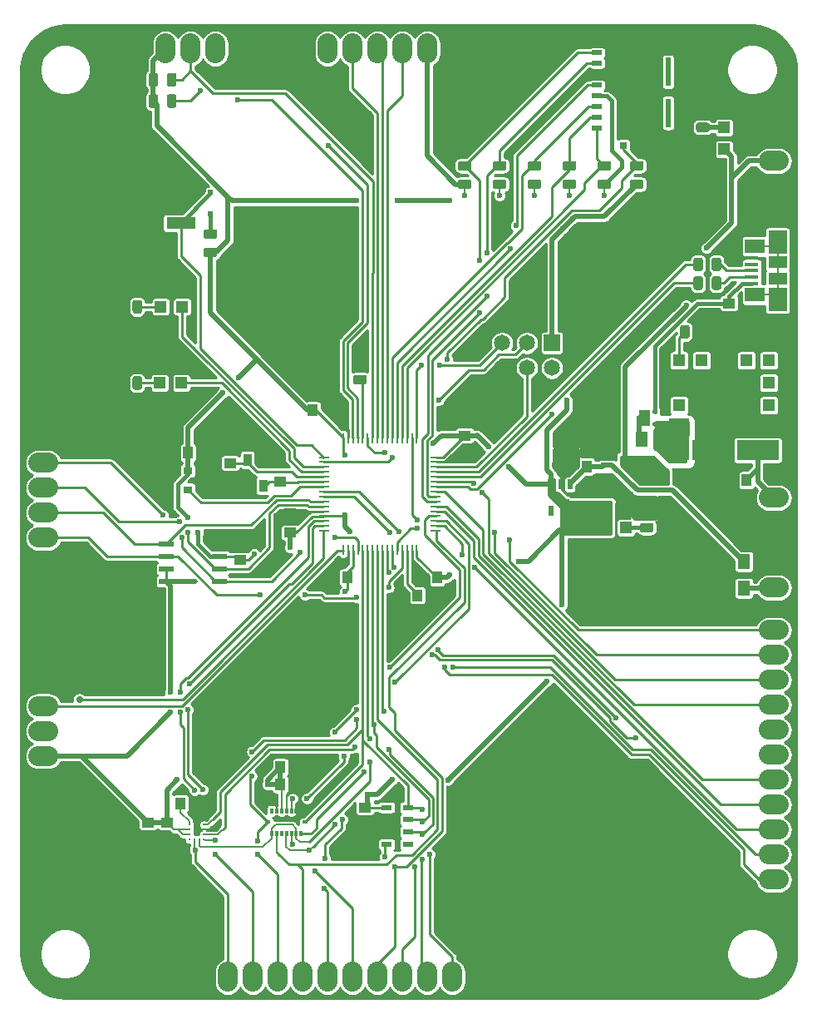
<source format=gbr>
%TF.GenerationSoftware,KiCad,Pcbnew,(5.1.9)-1*%
%TF.CreationDate,2021-03-24T10:42:52-04:00*%
%TF.ProjectId,dev_board,6465765f-626f-4617-9264-2e6b69636164,rev?*%
%TF.SameCoordinates,Original*%
%TF.FileFunction,Copper,L1,Top*%
%TF.FilePolarity,Positive*%
%FSLAX46Y46*%
G04 Gerber Fmt 4.6, Leading zero omitted, Abs format (unit mm)*
G04 Created by KiCad (PCBNEW (5.1.9)-1) date 2021-03-24 10:42:52*
%MOMM*%
%LPD*%
G01*
G04 APERTURE LIST*
%TA.AperFunction,EtchedComponent*%
%ADD10C,0.100000*%
%TD*%
%TA.AperFunction,SMDPad,CuDef*%
%ADD11R,1.250000X1.000000*%
%TD*%
%TA.AperFunction,SMDPad,CuDef*%
%ADD12R,1.000000X0.500000*%
%TD*%
%TA.AperFunction,SMDPad,CuDef*%
%ADD13R,0.780000X0.720000*%
%TD*%
%TA.AperFunction,SMDPad,CuDef*%
%ADD14R,1.080000X1.050000*%
%TD*%
%TA.AperFunction,SMDPad,CuDef*%
%ADD15R,1.200000X1.050000*%
%TD*%
%TA.AperFunction,SMDPad,CuDef*%
%ADD16R,2.390000X1.050000*%
%TD*%
%TA.AperFunction,SMDPad,CuDef*%
%ADD17R,0.550000X2.910000*%
%TD*%
%TA.AperFunction,SMDPad,CuDef*%
%ADD18R,1.000000X1.250000*%
%TD*%
%TA.AperFunction,SMDPad,CuDef*%
%ADD19R,2.997200X1.219200*%
%TD*%
%TA.AperFunction,SMDPad,CuDef*%
%ADD20R,0.500000X0.400000*%
%TD*%
%TA.AperFunction,SMDPad,CuDef*%
%ADD21R,1.200000X1.200000*%
%TD*%
%TA.AperFunction,SMDPad,CuDef*%
%ADD22O,3.048000X2.032000*%
%TD*%
%TA.AperFunction,ComponentPad*%
%ADD23C,1.651000*%
%TD*%
%TA.AperFunction,SMDPad,CuDef*%
%ADD24O,2.032000X3.048000*%
%TD*%
%TA.AperFunction,ComponentPad*%
%ADD25R,1.651000X1.651000*%
%TD*%
%TA.AperFunction,SMDPad,CuDef*%
%ADD26R,0.275000X0.250000*%
%TD*%
%TA.AperFunction,SMDPad,CuDef*%
%ADD27R,4.320000X2.030000*%
%TD*%
%TA.AperFunction,SMDPad,CuDef*%
%ADD28R,2.030000X4.320000*%
%TD*%
%TA.AperFunction,SMDPad,CuDef*%
%ADD29R,1.270000X1.270000*%
%TD*%
%TA.AperFunction,SMDPad,CuDef*%
%ADD30R,0.500000X1.005599*%
%TD*%
%TA.AperFunction,SMDPad,CuDef*%
%ADD31R,0.350000X0.580000*%
%TD*%
%TA.AperFunction,SMDPad,CuDef*%
%ADD32R,0.580000X0.350000*%
%TD*%
%TA.AperFunction,SMDPad,CuDef*%
%ADD33R,1.092200X0.609600*%
%TD*%
%TA.AperFunction,SMDPad,CuDef*%
%ADD34R,0.900000X0.800000*%
%TD*%
%TA.AperFunction,SMDPad,CuDef*%
%ADD35R,0.838200X1.295400*%
%TD*%
%TA.AperFunction,SMDPad,CuDef*%
%ADD36R,0.500000X0.500000*%
%TD*%
%TA.AperFunction,SMDPad,CuDef*%
%ADD37R,0.600000X0.500000*%
%TD*%
%TA.AperFunction,SMDPad,CuDef*%
%ADD38R,1.380000X0.450000*%
%TD*%
%TA.AperFunction,SMDPad,CuDef*%
%ADD39R,2.100000X1.475000*%
%TD*%
%TA.AperFunction,SMDPad,CuDef*%
%ADD40R,1.900000X2.375000*%
%TD*%
%TA.AperFunction,SMDPad,CuDef*%
%ADD41R,1.900000X1.175000*%
%TD*%
%TA.AperFunction,SMDPad,CuDef*%
%ADD42R,1.000000X0.250000*%
%TD*%
%TA.AperFunction,SMDPad,CuDef*%
%ADD43R,0.250000X1.000000*%
%TD*%
%TA.AperFunction,SMDPad,CuDef*%
%ADD44R,1.550000X0.600000*%
%TD*%
%TA.AperFunction,SMDPad,CuDef*%
%ADD45R,1.300000X1.500000*%
%TD*%
%TA.AperFunction,ViaPad*%
%ADD46C,0.700000*%
%TD*%
%TA.AperFunction,ViaPad*%
%ADD47C,0.600000*%
%TD*%
%TA.AperFunction,Conductor*%
%ADD48C,0.381000*%
%TD*%
%TA.AperFunction,Conductor*%
%ADD49C,0.254000*%
%TD*%
%TA.AperFunction,Conductor*%
%ADD50C,0.203200*%
%TD*%
%TA.AperFunction,Conductor*%
%ADD51C,0.508000*%
%TD*%
%TA.AperFunction,Conductor*%
%ADD52C,0.100000*%
%TD*%
G04 APERTURE END LIST*
D10*
%TO.C,D2*%
G36*
X163114000Y-87084000D02*
G01*
X163114000Y-88684000D01*
X162014000Y-88684000D01*
X162014000Y-88084000D01*
X161764000Y-88084000D01*
X161764000Y-87684000D01*
X162014000Y-87684000D01*
X162014000Y-87084000D01*
X163114000Y-87084000D01*
G37*
%TD*%
D11*
%TO.P,C8,1*%
%TO.N,/3V3*%
X158623000Y-96885000D03*
%TO.P,C8,2*%
%TO.N,GND*%
X158623000Y-94885000D03*
%TD*%
D12*
%TO.P,J12,1*%
%TO.N,/SDIO_D2*%
X157760000Y-58414000D03*
%TO.P,J12,2*%
%TO.N,/SDIO_D3*%
X157760000Y-57314000D03*
%TO.P,J12,3*%
%TO.N,/SDIO_CMD*%
X157760000Y-56214000D03*
%TO.P,J12,4*%
%TO.N,/3V3*%
X157760000Y-55114000D03*
%TO.P,J12,5*%
%TO.N,/SDIO_CK*%
X157760000Y-54014000D03*
%TO.P,J12,6*%
%TO.N,GND*%
X157760000Y-52914000D03*
%TO.P,J12,7*%
%TO.N,/SDIO_D0*%
X157760000Y-51814000D03*
%TO.P,J12,8*%
%TO.N,/SDIO_D1*%
X157760000Y-50714000D03*
D13*
%TO.P,J12,9*%
%TO.N,/SD_DETECT*%
X160440000Y-60174000D03*
D14*
%TO.P,J12,10*%
%TO.N,GND*%
X161710000Y-60189000D03*
D15*
%TO.P,J12,11*%
X164320000Y-60189000D03*
%TO.P,J12,12*%
X163750000Y-49539000D03*
D16*
%TO.P,J12,13*%
X160565000Y-49539000D03*
D17*
%TO.P,J12,14*%
%TO.N,N/C*%
X164995000Y-56850000D03*
%TO.P,J12,15*%
X164995000Y-52660000D03*
%TD*%
D18*
%TO.P,C1,1*%
%TO.N,GND*%
X117332000Y-127127000D03*
%TO.P,C1,2*%
%TO.N,Net-(C1-Pad2)*%
X115332000Y-127127000D03*
%TD*%
D11*
%TO.P,C2,1*%
%TO.N,GND*%
X171196000Y-78216000D03*
%TO.P,C2,2*%
%TO.N,/USB_5V*%
X171196000Y-76216000D03*
%TD*%
%TO.P,C3,1*%
%TO.N,/3V3*%
X112014000Y-129048000D03*
%TO.P,C3,2*%
%TO.N,GND*%
X112014000Y-131048000D03*
%TD*%
%TO.P,C4,1*%
%TO.N,/3V3*%
X113919000Y-129048000D03*
%TO.P,C4,2*%
%TO.N,GND*%
X113919000Y-131048000D03*
%TD*%
D18*
%TO.P,C5,1*%
%TO.N,GND*%
X170958000Y-94234000D03*
%TO.P,C5,2*%
%TO.N,Net-(C5-Pad2)*%
X172958000Y-94234000D03*
%TD*%
%TO.P,C6,1*%
%TO.N,GND*%
X154702000Y-92837000D03*
%TO.P,C6,2*%
%TO.N,Net-(C6-Pad2)*%
X156702000Y-92837000D03*
%TD*%
D11*
%TO.P,C7,1*%
%TO.N,/3V3*%
X156845000Y-96885000D03*
%TO.P,C7,2*%
%TO.N,GND*%
X156845000Y-94885000D03*
%TD*%
D18*
%TO.P,C9,1*%
%TO.N,/3V3*%
X125492000Y-123444000D03*
%TO.P,C9,2*%
%TO.N,GND*%
X127492000Y-123444000D03*
%TD*%
%TO.P,C10,1*%
%TO.N,/3V3*%
X125492000Y-125222000D03*
%TO.P,C10,2*%
%TO.N,GND*%
X127492000Y-125222000D03*
%TD*%
D11*
%TO.P,C11,1*%
%TO.N,GND*%
X134112000Y-129524000D03*
%TO.P,C11,2*%
%TO.N,/3V3*%
X134112000Y-127524000D03*
%TD*%
D18*
%TO.P,C12,1*%
%TO.N,GND*%
X114078000Y-91440000D03*
%TO.P,C12,2*%
%TO.N,/3V3*%
X116078000Y-91440000D03*
%TD*%
D11*
%TO.P,C13,1*%
%TO.N,Net-(C13-Pad1)*%
X120396000Y-92488000D03*
%TO.P,C13,2*%
%TO.N,GND*%
X120396000Y-94488000D03*
%TD*%
%TO.P,C14,1*%
%TO.N,GND*%
X125476000Y-92370400D03*
%TO.P,C14,2*%
%TO.N,Net-(C14-Pad2)*%
X125476000Y-94370400D03*
%TD*%
D18*
%TO.P,C15,1*%
%TO.N,Net-(C15-Pad1)*%
X139446000Y-105934000D03*
%TO.P,C15,2*%
%TO.N,GND*%
X141446000Y-105934000D03*
%TD*%
D19*
%TO.P,C16,1*%
%TO.N,Net-(C16-Pad1)*%
X115354100Y-68072000D03*
%TO.P,C16,2*%
%TO.N,GND*%
X109943900Y-68072000D03*
%TD*%
D11*
%TO.P,C17,1*%
%TO.N,/3V3*%
X144272000Y-89678000D03*
%TO.P,C17,2*%
%TO.N,GND*%
X144272000Y-91678000D03*
%TD*%
%TO.P,C18,1*%
%TO.N,/3V3*%
X126492000Y-99552000D03*
%TO.P,C18,2*%
%TO.N,GND*%
X126492000Y-97552000D03*
%TD*%
%TO.P,C19,1*%
%TO.N,/3V3*%
X121412000Y-102346000D03*
%TO.P,C19,2*%
%TO.N,GND*%
X121412000Y-100346000D03*
%TD*%
D18*
%TO.P,C20,1*%
%TO.N,/3V3*%
X132302000Y-104140000D03*
%TO.P,C20,2*%
%TO.N,GND*%
X130302000Y-104140000D03*
%TD*%
%TO.P,C21,1*%
%TO.N,/3V3*%
X141462000Y-104140000D03*
%TO.P,C21,2*%
%TO.N,GND*%
X139462000Y-104140000D03*
%TD*%
%TO.P,C22,1*%
%TO.N,/3V3*%
X128794000Y-87122000D03*
%TO.P,C22,2*%
%TO.N,GND*%
X130794000Y-87122000D03*
%TD*%
D20*
%TO.P,D2,3*%
%TO.N,Net-(D2-Pad3)*%
X162001200Y-87884000D03*
%TO.P,D2,1*%
%TO.N,/BUCK_5V*%
X163614000Y-88534000D03*
%TO.P,D2,2*%
%TO.N,/USB_5V*%
X163614000Y-87234000D03*
%TD*%
D21*
%TO.P,D3,2*%
%TO.N,/3V3*%
X158496000Y-99060000D03*
%TO.P,D3,1*%
%TO.N,Net-(D3-Pad1)*%
X160696000Y-99060000D03*
%TD*%
%TO.P,D4,2*%
%TO.N,/5V*%
X170688000Y-60536000D03*
%TO.P,D4,1*%
%TO.N,Net-(D4-Pad1)*%
X170688000Y-58336000D03*
%TD*%
%TO.P,D5,2*%
%TO.N,Net-(D5-Pad2)*%
X115484000Y-76581000D03*
%TO.P,D5,1*%
%TO.N,Net-(D5-Pad1)*%
X113284000Y-76581000D03*
%TD*%
%TO.P,D6,2*%
%TO.N,Net-(D6-Pad2)*%
X115400000Y-84328000D03*
%TO.P,D6,1*%
%TO.N,Net-(D6-Pad1)*%
X113200000Y-84328000D03*
%TD*%
D22*
%TO.P,J2,2*%
%TO.N,GND*%
X175768000Y-98552000D03*
%TO.P,J2,1*%
%TO.N,Net-(C5-Pad2)*%
X175768000Y-96012000D03*
D23*
%TO.P,J2,2*%
%TO.N,GND*%
X175768000Y-98552000D03*
%TO.P,J2,1*%
%TO.N,Net-(C5-Pad2)*%
X175768000Y-96012000D03*
%TD*%
D22*
%TO.P,J3,2*%
%TO.N,GND*%
X175768000Y-102616000D03*
%TO.P,J3,1*%
%TO.N,Net-(F1-Pad1)*%
X175768000Y-105156000D03*
D23*
%TO.P,J3,2*%
%TO.N,GND*%
X175768000Y-102616000D03*
%TO.P,J3,1*%
%TO.N,Net-(F1-Pad1)*%
X175768000Y-105156000D03*
%TD*%
%TO.P,J4,6*%
%TO.N,GND*%
X127762000Y-50292000D03*
D24*
X127762000Y-50292000D03*
D23*
%TO.P,J4,5*%
%TO.N,/SPI3_AUX_CS*%
X130302000Y-50292000D03*
D24*
X130302000Y-50292000D03*
D23*
%TO.P,J4,4*%
%TO.N,/SPI3_MOSI*%
X132842000Y-50292000D03*
D24*
X132842000Y-50292000D03*
D23*
%TO.P,J4,3*%
%TO.N,/SPI3_MISO*%
X135382000Y-50292000D03*
D24*
X135382000Y-50292000D03*
%TO.P,J4,2*%
%TO.N,/SPI3_SCK*%
X137922000Y-50292000D03*
%TO.P,J4,1*%
%TO.N,/3V3*%
X140462000Y-50292000D03*
D23*
%TO.P,J4,2*%
%TO.N,/SPI3_SCK*%
X137922000Y-50292000D03*
%TO.P,J4,1*%
%TO.N,/3V3*%
X140462000Y-50292000D03*
%TD*%
%TO.P,J5,10*%
%TO.N,/MAG_DRDY*%
X120142000Y-144780000D03*
D24*
X120142000Y-144780000D03*
D23*
%TO.P,J5,9*%
%TO.N,/MAG_CS*%
X122682000Y-144780000D03*
D24*
X122682000Y-144780000D03*
D23*
%TO.P,J5,8*%
%TO.N,/ACCEL_DRDY*%
X125222000Y-144780000D03*
D24*
X125222000Y-144780000D03*
D23*
%TO.P,J5,7*%
%TO.N,/ACCEL_CS*%
X127762000Y-144780000D03*
D24*
X127762000Y-144780000D03*
D23*
%TO.P,J5,6*%
%TO.N,/GYRO_CS*%
X130302000Y-144780000D03*
D24*
X130302000Y-144780000D03*
D23*
%TO.P,J5,5*%
%TO.N,/GYRO_DRDY*%
X132842000Y-144780000D03*
D24*
X132842000Y-144780000D03*
D23*
%TO.P,J5,4*%
%TO.N,/BARO_CS*%
X135382000Y-144780000D03*
D24*
X135382000Y-144780000D03*
D23*
%TO.P,J5,3*%
%TO.N,/SPI1_MOSI*%
X137922000Y-144780000D03*
D24*
X137922000Y-144780000D03*
%TO.P,J5,2*%
%TO.N,/SPI1_MISO*%
X140462000Y-144780000D03*
%TO.P,J5,1*%
%TO.N,/SPI1_SCK*%
X143002000Y-144780000D03*
D23*
%TO.P,J5,2*%
%TO.N,/SPI1_MISO*%
X140462000Y-144780000D03*
%TO.P,J5,1*%
%TO.N,/SPI1_SCK*%
X143002000Y-144780000D03*
%TD*%
D25*
%TO.P,J6,1*%
%TO.N,/3V3*%
X153162000Y-80264000D03*
D23*
%TO.P,J6,2*%
%TO.N,/USART1_TX*%
X153162000Y-82804000D03*
%TO.P,J6,3*%
%TO.N,/USART1_RX*%
X150622000Y-80264000D03*
%TO.P,J6,4*%
%TO.N,/SWDIO*%
X150622000Y-82804000D03*
%TO.P,J6,5*%
%TO.N,/SWCLK*%
X148082000Y-80264000D03*
%TO.P,J6,6*%
%TO.N,GND*%
X148082000Y-82804000D03*
%TD*%
%TO.P,J7,4*%
%TO.N,GND*%
X121412000Y-50292000D03*
D24*
X121412000Y-50292000D03*
D23*
%TO.P,J7,3*%
%TO.N,/I2C1_SDA*%
X118872000Y-50292000D03*
D24*
X118872000Y-50292000D03*
%TO.P,J7,2*%
%TO.N,/I2C1_SCL*%
X116332000Y-50292000D03*
%TO.P,J7,1*%
%TO.N,/3V3*%
X113792000Y-50292000D03*
D23*
%TO.P,J7,2*%
%TO.N,/I2C1_SCL*%
X116332000Y-50292000D03*
%TO.P,J7,1*%
%TO.N,/3V3*%
X113792000Y-50292000D03*
%TD*%
%TO.P,J8,4*%
%TO.N,/~FRAM_CS*%
X101346000Y-92456000D03*
D22*
X101346000Y-92456000D03*
D23*
%TO.P,J8,3*%
%TO.N,/SPI2_MOSI*%
X101346000Y-94996000D03*
D22*
X101346000Y-94996000D03*
%TO.P,J8,2*%
%TO.N,/SPI2_MISO*%
X101346000Y-97536000D03*
%TO.P,J8,1*%
%TO.N,/SPI2_SCK*%
X101346000Y-100076000D03*
D23*
%TO.P,J8,2*%
%TO.N,/SPI2_MISO*%
X101346000Y-97536000D03*
%TO.P,J8,1*%
%TO.N,/SPI2_SCK*%
X101346000Y-100076000D03*
%TD*%
%TO.P,J9,4*%
%TO.N,GND*%
X101346000Y-114681000D03*
D22*
X101346000Y-114681000D03*
D23*
%TO.P,J9,3*%
%TO.N,/USART2_RX*%
X101346000Y-117221000D03*
D22*
X101346000Y-117221000D03*
%TO.P,J9,2*%
%TO.N,/USART2_TX*%
X101346000Y-119761000D03*
%TO.P,J9,1*%
%TO.N,/3V3*%
X101346000Y-122301000D03*
D23*
%TO.P,J9,2*%
%TO.N,/USART2_TX*%
X101346000Y-119761000D03*
%TO.P,J9,1*%
%TO.N,/3V3*%
X101346000Y-122301000D03*
%TD*%
D22*
%TO.P,J10,11*%
%TO.N,/PB2*%
X175768000Y-109474000D03*
D23*
X175768000Y-109474000D03*
%TO.P,J10,10*%
%TO.N,/PA15*%
X175768000Y-112014000D03*
D22*
X175768000Y-112014000D03*
D23*
%TO.P,J10,9*%
%TO.N,/PA10*%
X175768000Y-114554000D03*
D22*
X175768000Y-114554000D03*
D23*
%TO.P,J10,8*%
%TO.N,/PA8*%
X175768000Y-117094000D03*
D22*
X175768000Y-117094000D03*
D23*
%TO.P,J10,7*%
%TO.N,/TIM3_CH4*%
X175768000Y-119634000D03*
D22*
X175768000Y-119634000D03*
D23*
%TO.P,J10,6*%
%TO.N,/TIM3_CH3*%
X175768000Y-122174000D03*
D22*
X175768000Y-122174000D03*
D23*
%TO.P,J10,5*%
%TO.N,/TIM3_CH2*%
X175768000Y-124714000D03*
D22*
X175768000Y-124714000D03*
D23*
%TO.P,J10,4*%
%TO.N,/TIM3_CH1*%
X175768000Y-127254000D03*
D22*
X175768000Y-127254000D03*
D23*
%TO.P,J10,3*%
%TO.N,/PB13*%
X175768000Y-129794000D03*
D22*
X175768000Y-129794000D03*
%TO.P,J10,2*%
%TO.N,/ADC_IN10*%
X175768000Y-132334000D03*
%TO.P,J10,1*%
%TO.N,/ADC_IN11*%
X175768000Y-134874000D03*
D23*
%TO.P,J10,2*%
%TO.N,/ADC_IN10*%
X175768000Y-132334000D03*
%TO.P,J10,1*%
%TO.N,/ADC_IN11*%
X175768000Y-134874000D03*
%TD*%
D22*
%TO.P,J11,2*%
%TO.N,GND*%
X175768000Y-64262000D03*
%TO.P,J11,1*%
%TO.N,/5V*%
X175768000Y-61722000D03*
D23*
%TO.P,J11,2*%
%TO.N,GND*%
X175768000Y-64262000D03*
%TO.P,J11,1*%
%TO.N,/5V*%
X175768000Y-61722000D03*
%TD*%
%TO.P,R1,1*%
%TO.N,Net-(J1-Pad3)*%
%TA.AperFunction,SMDPad,CuDef*%
G36*
G01*
X170413500Y-71806750D02*
X170413500Y-72719250D01*
G75*
G02*
X170169750Y-72963000I-243750J0D01*
G01*
X169682250Y-72963000D01*
G75*
G02*
X169438500Y-72719250I0J243750D01*
G01*
X169438500Y-71806750D01*
G75*
G02*
X169682250Y-71563000I243750J0D01*
G01*
X170169750Y-71563000D01*
G75*
G02*
X170413500Y-71806750I0J-243750D01*
G01*
G37*
%TD.AperFunction*%
%TO.P,R1,2*%
%TO.N,/OTG_FS_D_P*%
%TA.AperFunction,SMDPad,CuDef*%
G36*
G01*
X168538500Y-71806750D02*
X168538500Y-72719250D01*
G75*
G02*
X168294750Y-72963000I-243750J0D01*
G01*
X167807250Y-72963000D01*
G75*
G02*
X167563500Y-72719250I0J243750D01*
G01*
X167563500Y-71806750D01*
G75*
G02*
X167807250Y-71563000I243750J0D01*
G01*
X168294750Y-71563000D01*
G75*
G02*
X168538500Y-71806750I0J-243750D01*
G01*
G37*
%TD.AperFunction*%
%TD*%
%TO.P,R2,1*%
%TO.N,Net-(J1-Pad2)*%
%TA.AperFunction,SMDPad,CuDef*%
G36*
G01*
X170413500Y-73711750D02*
X170413500Y-74624250D01*
G75*
G02*
X170169750Y-74868000I-243750J0D01*
G01*
X169682250Y-74868000D01*
G75*
G02*
X169438500Y-74624250I0J243750D01*
G01*
X169438500Y-73711750D01*
G75*
G02*
X169682250Y-73468000I243750J0D01*
G01*
X170169750Y-73468000D01*
G75*
G02*
X170413500Y-73711750I0J-243750D01*
G01*
G37*
%TD.AperFunction*%
%TO.P,R2,2*%
%TO.N,/OTG_FS_D_N*%
%TA.AperFunction,SMDPad,CuDef*%
G36*
G01*
X168538500Y-73711750D02*
X168538500Y-74624250D01*
G75*
G02*
X168294750Y-74868000I-243750J0D01*
G01*
X167807250Y-74868000D01*
G75*
G02*
X167563500Y-74624250I0J243750D01*
G01*
X167563500Y-73711750D01*
G75*
G02*
X167807250Y-73468000I243750J0D01*
G01*
X168294750Y-73468000D01*
G75*
G02*
X168538500Y-73711750I0J-243750D01*
G01*
G37*
%TD.AperFunction*%
%TD*%
%TO.P,R3,1*%
%TO.N,Net-(R3-Pad1)*%
%TA.AperFunction,SMDPad,CuDef*%
G36*
G01*
X166215000Y-79577250D02*
X166215000Y-78664750D01*
G75*
G02*
X166458750Y-78421000I243750J0D01*
G01*
X166946250Y-78421000D01*
G75*
G02*
X167190000Y-78664750I0J-243750D01*
G01*
X167190000Y-79577250D01*
G75*
G02*
X166946250Y-79821000I-243750J0D01*
G01*
X166458750Y-79821000D01*
G75*
G02*
X166215000Y-79577250I0J243750D01*
G01*
G37*
%TD.AperFunction*%
%TO.P,R3,2*%
%TO.N,GND*%
%TA.AperFunction,SMDPad,CuDef*%
G36*
G01*
X168090000Y-79577250D02*
X168090000Y-78664750D01*
G75*
G02*
X168333750Y-78421000I243750J0D01*
G01*
X168821250Y-78421000D01*
G75*
G02*
X169065000Y-78664750I0J-243750D01*
G01*
X169065000Y-79577250D01*
G75*
G02*
X168821250Y-79821000I-243750J0D01*
G01*
X168333750Y-79821000D01*
G75*
G02*
X168090000Y-79577250I0J243750D01*
G01*
G37*
%TD.AperFunction*%
%TD*%
%TO.P,R4,1*%
%TO.N,Net-(D3-Pad1)*%
%TA.AperFunction,SMDPad,CuDef*%
G36*
G01*
X163270250Y-99547500D02*
X162357750Y-99547500D01*
G75*
G02*
X162114000Y-99303750I0J243750D01*
G01*
X162114000Y-98816250D01*
G75*
G02*
X162357750Y-98572500I243750J0D01*
G01*
X163270250Y-98572500D01*
G75*
G02*
X163514000Y-98816250I0J-243750D01*
G01*
X163514000Y-99303750D01*
G75*
G02*
X163270250Y-99547500I-243750J0D01*
G01*
G37*
%TD.AperFunction*%
%TO.P,R4,2*%
%TO.N,GND*%
%TA.AperFunction,SMDPad,CuDef*%
G36*
G01*
X163270250Y-97672500D02*
X162357750Y-97672500D01*
G75*
G02*
X162114000Y-97428750I0J243750D01*
G01*
X162114000Y-96941250D01*
G75*
G02*
X162357750Y-96697500I243750J0D01*
G01*
X163270250Y-96697500D01*
G75*
G02*
X163514000Y-96941250I0J-243750D01*
G01*
X163514000Y-97428750D01*
G75*
G02*
X163270250Y-97672500I-243750J0D01*
G01*
G37*
%TD.AperFunction*%
%TD*%
%TO.P,R5,1*%
%TO.N,Net-(D4-Pad1)*%
%TA.AperFunction,SMDPad,CuDef*%
G36*
G01*
X168072750Y-57835500D02*
X168985250Y-57835500D01*
G75*
G02*
X169229000Y-58079250I0J-243750D01*
G01*
X169229000Y-58566750D01*
G75*
G02*
X168985250Y-58810500I-243750J0D01*
G01*
X168072750Y-58810500D01*
G75*
G02*
X167829000Y-58566750I0J243750D01*
G01*
X167829000Y-58079250D01*
G75*
G02*
X168072750Y-57835500I243750J0D01*
G01*
G37*
%TD.AperFunction*%
%TO.P,R5,2*%
%TO.N,GND*%
%TA.AperFunction,SMDPad,CuDef*%
G36*
G01*
X168072750Y-59710500D02*
X168985250Y-59710500D01*
G75*
G02*
X169229000Y-59954250I0J-243750D01*
G01*
X169229000Y-60441750D01*
G75*
G02*
X168985250Y-60685500I-243750J0D01*
G01*
X168072750Y-60685500D01*
G75*
G02*
X167829000Y-60441750I0J243750D01*
G01*
X167829000Y-59954250D01*
G75*
G02*
X168072750Y-59710500I243750J0D01*
G01*
G37*
%TD.AperFunction*%
%TD*%
%TO.P,R6,1*%
%TO.N,/3V3*%
%TA.AperFunction,SMDPad,CuDef*%
G36*
G01*
X158952250Y-64592500D02*
X158039750Y-64592500D01*
G75*
G02*
X157796000Y-64348750I0J243750D01*
G01*
X157796000Y-63861250D01*
G75*
G02*
X158039750Y-63617500I243750J0D01*
G01*
X158952250Y-63617500D01*
G75*
G02*
X159196000Y-63861250I0J-243750D01*
G01*
X159196000Y-64348750D01*
G75*
G02*
X158952250Y-64592500I-243750J0D01*
G01*
G37*
%TD.AperFunction*%
%TO.P,R6,2*%
%TO.N,/SDIO_D2*%
%TA.AperFunction,SMDPad,CuDef*%
G36*
G01*
X158952250Y-62717500D02*
X158039750Y-62717500D01*
G75*
G02*
X157796000Y-62473750I0J243750D01*
G01*
X157796000Y-61986250D01*
G75*
G02*
X158039750Y-61742500I243750J0D01*
G01*
X158952250Y-61742500D01*
G75*
G02*
X159196000Y-61986250I0J-243750D01*
G01*
X159196000Y-62473750D01*
G75*
G02*
X158952250Y-62717500I-243750J0D01*
G01*
G37*
%TD.AperFunction*%
%TD*%
%TO.P,R7,1*%
%TO.N,/3V3*%
%TA.AperFunction,SMDPad,CuDef*%
G36*
G01*
X155396250Y-64592500D02*
X154483750Y-64592500D01*
G75*
G02*
X154240000Y-64348750I0J243750D01*
G01*
X154240000Y-63861250D01*
G75*
G02*
X154483750Y-63617500I243750J0D01*
G01*
X155396250Y-63617500D01*
G75*
G02*
X155640000Y-63861250I0J-243750D01*
G01*
X155640000Y-64348750D01*
G75*
G02*
X155396250Y-64592500I-243750J0D01*
G01*
G37*
%TD.AperFunction*%
%TO.P,R7,2*%
%TO.N,/SDIO_D3*%
%TA.AperFunction,SMDPad,CuDef*%
G36*
G01*
X155396250Y-62717500D02*
X154483750Y-62717500D01*
G75*
G02*
X154240000Y-62473750I0J243750D01*
G01*
X154240000Y-61986250D01*
G75*
G02*
X154483750Y-61742500I243750J0D01*
G01*
X155396250Y-61742500D01*
G75*
G02*
X155640000Y-61986250I0J-243750D01*
G01*
X155640000Y-62473750D01*
G75*
G02*
X155396250Y-62717500I-243750J0D01*
G01*
G37*
%TD.AperFunction*%
%TD*%
%TO.P,R8,1*%
%TO.N,/3V3*%
%TA.AperFunction,SMDPad,CuDef*%
G36*
G01*
X151840250Y-64592500D02*
X150927750Y-64592500D01*
G75*
G02*
X150684000Y-64348750I0J243750D01*
G01*
X150684000Y-63861250D01*
G75*
G02*
X150927750Y-63617500I243750J0D01*
G01*
X151840250Y-63617500D01*
G75*
G02*
X152084000Y-63861250I0J-243750D01*
G01*
X152084000Y-64348750D01*
G75*
G02*
X151840250Y-64592500I-243750J0D01*
G01*
G37*
%TD.AperFunction*%
%TO.P,R8,2*%
%TO.N,/SDIO_CMD*%
%TA.AperFunction,SMDPad,CuDef*%
G36*
G01*
X151840250Y-62717500D02*
X150927750Y-62717500D01*
G75*
G02*
X150684000Y-62473750I0J243750D01*
G01*
X150684000Y-61986250D01*
G75*
G02*
X150927750Y-61742500I243750J0D01*
G01*
X151840250Y-61742500D01*
G75*
G02*
X152084000Y-61986250I0J-243750D01*
G01*
X152084000Y-62473750D01*
G75*
G02*
X151840250Y-62717500I-243750J0D01*
G01*
G37*
%TD.AperFunction*%
%TD*%
%TO.P,R9,1*%
%TO.N,/3V3*%
%TA.AperFunction,SMDPad,CuDef*%
G36*
G01*
X148284250Y-64592500D02*
X147371750Y-64592500D01*
G75*
G02*
X147128000Y-64348750I0J243750D01*
G01*
X147128000Y-63861250D01*
G75*
G02*
X147371750Y-63617500I243750J0D01*
G01*
X148284250Y-63617500D01*
G75*
G02*
X148528000Y-63861250I0J-243750D01*
G01*
X148528000Y-64348750D01*
G75*
G02*
X148284250Y-64592500I-243750J0D01*
G01*
G37*
%TD.AperFunction*%
%TO.P,R9,2*%
%TO.N,/SDIO_D0*%
%TA.AperFunction,SMDPad,CuDef*%
G36*
G01*
X148284250Y-62717500D02*
X147371750Y-62717500D01*
G75*
G02*
X147128000Y-62473750I0J243750D01*
G01*
X147128000Y-61986250D01*
G75*
G02*
X147371750Y-61742500I243750J0D01*
G01*
X148284250Y-61742500D01*
G75*
G02*
X148528000Y-61986250I0J-243750D01*
G01*
X148528000Y-62473750D01*
G75*
G02*
X148284250Y-62717500I-243750J0D01*
G01*
G37*
%TD.AperFunction*%
%TD*%
%TO.P,R10,1*%
%TO.N,/3V3*%
%TA.AperFunction,SMDPad,CuDef*%
G36*
G01*
X144728250Y-64592500D02*
X143815750Y-64592500D01*
G75*
G02*
X143572000Y-64348750I0J243750D01*
G01*
X143572000Y-63861250D01*
G75*
G02*
X143815750Y-63617500I243750J0D01*
G01*
X144728250Y-63617500D01*
G75*
G02*
X144972000Y-63861250I0J-243750D01*
G01*
X144972000Y-64348750D01*
G75*
G02*
X144728250Y-64592500I-243750J0D01*
G01*
G37*
%TD.AperFunction*%
%TO.P,R10,2*%
%TO.N,/SDIO_D1*%
%TA.AperFunction,SMDPad,CuDef*%
G36*
G01*
X144728250Y-62717500D02*
X143815750Y-62717500D01*
G75*
G02*
X143572000Y-62473750I0J243750D01*
G01*
X143572000Y-61986250D01*
G75*
G02*
X143815750Y-61742500I243750J0D01*
G01*
X144728250Y-61742500D01*
G75*
G02*
X144972000Y-61986250I0J-243750D01*
G01*
X144972000Y-62473750D01*
G75*
G02*
X144728250Y-62717500I-243750J0D01*
G01*
G37*
%TD.AperFunction*%
%TD*%
%TO.P,R11,1*%
%TO.N,/3V3*%
%TA.AperFunction,SMDPad,CuDef*%
G36*
G01*
X162254250Y-64592500D02*
X161341750Y-64592500D01*
G75*
G02*
X161098000Y-64348750I0J243750D01*
G01*
X161098000Y-63861250D01*
G75*
G02*
X161341750Y-63617500I243750J0D01*
G01*
X162254250Y-63617500D01*
G75*
G02*
X162498000Y-63861250I0J-243750D01*
G01*
X162498000Y-64348750D01*
G75*
G02*
X162254250Y-64592500I-243750J0D01*
G01*
G37*
%TD.AperFunction*%
%TO.P,R11,2*%
%TO.N,/SD_DETECT*%
%TA.AperFunction,SMDPad,CuDef*%
G36*
G01*
X162254250Y-62717500D02*
X161341750Y-62717500D01*
G75*
G02*
X161098000Y-62473750I0J243750D01*
G01*
X161098000Y-61986250D01*
G75*
G02*
X161341750Y-61742500I243750J0D01*
G01*
X162254250Y-61742500D01*
G75*
G02*
X162498000Y-61986250I0J-243750D01*
G01*
X162498000Y-62473750D01*
G75*
G02*
X162254250Y-62717500I-243750J0D01*
G01*
G37*
%TD.AperFunction*%
%TD*%
%TO.P,R12,1*%
%TO.N,Net-(D5-Pad1)*%
%TA.AperFunction,SMDPad,CuDef*%
G36*
G01*
X111407000Y-76124750D02*
X111407000Y-77037250D01*
G75*
G02*
X111163250Y-77281000I-243750J0D01*
G01*
X110675750Y-77281000D01*
G75*
G02*
X110432000Y-77037250I0J243750D01*
G01*
X110432000Y-76124750D01*
G75*
G02*
X110675750Y-75881000I243750J0D01*
G01*
X111163250Y-75881000D01*
G75*
G02*
X111407000Y-76124750I0J-243750D01*
G01*
G37*
%TD.AperFunction*%
%TO.P,R12,2*%
%TO.N,GND*%
%TA.AperFunction,SMDPad,CuDef*%
G36*
G01*
X109532000Y-76124750D02*
X109532000Y-77037250D01*
G75*
G02*
X109288250Y-77281000I-243750J0D01*
G01*
X108800750Y-77281000D01*
G75*
G02*
X108557000Y-77037250I0J243750D01*
G01*
X108557000Y-76124750D01*
G75*
G02*
X108800750Y-75881000I243750J0D01*
G01*
X109288250Y-75881000D01*
G75*
G02*
X109532000Y-76124750I0J-243750D01*
G01*
G37*
%TD.AperFunction*%
%TD*%
%TO.P,R13,1*%
%TO.N,Net-(D6-Pad1)*%
%TA.AperFunction,SMDPad,CuDef*%
G36*
G01*
X111407000Y-83871750D02*
X111407000Y-84784250D01*
G75*
G02*
X111163250Y-85028000I-243750J0D01*
G01*
X110675750Y-85028000D01*
G75*
G02*
X110432000Y-84784250I0J243750D01*
G01*
X110432000Y-83871750D01*
G75*
G02*
X110675750Y-83628000I243750J0D01*
G01*
X111163250Y-83628000D01*
G75*
G02*
X111407000Y-83871750I0J-243750D01*
G01*
G37*
%TD.AperFunction*%
%TO.P,R13,2*%
%TO.N,GND*%
%TA.AperFunction,SMDPad,CuDef*%
G36*
G01*
X109532000Y-83871750D02*
X109532000Y-84784250D01*
G75*
G02*
X109288250Y-85028000I-243750J0D01*
G01*
X108800750Y-85028000D01*
G75*
G02*
X108557000Y-84784250I0J243750D01*
G01*
X108557000Y-83871750D01*
G75*
G02*
X108800750Y-83628000I243750J0D01*
G01*
X109288250Y-83628000D01*
G75*
G02*
X109532000Y-83871750I0J-243750D01*
G01*
G37*
%TD.AperFunction*%
%TD*%
%TO.P,R14,1*%
%TO.N,Net-(D7-Pad2)*%
%TA.AperFunction,SMDPad,CuDef*%
G36*
G01*
X117907750Y-68679000D02*
X118820250Y-68679000D01*
G75*
G02*
X119064000Y-68922750I0J-243750D01*
G01*
X119064000Y-69410250D01*
G75*
G02*
X118820250Y-69654000I-243750J0D01*
G01*
X117907750Y-69654000D01*
G75*
G02*
X117664000Y-69410250I0J243750D01*
G01*
X117664000Y-68922750D01*
G75*
G02*
X117907750Y-68679000I243750J0D01*
G01*
G37*
%TD.AperFunction*%
%TO.P,R14,2*%
%TO.N,/3V3*%
%TA.AperFunction,SMDPad,CuDef*%
G36*
G01*
X117907750Y-70554000D02*
X118820250Y-70554000D01*
G75*
G02*
X119064000Y-70797750I0J-243750D01*
G01*
X119064000Y-71285250D01*
G75*
G02*
X118820250Y-71529000I-243750J0D01*
G01*
X117907750Y-71529000D01*
G75*
G02*
X117664000Y-71285250I0J243750D01*
G01*
X117664000Y-70797750D01*
G75*
G02*
X117907750Y-70554000I243750J0D01*
G01*
G37*
%TD.AperFunction*%
%TD*%
%TO.P,R15,1*%
%TO.N,Net-(R15-Pad1)*%
%TA.AperFunction,SMDPad,CuDef*%
G36*
G01*
X134060250Y-84483000D02*
X133147750Y-84483000D01*
G75*
G02*
X132904000Y-84239250I0J243750D01*
G01*
X132904000Y-83751750D01*
G75*
G02*
X133147750Y-83508000I243750J0D01*
G01*
X134060250Y-83508000D01*
G75*
G02*
X134304000Y-83751750I0J-243750D01*
G01*
X134304000Y-84239250D01*
G75*
G02*
X134060250Y-84483000I-243750J0D01*
G01*
G37*
%TD.AperFunction*%
%TO.P,R15,2*%
%TO.N,GND*%
%TA.AperFunction,SMDPad,CuDef*%
G36*
G01*
X134060250Y-82608000D02*
X133147750Y-82608000D01*
G75*
G02*
X132904000Y-82364250I0J243750D01*
G01*
X132904000Y-81876750D01*
G75*
G02*
X133147750Y-81633000I243750J0D01*
G01*
X134060250Y-81633000D01*
G75*
G02*
X134304000Y-81876750I0J-243750D01*
G01*
X134304000Y-82364250D01*
G75*
G02*
X134060250Y-82608000I-243750J0D01*
G01*
G37*
%TD.AperFunction*%
%TD*%
%TO.P,R16,1*%
%TO.N,/3V3*%
%TA.AperFunction,SMDPad,CuDef*%
G36*
G01*
X112064500Y-53923250D02*
X112064500Y-53010750D01*
G75*
G02*
X112308250Y-52767000I243750J0D01*
G01*
X112795750Y-52767000D01*
G75*
G02*
X113039500Y-53010750I0J-243750D01*
G01*
X113039500Y-53923250D01*
G75*
G02*
X112795750Y-54167000I-243750J0D01*
G01*
X112308250Y-54167000D01*
G75*
G02*
X112064500Y-53923250I0J243750D01*
G01*
G37*
%TD.AperFunction*%
%TO.P,R16,2*%
%TO.N,/I2C1_SCL*%
%TA.AperFunction,SMDPad,CuDef*%
G36*
G01*
X113939500Y-53923250D02*
X113939500Y-53010750D01*
G75*
G02*
X114183250Y-52767000I243750J0D01*
G01*
X114670750Y-52767000D01*
G75*
G02*
X114914500Y-53010750I0J-243750D01*
G01*
X114914500Y-53923250D01*
G75*
G02*
X114670750Y-54167000I-243750J0D01*
G01*
X114183250Y-54167000D01*
G75*
G02*
X113939500Y-53923250I0J243750D01*
G01*
G37*
%TD.AperFunction*%
%TD*%
%TO.P,R17,1*%
%TO.N,/3V3*%
%TA.AperFunction,SMDPad,CuDef*%
G36*
G01*
X112064500Y-56082250D02*
X112064500Y-55169750D01*
G75*
G02*
X112308250Y-54926000I243750J0D01*
G01*
X112795750Y-54926000D01*
G75*
G02*
X113039500Y-55169750I0J-243750D01*
G01*
X113039500Y-56082250D01*
G75*
G02*
X112795750Y-56326000I-243750J0D01*
G01*
X112308250Y-56326000D01*
G75*
G02*
X112064500Y-56082250I0J243750D01*
G01*
G37*
%TD.AperFunction*%
%TO.P,R17,2*%
%TO.N,/I2C1_SDA*%
%TA.AperFunction,SMDPad,CuDef*%
G36*
G01*
X113939500Y-56082250D02*
X113939500Y-55169750D01*
G75*
G02*
X114183250Y-54926000I243750J0D01*
G01*
X114670750Y-54926000D01*
G75*
G02*
X114914500Y-55169750I0J-243750D01*
G01*
X114914500Y-56082250D01*
G75*
G02*
X114670750Y-56326000I-243750J0D01*
G01*
X114183250Y-56326000D01*
G75*
G02*
X113939500Y-56082250I0J243750D01*
G01*
G37*
%TD.AperFunction*%
%TD*%
D26*
%TO.P,U1,12*%
%TO.N,GND*%
X117717001Y-129798000D03*
%TO.P,U1,11*%
%TO.N,/SPI1_MOSI*%
X117717001Y-130298000D03*
%TO.P,U1,10*%
%TO.N,/MAG_CS*%
X117717001Y-130798001D03*
%TO.P,U1,9*%
%TO.N,/SPI1_MISO*%
X117217000Y-130798001D03*
%TO.P,U1,8*%
%TO.N,/MAG_DRDY*%
X116717000Y-130798001D03*
%TO.P,U1,7*%
%TO.N,Net-(U1-Pad7)*%
X116216999Y-130798001D03*
%TO.P,U1,6*%
%TO.N,/3V3*%
X116216999Y-130298000D03*
%TO.P,U1,5*%
X116216999Y-129798000D03*
%TO.P,U1,4*%
%TO.N,Net-(C1-Pad2)*%
X116216999Y-129297999D03*
%TO.P,U1,3*%
%TO.N,GND*%
X116717000Y-129297999D03*
%TO.P,U1,2*%
X117217000Y-129297999D03*
%TO.P,U1,1*%
%TO.N,/SPI1_SCK*%
X117717001Y-129297999D03*
%TD*%
D27*
%TO.P,U2,2*%
%TO.N,Net-(C5-Pad2)*%
X174116000Y-91184000D03*
%TO.P,U2,3*%
%TO.N,GND*%
X169546000Y-91184000D03*
D28*
%TO.P,U2,4*%
%TO.N,/BUCK_5V*%
X166116000Y-90044000D03*
D29*
%TO.P,U2,1*%
%TO.N,Net-(U2-Pad1)*%
X175266000Y-86614000D03*
%TO.P,U2,10*%
%TO.N,N/C*%
X175266000Y-84324000D03*
%TO.P,U2,9*%
X175266000Y-82044000D03*
%TO.P,U2,8*%
X172976000Y-82044000D03*
%TO.P,U2,7*%
%TO.N,GND*%
X170686000Y-82044000D03*
%TO.P,U2,12*%
%TO.N,N/C*%
X168406000Y-82044000D03*
%TO.P,U2,6*%
%TO.N,Net-(R3-Pad1)*%
X166116000Y-82044000D03*
%TO.P,U2,11*%
%TO.N,GND*%
X166116000Y-84324000D03*
%TO.P,U2,5*%
%TO.N,N/C*%
X166116000Y-86614000D03*
%TD*%
D30*
%TO.P,U3,1*%
%TO.N,Net-(C6-Pad2)*%
X155001001Y-94659201D03*
%TO.P,U3,2*%
%TO.N,GND*%
X154051000Y-94659201D03*
%TO.P,U3,3*%
%TO.N,/3V3*%
X153100999Y-94659201D03*
%TO.P,U3,4*%
%TO.N,Net-(U3-Pad4)*%
X153100999Y-97364799D03*
%TO.P,U3,5*%
%TO.N,/3V3*%
X155001001Y-97364799D03*
%TD*%
D31*
%TO.P,U4,7*%
%TO.N,GND*%
X127611000Y-127872000D03*
%TO.P,U4,6*%
X127111000Y-127872000D03*
%TO.P,U4,5*%
%TO.N,/GYRO_CS*%
X126611000Y-127872000D03*
%TO.P,U4,4*%
%TO.N,GND*%
X126111000Y-127872000D03*
%TO.P,U4,3*%
%TO.N,/3V3*%
X125611000Y-127872000D03*
%TO.P,U4,2*%
%TO.N,GND*%
X125111000Y-127872000D03*
%TO.P,U4,1*%
%TO.N,Net-(U4-Pad1)*%
X124611000Y-127872000D03*
D32*
%TO.P,U4,16*%
%TO.N,/ACCEL_DRDY*%
X124201000Y-129032000D03*
D31*
%TO.P,U4,15*%
%TO.N,/SPI1_MISO*%
X124611000Y-130192000D03*
%TO.P,U4,14*%
%TO.N,/ACCEL_CS*%
X125111000Y-130192000D03*
%TO.P,U4,13*%
%TO.N,Net-(U4-Pad13)*%
X125611000Y-130192000D03*
%TO.P,U4,12*%
%TO.N,/GYRO_DRDY*%
X126111000Y-130192000D03*
%TO.P,U4,11*%
%TO.N,/3V3*%
X126611000Y-130192000D03*
%TO.P,U4,10*%
%TO.N,/SPI1_MISO*%
X127111000Y-130192000D03*
%TO.P,U4,9*%
%TO.N,/SPI1_MOSI*%
X127611000Y-130192000D03*
D32*
%TO.P,U4,8*%
%TO.N,/SPI1_SCK*%
X128021000Y-129032000D03*
%TD*%
D33*
%TO.P,U5,1*%
%TO.N,/3V3*%
X136314000Y-127538000D03*
%TO.P,U5,2*%
%TO.N,GND*%
X136314000Y-128788000D03*
%TO.P,U5,3*%
X136314000Y-130038000D03*
%TO.P,U5,4*%
%TO.N,/BARO_CS*%
X136314000Y-131288000D03*
%TO.P,U5,5*%
%TO.N,Net-(U5-Pad5)*%
X138514000Y-131288000D03*
%TO.P,U5,6*%
%TO.N,/SPI1_MISO*%
X138514000Y-130038000D03*
%TO.P,U5,7*%
%TO.N,/SPI1_MOSI*%
X138514000Y-128788000D03*
%TO.P,U5,8*%
%TO.N,/SPI1_SCK*%
X138514000Y-127538000D03*
%TD*%
D34*
%TO.P,U6,1*%
%TO.N,Net-(U6-Pad1)*%
X116062000Y-95184000D03*
%TO.P,U6,2*%
%TO.N,/3V3*%
X116062000Y-93284000D03*
%TO.P,U6,3*%
%TO.N,GND*%
X114062000Y-94234000D03*
%TD*%
D35*
%TO.P,Y1,1*%
%TO.N,Net-(C14-Pad2)*%
X123736100Y-94780100D03*
%TO.P,Y1,2*%
%TO.N,GND*%
X123736100Y-92163900D03*
%TO.P,Y1,3*%
%TO.N,Net-(C13-Pad1)*%
X122135900Y-92163900D03*
%TO.P,Y1,4*%
%TO.N,GND*%
X122135900Y-94780100D03*
%TD*%
D36*
%TO.P,D1,1*%
%TO.N,Net-(C6-Pad2)*%
X158412000Y-92710000D03*
%TO.P,D1,2*%
%TO.N,/5V*%
X160612000Y-92710000D03*
%TD*%
%TO.P,D7,1*%
%TO.N,Net-(C16-Pad1)*%
X118364000Y-64940000D03*
%TO.P,D7,2*%
%TO.N,Net-(D7-Pad2)*%
X118364000Y-67140000D03*
%TD*%
D37*
%TO.P,D8,1*%
%TO.N,GND*%
X165692000Y-94234000D03*
%TO.P,D8,2*%
%TO.N,/5V*%
X164592000Y-94234000D03*
%TD*%
D38*
%TO.P,J1,1*%
%TO.N,/USB_5V*%
X173489000Y-74198000D03*
%TO.P,J1,2*%
%TO.N,Net-(J1-Pad2)*%
X173489000Y-73548000D03*
%TO.P,J1,3*%
%TO.N,Net-(J1-Pad3)*%
X173489000Y-72898000D03*
%TO.P,J1,4*%
%TO.N,Net-(J1-Pad4)*%
X173489000Y-72248000D03*
%TO.P,J1,5*%
%TO.N,GND*%
X173489000Y-71598000D03*
D39*
%TO.P,J1,6*%
%TO.N,Net-(J1-Pad6)*%
X173849000Y-75360500D03*
X173849000Y-70435500D03*
D40*
X176149000Y-75808000D03*
X176149000Y-69988000D03*
D41*
X176149000Y-73738000D03*
X176149000Y-72058000D03*
%TD*%
D42*
%TO.P,U7,1*%
%TO.N,Net-(C16-Pad1)*%
X129936000Y-91881000D03*
%TO.P,U7,2*%
%TO.N,/SD_DETECT*%
X129936000Y-92381000D03*
%TO.P,U7,3*%
%TO.N,Net-(D5-Pad2)*%
X129936000Y-92881000D03*
%TO.P,U7,4*%
%TO.N,Net-(D6-Pad2)*%
X129936000Y-93381000D03*
%TO.P,U7,5*%
%TO.N,Net-(C13-Pad1)*%
X129936000Y-93881000D03*
%TO.P,U7,6*%
%TO.N,Net-(C14-Pad2)*%
X129936000Y-94381000D03*
%TO.P,U7,7*%
%TO.N,Net-(U6-Pad1)*%
X129936000Y-94881000D03*
%TO.P,U7,8*%
%TO.N,/ADC_IN10*%
X129936000Y-95381000D03*
%TO.P,U7,9*%
%TO.N,/ADC_IN11*%
X129936000Y-95881000D03*
%TO.P,U7,10*%
%TO.N,/SPI2_MISO*%
X129936000Y-96381000D03*
%TO.P,U7,11*%
%TO.N,/SPI2_MOSI*%
X129936000Y-96881000D03*
%TO.P,U7,12*%
%TO.N,GND*%
X129936000Y-97381000D03*
%TO.P,U7,13*%
%TO.N,/3V3*%
X129936000Y-97881000D03*
%TO.P,U7,14*%
%TO.N,/MAG_DRDY*%
X129936000Y-98381000D03*
%TO.P,U7,15*%
%TO.N,/MAG_CS*%
X129936000Y-98881000D03*
%TO.P,U7,16*%
%TO.N,/USART2_TX*%
X129936000Y-99381000D03*
D43*
%TO.P,U7,17*%
%TO.N,/USART2_RX*%
X131886000Y-101331000D03*
%TO.P,U7,18*%
%TO.N,GND*%
X132386000Y-101331000D03*
%TO.P,U7,19*%
%TO.N,/3V3*%
X132886000Y-101331000D03*
%TO.P,U7,20*%
%TO.N,/~FRAM_CS*%
X133386000Y-101331000D03*
%TO.P,U7,21*%
%TO.N,/SPI1_SCK*%
X133886000Y-101331000D03*
%TO.P,U7,22*%
%TO.N,/SPI1_MISO*%
X134386000Y-101331000D03*
%TO.P,U7,23*%
%TO.N,/SPI1_MOSI*%
X134886000Y-101331000D03*
%TO.P,U7,24*%
%TO.N,/ACCEL_CS*%
X135386000Y-101331000D03*
%TO.P,U7,25*%
%TO.N,/GYRO_CS*%
X135886000Y-101331000D03*
%TO.P,U7,26*%
%TO.N,/TIM3_CH3*%
X136386000Y-101331000D03*
%TO.P,U7,27*%
%TO.N,/TIM3_CH4*%
X136886000Y-101331000D03*
%TO.P,U7,28*%
%TO.N,/PB2*%
X137386000Y-101331000D03*
%TO.P,U7,29*%
%TO.N,/SPI2_SCK*%
X137886000Y-101331000D03*
%TO.P,U7,30*%
%TO.N,Net-(C15-Pad1)*%
X138386000Y-101331000D03*
%TO.P,U7,31*%
%TO.N,GND*%
X138886000Y-101331000D03*
%TO.P,U7,32*%
%TO.N,/3V3*%
X139386000Y-101331000D03*
D42*
%TO.P,U7,33*%
%TO.N,/BARO_CS*%
X141336000Y-99381000D03*
%TO.P,U7,34*%
%TO.N,/PB13*%
X141336000Y-98881000D03*
%TO.P,U7,35*%
%TO.N,/ACCEL_DRDY*%
X141336000Y-98381000D03*
%TO.P,U7,36*%
%TO.N,/GYRO_DRDY*%
X141336000Y-97881000D03*
%TO.P,U7,37*%
%TO.N,/TIM3_CH1*%
X141336000Y-97381000D03*
%TO.P,U7,38*%
%TO.N,/TIM3_CH2*%
X141336000Y-96881000D03*
%TO.P,U7,39*%
%TO.N,/SDIO_D0*%
X141336000Y-96381000D03*
%TO.P,U7,40*%
%TO.N,/SDIO_D1*%
X141336000Y-95881000D03*
%TO.P,U7,41*%
%TO.N,/PA8*%
X141336000Y-95381000D03*
%TO.P,U7,42*%
%TO.N,/USART1_TX*%
X141336000Y-94881000D03*
%TO.P,U7,43*%
%TO.N,/PA10*%
X141336000Y-94381000D03*
%TO.P,U7,44*%
%TO.N,/OTG_FS_D_N*%
X141336000Y-93881000D03*
%TO.P,U7,45*%
%TO.N,/OTG_FS_D_P*%
X141336000Y-93381000D03*
%TO.P,U7,46*%
%TO.N,/SWDIO*%
X141336000Y-92881000D03*
%TO.P,U7,47*%
%TO.N,GND*%
X141336000Y-92381000D03*
%TO.P,U7,48*%
%TO.N,/3V3*%
X141336000Y-91881000D03*
D43*
%TO.P,U7,49*%
%TO.N,/SWCLK*%
X139386000Y-89931000D03*
%TO.P,U7,50*%
%TO.N,/PA15*%
X138886000Y-89931000D03*
%TO.P,U7,51*%
%TO.N,/SDIO_D2*%
X138386000Y-89931000D03*
%TO.P,U7,52*%
%TO.N,/SDIO_D3*%
X137886000Y-89931000D03*
%TO.P,U7,53*%
%TO.N,/SDIO_CK*%
X137386000Y-89931000D03*
%TO.P,U7,54*%
%TO.N,/SDIO_CMD*%
X136886000Y-89931000D03*
%TO.P,U7,55*%
%TO.N,/SPI3_SCK*%
X136386000Y-89931000D03*
%TO.P,U7,56*%
%TO.N,/SPI3_MISO*%
X135886000Y-89931000D03*
%TO.P,U7,57*%
%TO.N,/SPI3_MOSI*%
X135386000Y-89931000D03*
%TO.P,U7,58*%
%TO.N,/I2C1_SCL*%
X134886000Y-89931000D03*
%TO.P,U7,59*%
%TO.N,/USART1_RX*%
X134386000Y-89931000D03*
%TO.P,U7,60*%
%TO.N,Net-(R15-Pad1)*%
X133886000Y-89931000D03*
%TO.P,U7,61*%
%TO.N,/SPI3_AUX_CS*%
X133386000Y-89931000D03*
%TO.P,U7,62*%
%TO.N,/I2C1_SDA*%
X132886000Y-89931000D03*
%TO.P,U7,63*%
%TO.N,GND*%
X132386000Y-89931000D03*
%TO.P,U7,64*%
%TO.N,/3V3*%
X131886000Y-89931000D03*
%TD*%
D44*
%TO.P,U8,1*%
%TO.N,/~FRAM_CS*%
X119286000Y-104521000D03*
%TO.P,U8,2*%
%TO.N,/SPI2_MOSI*%
X119286000Y-103251000D03*
%TO.P,U8,3*%
%TO.N,/3V3*%
X119286000Y-101981000D03*
%TO.P,U8,4*%
%TO.N,GND*%
X119286000Y-100711000D03*
%TO.P,U8,5*%
%TO.N,/SPI2_MISO*%
X113886000Y-100711000D03*
%TO.P,U8,6*%
%TO.N,/SPI2_SCK*%
X113886000Y-101981000D03*
%TO.P,U8,7*%
%TO.N,/3V3*%
X113886000Y-103251000D03*
%TO.P,U8,8*%
X113886000Y-104521000D03*
%TD*%
D45*
%TO.P,F1,1*%
%TO.N,Net-(F1-Pad1)*%
X172720000Y-105236000D03*
%TO.P,F1,2*%
%TO.N,Net-(C6-Pad2)*%
X172720000Y-102536000D03*
%TD*%
%TO.P,F2,1*%
%TO.N,Net-(D2-Pad3)*%
X162306000Y-90090000D03*
%TO.P,F2,2*%
%TO.N,/5V*%
X162306000Y-92790000D03*
%TD*%
D46*
%TO.N,GND*%
X159131000Y-52895500D03*
X160528000Y-48514000D03*
X163830000Y-48514000D03*
D47*
X123698000Y-90678000D03*
X125476000Y-91186000D03*
X119062500Y-94488000D03*
X120332500Y-95758000D03*
X118618000Y-129693200D03*
X125026399Y-126746000D03*
X118618000Y-127000000D03*
X115062000Y-131064000D03*
D46*
X130302000Y-105537000D03*
X145669000Y-91694000D03*
X130810000Y-85725000D03*
X142748000Y-105410000D03*
X141478000Y-107442000D03*
D47*
X125032619Y-97854619D03*
X113030000Y-94234000D03*
X112776000Y-91440000D03*
X128778000Y-123444000D03*
X128749781Y-125193781D03*
X134112000Y-130810000D03*
X122682000Y-100330000D03*
X133350000Y-80772000D03*
X107696000Y-76454000D03*
X107696000Y-84328000D03*
X107442000Y-68072000D03*
X109982000Y-66548000D03*
X109982000Y-69850000D03*
X172593000Y-78232000D03*
X171450000Y-70993000D03*
X170688000Y-80264000D03*
X164338000Y-84328000D03*
X169545000Y-93218000D03*
X166878000Y-60198000D03*
X165608000Y-60198000D03*
X162941000Y-60198000D03*
X166878000Y-94234000D03*
X154686000Y-91440000D03*
X153416000Y-92710000D03*
X160020000Y-94742000D03*
X160274000Y-96266000D03*
X161544000Y-96266000D03*
X136906000Y-111760000D03*
X136906000Y-109982000D03*
X131318000Y-131318000D03*
X133096000Y-132588000D03*
X137414000Y-125984000D03*
X112776000Y-113030000D03*
X116840000Y-123190000D03*
X120650000Y-123190000D03*
X118110000Y-116840000D03*
X120650000Y-114300000D03*
X123190000Y-111760000D03*
X125730000Y-109220000D03*
X129540000Y-107950000D03*
X132080000Y-110490000D03*
X132080000Y-114300000D03*
X127000000Y-119380000D03*
X147320000Y-144780000D03*
X154940000Y-144780000D03*
X162560000Y-144780000D03*
X170180000Y-144780000D03*
X116840000Y-144780000D03*
X109220000Y-144780000D03*
X101600000Y-137160000D03*
X101600000Y-129540000D03*
X101600000Y-111760000D03*
X101600000Y-104140000D03*
X101600000Y-88900000D03*
X101600000Y-81280000D03*
X101600000Y-73660000D03*
X101600000Y-66040000D03*
X101600000Y-58420000D03*
X109220000Y-50800000D03*
X124460000Y-50800000D03*
X144780000Y-50800000D03*
X152400000Y-50800000D03*
X167640000Y-50800000D03*
X175260000Y-58420000D03*
X175260000Y-67310000D03*
X175260000Y-80010000D03*
X176530000Y-88900000D03*
X171450000Y-99060000D03*
X156210000Y-104140000D03*
X160020000Y-107950000D03*
X167640000Y-107950000D03*
X154940000Y-119380000D03*
X162560000Y-127000000D03*
X170180000Y-134620000D03*
X147320000Y-124460000D03*
X144780000Y-132080000D03*
X144780000Y-139700000D03*
X106680000Y-127000000D03*
X116840000Y-137160000D03*
X124460000Y-81280000D03*
X119380000Y-76200000D03*
X121920000Y-71120000D03*
X127000000Y-68580000D03*
X132080000Y-73660000D03*
X129540000Y-81280000D03*
X151130000Y-73660000D03*
X149860000Y-77470000D03*
X144780000Y-81280000D03*
X143510000Y-87630000D03*
X147320000Y-88900000D03*
X148590000Y-85090000D03*
X157480000Y-78740000D03*
X160020000Y-76200000D03*
X162560000Y-73660000D03*
X156210000Y-69850000D03*
X168910000Y-64770000D03*
X166370000Y-69850000D03*
X158750000Y-90170000D03*
X158750000Y-83820000D03*
X162560000Y-78740000D03*
X107950000Y-104140000D03*
X111760000Y-107950000D03*
X107950000Y-115570000D03*
%TO.N,/3V3*%
X142748000Y-65786000D03*
X137414000Y-65786000D03*
X154178000Y-106934000D03*
X152654000Y-114676200D03*
X142586031Y-124731867D03*
X136906000Y-124714000D03*
X158496000Y-65278000D03*
X144272000Y-65278000D03*
X126746000Y-131318000D03*
X124206000Y-125222000D03*
X122834062Y-101752062D03*
X132080000Y-105587001D03*
X134366000Y-126238000D03*
X148718119Y-92838119D03*
X146679230Y-90799230D03*
X154686000Y-86106000D03*
X154940000Y-65278000D03*
X151384000Y-65278000D03*
X147828000Y-65278000D03*
X154242619Y-68644619D03*
X155258619Y-67628619D03*
X141041410Y-90488619D03*
X132080000Y-91694000D03*
X132080000Y-97790000D03*
X114996040Y-124722731D03*
X126492000Y-101092000D03*
X116757921Y-104553521D03*
X149731758Y-102490242D03*
X142748000Y-103886000D03*
X132588000Y-99445800D03*
X133227800Y-65786000D03*
X116078000Y-98044000D03*
X117094000Y-99568000D03*
X114300000Y-117856000D03*
X114300000Y-115824000D03*
X119634000Y-85344000D03*
X121192560Y-83785440D03*
%TO.N,/5V*%
X168910000Y-70612000D03*
X166832477Y-76408477D03*
%TO.N,/SPI3_AUX_CS*%
X130364381Y-60135619D03*
%TO.N,/SPI1_SCK*%
X139954000Y-127762000D03*
X140716000Y-132334000D03*
%TO.N,/SPI1_MISO*%
X134632720Y-120533482D03*
X136520200Y-121666000D03*
X134632719Y-122936000D03*
X139954000Y-130302000D03*
X139960915Y-132848915D03*
%TO.N,/SPI1_MOSI*%
X135016200Y-119126000D03*
X134000364Y-123943874D03*
X133096000Y-121412000D03*
X139954000Y-129032000D03*
X139198915Y-133610915D03*
%TO.N,/MAG_CS*%
X116227404Y-114957404D03*
X116078000Y-117602000D03*
X117602000Y-125730000D03*
X118857838Y-130902800D03*
X118872000Y-132334000D03*
%TO.N,/MAG_DRDY*%
X115316000Y-115824000D03*
X115316000Y-117856000D03*
X116754779Y-125774018D03*
X116793831Y-131873148D03*
%TO.N,/GYRO_CS*%
X126735999Y-126665659D03*
X136016200Y-117729000D03*
X131953000Y-122301000D03*
X128215800Y-126619000D03*
X131826000Y-128778000D03*
X130048000Y-132719800D03*
X129922281Y-135761719D03*
%TO.N,/ACCEL_DRDY*%
X137160000Y-114808000D03*
X133255801Y-118618000D03*
X122617381Y-121855381D03*
X122561915Y-124339915D03*
X123190000Y-132334000D03*
X123190000Y-130967200D03*
%TO.N,/GYRO_DRDY*%
X136652000Y-113284000D03*
X133255801Y-117602000D03*
X131070915Y-129292915D03*
X131064000Y-119888000D03*
X129032000Y-133980200D03*
X128427199Y-131922801D03*
%TO.N,/BARO_CS*%
X137160000Y-133604000D03*
X136144000Y-132588000D03*
%TO.N,/SWCLK*%
X139882590Y-82550000D03*
X141732000Y-82550000D03*
%TO.N,/USART1_RX*%
X136144000Y-91440000D03*
X141600200Y-86106000D03*
%TO.N,/USART1_TX*%
X153163119Y-87504119D03*
%TO.N,/I2C1_SDA*%
X121158000Y-55494200D03*
X117348000Y-54610000D03*
%TO.N,/SPI2_SCK*%
X123444000Y-105918000D03*
X128016000Y-105918000D03*
X133255801Y-106172000D03*
X136516200Y-105156000D03*
%TO.N,/SPI2_MOSI*%
X116078000Y-99568000D03*
X115234881Y-98470881D03*
%TO.N,/~FRAM_CS*%
X127508000Y-101600000D03*
X131064000Y-100076000D03*
X115436674Y-100051564D03*
X113538000Y-97790000D03*
D46*
%TO.N,/USART2_TX*%
X105029000Y-116540800D03*
D47*
%TO.N,/PA10*%
X145154142Y-94528600D03*
X146051119Y-95505119D03*
%TO.N,/PA15*%
X139446000Y-98298000D03*
X147320000Y-99568000D03*
%TO.N,/SD_DETECT*%
X136906000Y-91948000D03*
X142494000Y-81919800D03*
%TO.N,/SDIO_D1*%
X145796000Y-71882000D03*
X145796000Y-77216000D03*
%TO.N,/SDIO_D0*%
X146580968Y-75460968D03*
X146558000Y-71120000D03*
%TO.N,/SDIO_CK*%
X149483800Y-68326000D03*
X148922434Y-70690434D03*
%TO.N,/TIM3_CH3*%
X136516200Y-103632000D03*
X140970000Y-112014000D03*
X161743691Y-120450309D03*
%TO.N,/TIM3_CH4*%
X137095381Y-103059381D03*
X141537949Y-111446051D03*
X159711691Y-118418309D03*
%TO.N,/PB13*%
X144048220Y-101854000D03*
X145308620Y-103124000D03*
%TO.N,/ADC_IN10*%
X137566050Y-99466050D03*
X143043203Y-113284000D03*
%TO.N,/ADC_IN11*%
X136652000Y-99568000D03*
X142240000Y-113284000D03*
%TO.N,/PB2*%
X139401982Y-99145221D03*
X148844000Y-100330000D03*
%TD*%
D48*
%TO.N,GND*%
X159112500Y-52914000D02*
X159131000Y-52895500D01*
X157760000Y-52914000D02*
X159112500Y-52914000D01*
X160565000Y-48551000D02*
X160528000Y-48514000D01*
X160565000Y-49539000D02*
X160565000Y-48551000D01*
X163750000Y-48594000D02*
X163830000Y-48514000D01*
X163750000Y-49539000D02*
X163750000Y-48594000D01*
D49*
X132368601Y-89863603D02*
X132385999Y-89881001D01*
X132368601Y-89019940D02*
X132368601Y-89863603D01*
X130794000Y-87445339D02*
X132368601Y-89019940D01*
X130794000Y-87122000D02*
X130794000Y-87445339D01*
X124044200Y-92472000D02*
X123736100Y-92163900D01*
X123736100Y-90716100D02*
X123698000Y-90678000D01*
X123736100Y-92163900D02*
X123736100Y-90716100D01*
X125476000Y-92472000D02*
X125476000Y-91186000D01*
X120396000Y-94488000D02*
X119062500Y-94488000D01*
X120396000Y-95694500D02*
X120332500Y-95758000D01*
X120396000Y-94488000D02*
X120396000Y-95694500D01*
D48*
X121843800Y-94488000D02*
X122135900Y-94780100D01*
X120396000Y-94488000D02*
X121843800Y-94488000D01*
X125167900Y-92163900D02*
X125476000Y-92472000D01*
X123736100Y-92163900D02*
X125167900Y-92163900D01*
D49*
X132385999Y-102336639D02*
X132385999Y-101380999D01*
X130582638Y-104140000D02*
X132385999Y-102336639D01*
X130302000Y-104140000D02*
X130582638Y-104140000D01*
D48*
X141256000Y-105934000D02*
X139462000Y-104140000D01*
X141446000Y-105934000D02*
X141256000Y-105934000D01*
D49*
X139462000Y-104140000D02*
X139462000Y-103546400D01*
X138886001Y-102970401D02*
X138886001Y-101380999D01*
X139462000Y-103546400D02*
X138886001Y-102970401D01*
X142229662Y-92380999D02*
X141385999Y-92380999D01*
X142932661Y-91678000D02*
X142229662Y-92380999D01*
X144272000Y-91678000D02*
X142932661Y-91678000D01*
D50*
X118513200Y-129798000D02*
X118618000Y-129693200D01*
X117717001Y-129798000D02*
X118513200Y-129798000D01*
X117217000Y-127242000D02*
X117332000Y-127127000D01*
X116717000Y-129297999D02*
X116717000Y-128647000D01*
X116717000Y-128647000D02*
X117217000Y-128147000D01*
X117217000Y-128147000D02*
X117217000Y-127242000D01*
X117217000Y-129297999D02*
X117217000Y-128147000D01*
X125111000Y-126830601D02*
X125026399Y-126746000D01*
X125111000Y-127872000D02*
X125111000Y-126830601D01*
X126131199Y-127868801D02*
X126131199Y-126344801D01*
X126128000Y-127872000D02*
X126131199Y-127868801D01*
X126111000Y-127872000D02*
X126128000Y-127872000D01*
X127254000Y-125222000D02*
X127492000Y-125222000D01*
X126131199Y-126344801D02*
X127254000Y-125222000D01*
X127492000Y-126804764D02*
X127492000Y-125222000D01*
X127111000Y-127185764D02*
X127492000Y-126804764D01*
X127111000Y-127872000D02*
X127111000Y-127185764D01*
X127611000Y-125341000D02*
X127492000Y-125222000D01*
X127611000Y-127872000D02*
X127611000Y-125341000D01*
D49*
X134848000Y-128788000D02*
X134112000Y-129524000D01*
X136314000Y-128788000D02*
X134848000Y-128788000D01*
X136314000Y-130038000D02*
X135372000Y-130038000D01*
X134858000Y-129524000D02*
X134112000Y-129524000D01*
X135372000Y-130038000D02*
X134858000Y-129524000D01*
X118491000Y-127127000D02*
X118618000Y-127000000D01*
X117332000Y-127127000D02*
X118491000Y-127127000D01*
X115046000Y-131048000D02*
X115062000Y-131064000D01*
X112014000Y-131048000D02*
X115046000Y-131048000D01*
D48*
X130302000Y-104140000D02*
X130302000Y-105537000D01*
X145653000Y-91678000D02*
X145669000Y-91694000D01*
X144272000Y-91678000D02*
X145653000Y-91678000D01*
X130794000Y-85741000D02*
X130810000Y-85725000D01*
X130794000Y-87122000D02*
X130794000Y-85741000D01*
X142224000Y-105934000D02*
X142748000Y-105410000D01*
X141446000Y-105934000D02*
X142224000Y-105934000D01*
X141446000Y-107410000D02*
X141478000Y-107442000D01*
X141446000Y-105934000D02*
X141446000Y-107410000D01*
D49*
X128602564Y-97380999D02*
X129886001Y-97380999D01*
X128431563Y-97552000D02*
X128602564Y-97380999D01*
X126492000Y-97552000D02*
X128431563Y-97552000D01*
D48*
X125335238Y-97552000D02*
X125032619Y-97854619D01*
X126492000Y-97552000D02*
X125335238Y-97552000D01*
D49*
X114062000Y-94234000D02*
X113030000Y-94234000D01*
D48*
X114078000Y-94218000D02*
X114062000Y-94234000D01*
X114078000Y-91440000D02*
X114078000Y-94218000D01*
X114078000Y-91440000D02*
X112776000Y-91440000D01*
D49*
X127492000Y-123444000D02*
X128778000Y-123444000D01*
X128721562Y-125222000D02*
X128749781Y-125193781D01*
X127492000Y-125222000D02*
X128721562Y-125222000D01*
X134112000Y-129524000D02*
X134112000Y-130810000D01*
X121047000Y-100711000D02*
X121412000Y-100346000D01*
X119286000Y-100711000D02*
X121047000Y-100711000D01*
X122666000Y-100346000D02*
X122682000Y-100330000D01*
X121412000Y-100346000D02*
X122666000Y-100346000D01*
X133604000Y-81026000D02*
X133350000Y-80772000D01*
X133604000Y-82120500D02*
X133604000Y-81026000D01*
X107823000Y-76581000D02*
X107696000Y-76454000D01*
X109044500Y-76581000D02*
X107823000Y-76581000D01*
X109044500Y-84328000D02*
X107696000Y-84328000D01*
D48*
X109943900Y-68072000D02*
X107442000Y-68072000D01*
X109943900Y-66586100D02*
X109982000Y-66548000D01*
X109943900Y-68072000D02*
X109943900Y-66586100D01*
X109943900Y-69811900D02*
X109982000Y-69850000D01*
X109943900Y-68072000D02*
X109943900Y-69811900D01*
D49*
X172577000Y-78216000D02*
X172593000Y-78232000D01*
X171196000Y-78216000D02*
X172577000Y-78216000D01*
X172055000Y-71598000D02*
X171450000Y-70993000D01*
X173489000Y-71598000D02*
X172055000Y-71598000D01*
D51*
X170686000Y-80266000D02*
X170688000Y-80264000D01*
X170686000Y-82044000D02*
X170686000Y-80266000D01*
X164342000Y-84324000D02*
X164338000Y-84328000D01*
X166116000Y-84324000D02*
X164342000Y-84324000D01*
X169546000Y-93217000D02*
X169545000Y-93218000D01*
X169546000Y-91184000D02*
X169546000Y-93217000D01*
D49*
X168529000Y-60198000D02*
X166878000Y-60198000D01*
X165599000Y-60189000D02*
X165608000Y-60198000D01*
X164320000Y-60189000D02*
X165599000Y-60189000D01*
X162932000Y-60189000D02*
X162941000Y-60198000D01*
X161710000Y-60189000D02*
X162932000Y-60189000D01*
X168577500Y-79935500D02*
X170686000Y-82044000D01*
X168577500Y-79121000D02*
X168577500Y-79935500D01*
X154051000Y-95056362D02*
X154752638Y-95758000D01*
X154051000Y-94659201D02*
X154051000Y-95056362D01*
X155972000Y-95758000D02*
X156845000Y-94885000D01*
X154752638Y-95758000D02*
X155972000Y-95758000D01*
X154051000Y-93488000D02*
X154702000Y-92837000D01*
X154051000Y-94659201D02*
X154051000Y-93488000D01*
D51*
X169546000Y-92822000D02*
X170958000Y-94234000D01*
X169546000Y-91184000D02*
X169546000Y-92822000D01*
X170958000Y-94234000D02*
X170958000Y-95774000D01*
X173736000Y-98552000D02*
X175768000Y-98552000D01*
X170958000Y-95774000D02*
X173736000Y-98552000D01*
D48*
X165692000Y-94234000D02*
X166878000Y-94234000D01*
D51*
X154702000Y-91456000D02*
X154686000Y-91440000D01*
X154702000Y-92837000D02*
X154702000Y-91456000D01*
X153543000Y-92837000D02*
X153416000Y-92710000D01*
X154702000Y-92837000D02*
X153543000Y-92837000D01*
X159877000Y-94885000D02*
X160020000Y-94742000D01*
X158623000Y-94885000D02*
X159877000Y-94885000D01*
X160274000Y-96266000D02*
X161544000Y-96266000D01*
D50*
%TO.N,Net-(C1-Pad2)*%
X116216999Y-128916999D02*
X116216999Y-129297999D01*
X115332000Y-128032000D02*
X116216999Y-128916999D01*
X115332000Y-127127000D02*
X115332000Y-128032000D01*
D48*
%TO.N,/USB_5V*%
X171196000Y-75517338D02*
X171196000Y-76216000D01*
X172515338Y-74198000D02*
X171196000Y-75517338D01*
X173489000Y-74198000D02*
X172515338Y-74198000D01*
X163614000Y-80607994D02*
X163614000Y-87234000D01*
X168005994Y-76216000D02*
X163614000Y-80607994D01*
X171196000Y-76216000D02*
X168005994Y-76216000D01*
D51*
%TO.N,/3V3*%
X142748000Y-65786000D02*
X137414000Y-65786000D01*
X154178000Y-99314000D02*
X154178000Y-106934000D01*
X142598333Y-124731867D02*
X142586031Y-124731867D01*
X152654000Y-114676200D02*
X142598333Y-124731867D01*
D50*
X158496000Y-64105000D02*
X158496000Y-65278000D01*
X144272000Y-64105000D02*
X144272000Y-65278000D01*
D51*
X112552000Y-55626000D02*
X112552000Y-53650692D01*
D49*
X129126999Y-87122000D02*
X131886000Y-89881001D01*
X128794000Y-87122000D02*
X129126999Y-87122000D01*
X132302000Y-104140000D02*
X132302000Y-103562400D01*
X132886000Y-102978400D02*
X132886000Y-101380999D01*
X132302000Y-103562400D02*
X132886000Y-102978400D01*
X139386000Y-102064000D02*
X141462000Y-104140000D01*
X139386000Y-101380999D02*
X139386000Y-102064000D01*
X142053000Y-91881000D02*
X141385999Y-91881000D01*
X144256000Y-89678000D02*
X142053000Y-91881000D01*
X144272000Y-89678000D02*
X144256000Y-89678000D01*
D50*
X114669000Y-129798000D02*
X113919000Y-129048000D01*
X116216999Y-130298000D02*
X115566000Y-130298000D01*
X115066000Y-129798000D02*
X114669000Y-129798000D01*
X115566000Y-130298000D02*
X115066000Y-129798000D01*
X116216999Y-129798000D02*
X115066000Y-129798000D01*
X125631199Y-125361199D02*
X125492000Y-125222000D01*
X125631199Y-127860801D02*
X125631199Y-125361199D01*
X125620000Y-127872000D02*
X125631199Y-127860801D01*
X125611000Y-127872000D02*
X125620000Y-127872000D01*
D49*
X136300000Y-127524000D02*
X136314000Y-127538000D01*
X134112000Y-127524000D02*
X136300000Y-127524000D01*
X129868603Y-97898399D02*
X129886001Y-97881001D01*
X128731756Y-97898399D02*
X129868603Y-97898399D01*
X127078155Y-99552000D02*
X128731756Y-97898399D01*
X126492000Y-99552000D02*
X127078155Y-99552000D01*
D50*
X126611000Y-131183000D02*
X126746000Y-131318000D01*
X126611000Y-130192000D02*
X126611000Y-131183000D01*
D49*
X121047000Y-101981000D02*
X121412000Y-102346000D01*
X119286000Y-101981000D02*
X121047000Y-101981000D01*
X122240124Y-102346000D02*
X122834062Y-101752062D01*
X121412000Y-102346000D02*
X122240124Y-102346000D01*
X153100999Y-95464797D02*
X155001001Y-97364799D01*
X153100999Y-94659201D02*
X153100999Y-95464797D01*
X132302000Y-105365001D02*
X132080000Y-105587001D01*
X132302000Y-104140000D02*
X132302000Y-105365001D01*
X113886000Y-103251000D02*
X113886000Y-104521000D01*
D51*
X150539201Y-94659201D02*
X148718119Y-92838119D01*
X153100999Y-94659201D02*
X150539201Y-94659201D01*
X146679230Y-90799230D02*
X145542000Y-89662000D01*
X145526000Y-89678000D02*
X144272000Y-89678000D01*
X145542000Y-89662000D02*
X145526000Y-89678000D01*
X154686000Y-87101896D02*
X154686000Y-86106000D01*
X152658799Y-89129097D02*
X154686000Y-87101896D01*
X152658799Y-93200457D02*
X152658799Y-89129097D01*
X153100999Y-93642657D02*
X152658799Y-93200457D01*
X153100999Y-94659201D02*
X153100999Y-93642657D01*
X153162000Y-80264000D02*
X153162000Y-69725238D01*
D50*
X154940000Y-64105000D02*
X154940000Y-65278000D01*
X151384000Y-64105000D02*
X151384000Y-65278000D01*
X147828000Y-64105000D02*
X147828000Y-65278000D01*
D51*
X158516790Y-67386210D02*
X161798000Y-64105000D01*
X153162000Y-69725238D02*
X154242619Y-68644619D01*
X155501028Y-67386210D02*
X158516790Y-67386210D01*
X155258619Y-67628619D02*
X155501028Y-67386210D01*
X154242619Y-68644619D02*
X155258619Y-67628619D01*
X144272000Y-64105000D02*
X143353000Y-64105000D01*
X140462000Y-61214000D02*
X140462000Y-50292000D01*
X143353000Y-64105000D02*
X140462000Y-61214000D01*
D48*
X157760000Y-55114000D02*
X158746000Y-55114000D01*
X158746000Y-55114000D02*
X159258000Y-55626000D01*
X159258000Y-55626000D02*
X159258000Y-60706000D01*
X160274000Y-62327000D02*
X158496000Y-64105000D01*
X160274000Y-61722000D02*
X160274000Y-62327000D01*
X159258000Y-60706000D02*
X160274000Y-61722000D01*
D51*
X141852029Y-89678000D02*
X141041410Y-90488619D01*
X144272000Y-89678000D02*
X141852029Y-89678000D01*
D49*
X131886000Y-91500000D02*
X132080000Y-91694000D01*
X131886000Y-89881001D02*
X131886000Y-91500000D01*
X131988999Y-97881001D02*
X129886001Y-97881001D01*
X132080000Y-97790000D02*
X131988999Y-97881001D01*
D51*
X135382000Y-126238000D02*
X136906000Y-124714000D01*
X134366000Y-126238000D02*
X135382000Y-126238000D01*
X134366000Y-127270000D02*
X134112000Y-127524000D01*
X134366000Y-126238000D02*
X134366000Y-127270000D01*
X124206000Y-125222000D02*
X125492000Y-125222000D01*
X124206000Y-124730000D02*
X125492000Y-123444000D01*
X124206000Y-125222000D02*
X124206000Y-124730000D01*
X125492000Y-125222000D02*
X125492000Y-123444000D01*
X113919000Y-125799771D02*
X114996040Y-124722731D01*
X113919000Y-129048000D02*
X113919000Y-125799771D01*
X105267000Y-122301000D02*
X112014000Y-129048000D01*
X112014000Y-129048000D02*
X113919000Y-129048000D01*
X126492000Y-99552000D02*
X126492000Y-101092000D01*
X113886000Y-104521000D02*
X116790442Y-104521000D01*
X154178000Y-99314000D02*
X154178000Y-99822000D01*
X142494000Y-104140000D02*
X142748000Y-103886000D01*
X141462000Y-104140000D02*
X142494000Y-104140000D01*
X132080000Y-98937800D02*
X132588000Y-99445800D01*
X132080000Y-97790000D02*
X132080000Y-98937800D01*
X154178000Y-99314000D02*
X153924000Y-99314000D01*
X150747758Y-102490242D02*
X149985758Y-102490242D01*
X153924000Y-99314000D02*
X150747758Y-102490242D01*
X149985758Y-102490242D02*
X149731758Y-102490242D01*
X128794000Y-87122000D02*
X128270000Y-87122000D01*
X118364000Y-77216000D02*
X118364000Y-71041500D01*
X118364000Y-71041500D02*
X118950500Y-71041500D01*
X118950500Y-71041500D02*
X120142000Y-69850000D01*
X120142000Y-69850000D02*
X120142000Y-65395038D01*
X120532962Y-65786000D02*
X119829481Y-65082519D01*
X133227800Y-65786000D02*
X120532962Y-65786000D01*
X119829481Y-65082519D02*
X112912962Y-58166000D01*
X120142000Y-65395038D02*
X119829481Y-65082519D01*
X112912962Y-55986962D02*
X112552000Y-55626000D01*
X112912962Y-58166000D02*
X112912962Y-55986962D01*
X112552000Y-51532000D02*
X113792000Y-50292000D01*
X112552000Y-53467000D02*
X112552000Y-51532000D01*
X116078000Y-93268000D02*
X116062000Y-93284000D01*
X116078000Y-91440000D02*
X116078000Y-93268000D01*
D48*
X116062000Y-93625338D02*
X115062000Y-94625338D01*
X116062000Y-93284000D02*
X116062000Y-93625338D01*
X115062000Y-97028000D02*
X116078000Y-98044000D01*
X115062000Y-94625338D02*
X115062000Y-97028000D01*
X117094000Y-99568000D02*
X117094000Y-100721968D01*
X118353032Y-101981000D02*
X119286000Y-101981000D01*
X117094000Y-100721968D02*
X118353032Y-101981000D01*
D51*
X109855000Y-122301000D02*
X114300000Y-117856000D01*
X104521000Y-122301000D02*
X109855000Y-122301000D01*
X101346000Y-122301000D02*
X104521000Y-122301000D01*
X104521000Y-122301000D02*
X105267000Y-122301000D01*
X114300000Y-104935000D02*
X113886000Y-104521000D01*
X114300000Y-115824000D02*
X114300000Y-104935000D01*
X116078000Y-88900000D02*
X119634000Y-85344000D01*
X116078000Y-91440000D02*
X116078000Y-88900000D01*
X123063000Y-81915000D02*
X118364000Y-77216000D01*
X121192560Y-83785440D02*
X123063000Y-81915000D01*
X128270000Y-87122000D02*
X123063000Y-81915000D01*
%TO.N,Net-(C5-Pad2)*%
X174116000Y-94360000D02*
X175768000Y-96012000D01*
X174116000Y-91184000D02*
X174116000Y-94360000D01*
X174116000Y-93076000D02*
X172958000Y-94234000D01*
X174116000Y-91184000D02*
X174116000Y-93076000D01*
%TO.N,Net-(C6-Pad2)*%
X155001001Y-94537999D02*
X156702000Y-92837000D01*
X155001001Y-94659201D02*
X155001001Y-94537999D01*
X158285000Y-92837000D02*
X158412000Y-92710000D01*
X156702000Y-92837000D02*
X158285000Y-92837000D01*
X165438799Y-95254799D02*
X172720000Y-102536000D01*
X161833837Y-95254799D02*
X165438799Y-95254799D01*
X159289038Y-92710000D02*
X161833837Y-95254799D01*
X158412000Y-92710000D02*
X159289038Y-92710000D01*
D49*
%TO.N,Net-(C13-Pad1)*%
X122135900Y-92163900D02*
X122135900Y-92417900D01*
X122135900Y-92417900D02*
X123091001Y-93373001D01*
X121811800Y-92488000D02*
X122135900Y-92163900D01*
X120396000Y-92488000D02*
X121811800Y-92488000D01*
X123091001Y-93373001D02*
X126647001Y-93373001D01*
X127155001Y-93881001D02*
X129886001Y-93881001D01*
X126647001Y-93373001D02*
X127155001Y-93881001D01*
D50*
%TO.N,Net-(C14-Pad2)*%
X125167900Y-94780100D02*
X125476000Y-94472000D01*
D49*
X125476000Y-94472000D02*
X127219200Y-94472000D01*
X127310200Y-94381000D02*
X129886001Y-94381000D01*
X127219200Y-94472000D02*
X127310200Y-94381000D01*
X123736100Y-94780100D02*
X123964700Y-94780100D01*
X124374400Y-94370400D02*
X125476000Y-94370400D01*
X123964700Y-94780100D02*
X124374400Y-94370400D01*
%TO.N,Net-(C15-Pad1)*%
X138386000Y-104783362D02*
X138386000Y-101380999D01*
X139446000Y-105843362D02*
X138386000Y-104783362D01*
X139446000Y-105934000D02*
X139446000Y-105843362D01*
D48*
%TO.N,Net-(C16-Pad1)*%
X115354100Y-68072000D02*
X115354100Y-68033900D01*
X118364000Y-65024000D02*
X118364000Y-64940000D01*
X115354100Y-68033900D02*
X118364000Y-65024000D01*
D49*
X128658000Y-90678000D02*
X127193882Y-90678000D01*
X129861000Y-91881000D02*
X128658000Y-90678000D01*
X129886001Y-91881000D02*
X129861000Y-91881000D01*
X127193882Y-90678000D02*
X117348000Y-80832118D01*
X117348000Y-80832118D02*
X117348000Y-73406000D01*
X115354100Y-71412100D02*
X115354100Y-68072000D01*
X117348000Y-73406000D02*
X115354100Y-71412100D01*
D51*
%TO.N,/5V*%
X175344000Y-61298000D02*
X175768000Y-61722000D01*
X171450000Y-68072000D02*
X168910000Y-70612000D01*
X160612000Y-82693994D02*
X160612000Y-92710000D01*
X166832477Y-76473517D02*
X160612000Y-82693994D01*
X166832477Y-76408477D02*
X166832477Y-76473517D01*
X171450000Y-68072000D02*
X171450000Y-63500000D01*
X173228000Y-61722000D02*
X175768000Y-61722000D01*
X171450000Y-63500000D02*
X173228000Y-61722000D01*
X171450000Y-61298000D02*
X170688000Y-60536000D01*
X171450000Y-63500000D02*
X171450000Y-61298000D01*
%TO.N,Net-(D2-Pad3)*%
X162001200Y-89785200D02*
X162306000Y-90090000D01*
X162001200Y-87884000D02*
X162001200Y-89785200D01*
%TO.N,/BUCK_5V*%
X164606000Y-88534000D02*
X166116000Y-90044000D01*
X163614000Y-88534000D02*
X164606000Y-88534000D01*
D48*
%TO.N,Net-(D3-Pad1)*%
X160696000Y-99060000D02*
X162814000Y-99060000D01*
D51*
%TO.N,Net-(D4-Pad1)*%
X170675000Y-58323000D02*
X170688000Y-58336000D01*
X168529000Y-58323000D02*
X170675000Y-58323000D01*
D49*
%TO.N,Net-(D5-Pad2)*%
X129886001Y-92881000D02*
X127817592Y-92881000D01*
X126888411Y-91951819D02*
X126888410Y-91019120D01*
X127817592Y-92881000D02*
X126888411Y-91951819D01*
X115484000Y-79614710D02*
X116867645Y-80998355D01*
X115484000Y-76581000D02*
X115484000Y-79614710D01*
X116867645Y-80998355D02*
X116641290Y-80772000D01*
X126888410Y-91019120D02*
X116867645Y-80998355D01*
%TO.N,Net-(D5-Pad1)*%
X110919500Y-76581000D02*
X113284000Y-76581000D01*
%TO.N,Net-(D6-Pad1)*%
X113200000Y-84328000D02*
X110919500Y-84328000D01*
%TO.N,Net-(D6-Pad2)*%
X129886001Y-93380999D02*
X127670999Y-93380999D01*
X119550698Y-84328000D02*
X115400000Y-84328000D01*
X126431201Y-91208503D02*
X119550698Y-84328000D01*
X126431201Y-92141201D02*
X126431201Y-91208503D01*
X127670999Y-93380999D02*
X126431201Y-92141201D01*
D48*
%TO.N,Net-(D7-Pad2)*%
X118364000Y-67140000D02*
X118364000Y-69166500D01*
D51*
%TO.N,Net-(F1-Pad1)*%
X175688000Y-105236000D02*
X175768000Y-105156000D01*
X172720000Y-105236000D02*
X175688000Y-105236000D01*
D50*
%TO.N,Net-(J1-Pad6)*%
X175701500Y-75360500D02*
X176149000Y-75808000D01*
X173849000Y-75360500D02*
X175701500Y-75360500D01*
X176149000Y-75808000D02*
X176149000Y-73738000D01*
X175701500Y-70435500D02*
X176149000Y-69988000D01*
X173849000Y-70435500D02*
X175701500Y-70435500D01*
X176149000Y-69988000D02*
X176149000Y-72058000D01*
X176149000Y-72058000D02*
X176149000Y-73738000D01*
D49*
%TO.N,Net-(J1-Pad3)*%
X169926000Y-72263000D02*
X170307000Y-72263000D01*
X170942000Y-72898000D02*
X173489000Y-72898000D01*
X170307000Y-72263000D02*
X170942000Y-72898000D01*
%TO.N,Net-(J1-Pad2)*%
X169926000Y-74168000D02*
X170688000Y-74168000D01*
X171308000Y-73548000D02*
X173489000Y-73548000D01*
X170688000Y-74168000D02*
X171308000Y-73548000D01*
%TO.N,/SPI3_SCK*%
X136386001Y-89881001D02*
X136386001Y-56653999D01*
X137922000Y-55118000D02*
X137922000Y-50292000D01*
X136386001Y-56653999D02*
X137922000Y-55118000D01*
%TO.N,/SPI3_MISO*%
X135886000Y-50796000D02*
X135382000Y-50292000D01*
X135886000Y-89881001D02*
X135886000Y-50796000D01*
%TO.N,/SPI3_MOSI*%
X135386000Y-56892000D02*
X135128000Y-56634000D01*
X135386000Y-89881001D02*
X135386000Y-56892000D01*
X135128000Y-56634000D02*
X135120000Y-56634000D01*
X132842000Y-54356000D02*
X132842000Y-50292000D01*
X135120000Y-56634000D02*
X132842000Y-54356000D01*
%TO.N,/SPI3_AUX_CS*%
X133368601Y-89864603D02*
X133368601Y-85870601D01*
X133384999Y-89881001D02*
X133368601Y-89864603D01*
X133385999Y-89881001D02*
X133384999Y-89881001D01*
X133368601Y-85870601D02*
X132334000Y-84836000D01*
X132334000Y-84836000D02*
X132334000Y-80264000D01*
X132334000Y-80264000D02*
X134366000Y-78232000D01*
X134366000Y-64137238D02*
X130364381Y-60135619D01*
X134366000Y-78232000D02*
X134366000Y-64137238D01*
%TO.N,/SPI1_SCK*%
X138514000Y-126830000D02*
X138514000Y-127538000D01*
X138514000Y-125306000D02*
X138514000Y-127538000D01*
X133886001Y-120678001D02*
X138514000Y-125306000D01*
X133886001Y-123166999D02*
X128021000Y-129032000D01*
X133886001Y-120678001D02*
X133886001Y-123166999D01*
X133886001Y-119097999D02*
X133886001Y-119605999D01*
X133886001Y-101380999D02*
X133886001Y-119097999D01*
X133886001Y-119097999D02*
X133886001Y-120678001D01*
X133886001Y-119605999D02*
X132334000Y-121158000D01*
X132334000Y-121158000D02*
X124206000Y-121158000D01*
X124206000Y-121158000D02*
X119380000Y-125984000D01*
X119380000Y-125984000D02*
X119380000Y-128016000D01*
X119380000Y-128016000D02*
X118618000Y-128778000D01*
D50*
X118098001Y-129297999D02*
X118618000Y-128778000D01*
X117717001Y-129297999D02*
X118098001Y-129297999D01*
D49*
X139730000Y-127538000D02*
X139954000Y-127762000D01*
X138514000Y-127538000D02*
X139730000Y-127538000D01*
X140716000Y-132334000D02*
X140716000Y-140462000D01*
X143002000Y-142748000D02*
X143002000Y-144780000D01*
X140716000Y-140462000D02*
X143002000Y-142748000D01*
%TO.N,/SPI1_MISO*%
X134386000Y-101580000D02*
X134368602Y-101597398D01*
X134386000Y-101380999D02*
X134386000Y-101580000D01*
X134386000Y-120286762D02*
X134632720Y-120533482D01*
X134386000Y-101380999D02*
X134386000Y-120286762D01*
X139202000Y-130038000D02*
X138514000Y-130038000D01*
X134630565Y-124842027D02*
X128408592Y-131064000D01*
X134630565Y-122938154D02*
X134630565Y-124842027D01*
X134632719Y-122936000D02*
X134630565Y-122938154D01*
D50*
X127469358Y-131064000D02*
X128408592Y-131064000D01*
X127111000Y-130705642D02*
X127469358Y-131064000D01*
X127111000Y-130192000D02*
X127111000Y-130705642D01*
X124611000Y-129678358D02*
X125003358Y-129286000D01*
X124611000Y-130192000D02*
X124611000Y-129678358D01*
X127090801Y-130171801D02*
X127111000Y-130192000D01*
X127090801Y-129658159D02*
X127090801Y-130171801D01*
X126718642Y-129286000D02*
X127090801Y-129658159D01*
X125003358Y-129286000D02*
X126718642Y-129286000D01*
X117217000Y-130798001D02*
X117217000Y-131441000D01*
X117217000Y-131441000D02*
X117348000Y-131572000D01*
X124611000Y-130659000D02*
X124611000Y-130192000D01*
X123698000Y-131572000D02*
X124611000Y-130659000D01*
X117348000Y-131572000D02*
X123698000Y-131572000D01*
D49*
X139690000Y-130038000D02*
X139954000Y-130302000D01*
X138514000Y-130038000D02*
X139690000Y-130038000D01*
X141041411Y-126540227D02*
X141041411Y-129214589D01*
X136652000Y-122150816D02*
X141041411Y-126540227D01*
X136652000Y-121797800D02*
X136652000Y-122150816D01*
X136520200Y-121666000D02*
X136652000Y-121797800D01*
X140198000Y-130038000D02*
X140208000Y-130048000D01*
X139690000Y-130038000D02*
X140198000Y-130038000D01*
X140208000Y-130048000D02*
X139954000Y-130302000D01*
X141041411Y-129214589D02*
X140208000Y-130048000D01*
X139829116Y-144147116D02*
X140462000Y-144780000D01*
X139829116Y-132980714D02*
X139829116Y-144147116D01*
X139960915Y-132848915D02*
X139829116Y-132980714D01*
%TO.N,/SPI1_MOSI*%
X134885999Y-118995799D02*
X135016200Y-119126000D01*
X134885999Y-101380999D02*
X134885999Y-118995799D01*
X129166238Y-128778000D02*
X129166238Y-129659762D01*
X134000364Y-123943874D02*
X129166238Y-128778000D01*
X128634000Y-130192000D02*
X127616201Y-130192000D01*
X129166238Y-129659762D02*
X128634000Y-130192000D01*
X133096000Y-121412000D02*
X132842000Y-121666000D01*
X132842000Y-121666000D02*
X124344592Y-121666000D01*
X119837210Y-126173382D02*
X119837210Y-129590790D01*
X124344592Y-121666000D02*
X119837210Y-126173382D01*
X119837210Y-129590790D02*
X119634000Y-129794000D01*
D50*
X119130000Y-130298000D02*
X119634000Y-129794000D01*
X117717001Y-130298000D02*
X119130000Y-130298000D01*
D49*
X139710000Y-128788000D02*
X139954000Y-129032000D01*
X138514000Y-128788000D02*
X139710000Y-128788000D01*
X140584201Y-126729609D02*
X140584201Y-128401799D01*
X135262921Y-121408329D02*
X140584201Y-126729609D01*
X135262921Y-120230985D02*
X135262921Y-121408329D01*
X135016200Y-119984264D02*
X135262921Y-120230985D01*
X135016200Y-119126000D02*
X135016200Y-119984264D01*
X140198000Y-128788000D02*
X140208000Y-128778000D01*
X140208000Y-128778000D02*
X139954000Y-129032000D01*
X139710000Y-128788000D02*
X140198000Y-128788000D01*
X140584201Y-128401799D02*
X140208000Y-128778000D01*
X139198915Y-133610915D02*
X139198915Y-140709085D01*
X137922000Y-141986000D02*
X137922000Y-144780000D01*
X139198915Y-140709085D02*
X137922000Y-141986000D01*
%TO.N,/MAG_CS*%
X129042338Y-98881001D02*
X128778000Y-99145339D01*
X129886001Y-98881001D02*
X129042338Y-98881001D01*
X128778000Y-99145339D02*
X128778000Y-102651454D01*
X128778000Y-102651454D02*
X126636727Y-104792727D01*
X126392081Y-104792727D02*
X116227404Y-114957404D01*
X126636727Y-104792727D02*
X126392081Y-104792727D01*
X116078000Y-124206000D02*
X117602000Y-125730000D01*
X116078000Y-117602000D02*
X116078000Y-124206000D01*
D50*
X117821800Y-130902800D02*
X117717001Y-130798001D01*
X118857838Y-130902800D02*
X117821800Y-130902800D01*
D49*
X122682000Y-136144000D02*
X118872000Y-132334000D01*
X122682000Y-144780000D02*
X122682000Y-136144000D01*
%TO.N,/MAG_DRDY*%
X128895747Y-98381000D02*
X128320790Y-98955957D01*
X129886001Y-98381000D02*
X128895747Y-98381000D01*
X128320790Y-98955957D02*
X128320790Y-101092000D01*
X128320790Y-101092000D02*
X128320790Y-102057210D01*
X115316000Y-114936110D02*
X115316000Y-115824000D01*
X115924907Y-114327203D02*
X115316000Y-114936110D01*
X116050797Y-114327203D02*
X115924907Y-114327203D01*
X128320790Y-102057210D02*
X116050797Y-114327203D01*
X115316000Y-119126000D02*
X115620790Y-119430790D01*
X115316000Y-117856000D02*
X115316000Y-119126000D01*
X115620790Y-124640029D02*
X116754779Y-125774018D01*
X115620790Y-119430790D02*
X115620790Y-124640029D01*
D50*
X116717000Y-131796317D02*
X116717000Y-130798001D01*
X116793831Y-131873148D02*
X116717000Y-131796317D01*
D49*
X116793831Y-131873148D02*
X116793831Y-133049831D01*
X120142000Y-136398000D02*
X120142000Y-144780000D01*
X116793831Y-133049831D02*
X120142000Y-136398000D01*
D50*
%TO.N,/ACCEL_CS*%
X125111000Y-130192000D02*
X125111000Y-132096000D01*
X125111000Y-132096000D02*
X125222000Y-132207000D01*
D49*
X125222000Y-132207000D02*
X125095000Y-132080000D01*
X125369611Y-132354611D02*
X125222000Y-132207000D01*
X141498621Y-126350845D02*
X141498621Y-129773379D01*
X141478000Y-126330224D02*
X141498621Y-126350845D01*
X141478000Y-124655102D02*
X141478000Y-126330224D01*
X135386000Y-118563102D02*
X141478000Y-124655102D01*
X141498621Y-129773379D02*
X138917389Y-132354611D01*
X135386000Y-101380999D02*
X135386000Y-118563102D01*
X126365000Y-133350000D02*
X125222000Y-132207000D01*
X137310087Y-132354611D02*
X136314698Y-133350000D01*
X138917389Y-132354611D02*
X137310087Y-132354611D01*
X127762000Y-133858000D02*
X127254000Y-133350000D01*
X127762000Y-144780000D02*
X127762000Y-133858000D01*
X127254000Y-133350000D02*
X126365000Y-133350000D01*
X136314698Y-133350000D02*
X127254000Y-133350000D01*
D50*
%TO.N,/GYRO_CS*%
X126611000Y-126790658D02*
X126735999Y-126665659D01*
X126611000Y-127872000D02*
X126611000Y-126790658D01*
D49*
X135886000Y-117598800D02*
X136016200Y-117729000D01*
X135886000Y-101380999D02*
X135886000Y-117598800D01*
X131953000Y-122881800D02*
X128215800Y-126619000D01*
X131953000Y-122301000D02*
X131953000Y-122881800D01*
X131701116Y-128902884D02*
X131701116Y-129664884D01*
X131826000Y-128778000D02*
X131701116Y-128902884D01*
X130048000Y-131318000D02*
X130048000Y-132719800D01*
X131701116Y-129664884D02*
X130048000Y-131318000D01*
X130302000Y-136141438D02*
X130302000Y-144780000D01*
X129922281Y-135761719D02*
X130302000Y-136141438D01*
%TO.N,/ACCEL_DRDY*%
X133255801Y-118618000D02*
X133255801Y-119474199D01*
X123771972Y-120700790D02*
X122617381Y-121855381D01*
X132029210Y-120700790D02*
X123771972Y-120700790D01*
X133255801Y-119474199D02*
X132029210Y-120700790D01*
X122561915Y-124339915D02*
X122428000Y-124473830D01*
X122428000Y-127259000D02*
X124201000Y-129032000D01*
X122428000Y-124473830D02*
X122428000Y-127259000D01*
X125222000Y-134366000D02*
X123190000Y-132334000D01*
X125222000Y-144780000D02*
X125222000Y-134366000D01*
X123190000Y-130043000D02*
X124201000Y-129032000D01*
X123190000Y-130967200D02*
X123190000Y-130043000D01*
X144678420Y-107289580D02*
X137160000Y-114808000D01*
X144678420Y-100683167D02*
X144678420Y-107289580D01*
X142376253Y-98381000D02*
X144678420Y-100683167D01*
X141385999Y-98381000D02*
X142376253Y-98381000D01*
%TO.N,/GYRO_DRDY*%
X141385999Y-97881001D02*
X140624999Y-97881001D01*
X140624999Y-97881001D02*
X140208000Y-98298000D01*
X140208000Y-98298000D02*
X140208000Y-99822000D01*
X140208000Y-99822000D02*
X141732000Y-101346000D01*
X141732000Y-101346000D02*
X143764000Y-103378000D01*
X143764000Y-106172000D02*
X136652000Y-113284000D01*
X143764000Y-103378000D02*
X143764000Y-106172000D01*
X131070915Y-129292915D02*
X128842621Y-131521209D01*
D50*
X126094000Y-130192000D02*
X126090801Y-130195199D01*
X126111000Y-130192000D02*
X126094000Y-130192000D01*
X128441029Y-131922801D02*
X128842621Y-131521209D01*
X126090801Y-131557907D02*
X126455695Y-131922801D01*
X126090801Y-130195199D02*
X126090801Y-131557907D01*
D49*
X131064000Y-119793801D02*
X133255801Y-117602000D01*
X131064000Y-119888000D02*
X131064000Y-119793801D01*
X132842000Y-137790200D02*
X129032000Y-133980200D01*
X132842000Y-144780000D02*
X132842000Y-137790200D01*
D50*
X128427199Y-131922801D02*
X128441029Y-131922801D01*
X126455695Y-131922801D02*
X128427199Y-131922801D01*
D49*
%TO.N,/BARO_CS*%
X141385999Y-100353407D02*
X141921383Y-100888791D01*
X141385999Y-99381000D02*
X141385999Y-100353407D01*
X144221208Y-106647490D02*
X136568698Y-114300000D01*
X144221210Y-103188618D02*
X144221208Y-106647490D01*
X141921383Y-100888791D02*
X144221210Y-103188618D01*
X137160000Y-117940102D02*
X137160000Y-119690510D01*
X136529799Y-117309901D02*
X137160000Y-117940102D01*
X136529799Y-114505503D02*
X136529799Y-117309901D01*
X136568698Y-114466604D02*
X136529799Y-114505503D01*
X136568698Y-114300000D02*
X136568698Y-114466604D01*
X137160000Y-119690510D02*
X141376420Y-123906930D01*
X138314592Y-133604000D02*
X137160000Y-133604000D01*
X141955830Y-129962762D02*
X138314592Y-133604000D01*
X141955831Y-124486341D02*
X141955830Y-129962762D01*
X141376420Y-123906930D02*
X141955831Y-124486341D01*
X136144000Y-131458000D02*
X136314000Y-131288000D01*
X136144000Y-132588000D02*
X136144000Y-131458000D01*
X135382000Y-144780000D02*
X135382000Y-143510000D01*
X137160000Y-141732000D02*
X137160000Y-133604000D01*
X135382000Y-143510000D02*
X137160000Y-141732000D01*
%TO.N,/SWCLK*%
X139386000Y-83046590D02*
X139882590Y-82550000D01*
X139386000Y-89881001D02*
X139386000Y-83046590D01*
X145796000Y-82550000D02*
X148082000Y-80264000D01*
X141732000Y-82550000D02*
X145796000Y-82550000D01*
%TO.N,/SWDIO*%
X145488698Y-92881000D02*
X141385999Y-92881000D01*
X150622000Y-87747698D02*
X145488698Y-92881000D01*
X150622000Y-82804000D02*
X150622000Y-87747698D01*
%TO.N,/USART1_RX*%
X135101336Y-91440000D02*
X136144000Y-91440000D01*
X134386000Y-90724664D02*
X135101336Y-91440000D01*
X134386000Y-89881001D02*
X134386000Y-90724664D01*
X149466299Y-81419701D02*
X150622000Y-80264000D01*
X147755861Y-81419701D02*
X149466299Y-81419701D01*
X146168352Y-83007210D02*
X147755861Y-81419701D01*
X144698990Y-83007210D02*
X146168352Y-83007210D01*
X141600200Y-86106000D02*
X144698990Y-83007210D01*
%TO.N,/USART1_TX*%
X141616999Y-94880999D02*
X141634399Y-94898399D01*
X141385999Y-94880999D02*
X141616999Y-94880999D01*
X144858503Y-95158800D02*
X145506200Y-95158800D01*
X144580702Y-94880999D02*
X144858503Y-95158800D01*
X141385999Y-94880999D02*
X144580702Y-94880999D01*
X153160881Y-87504119D02*
X153163119Y-87504119D01*
X145506200Y-95158800D02*
X153160881Y-87504119D01*
%TO.N,/I2C1_SDA*%
X131876790Y-85025382D02*
X131876791Y-80074617D01*
X132868600Y-86017192D02*
X131876790Y-85025382D01*
X132868600Y-89872602D02*
X132868600Y-86017192D01*
X132876999Y-89881001D02*
X132868600Y-89872602D01*
X132886000Y-89881001D02*
X132876999Y-89881001D01*
X133858000Y-78093408D02*
X133858000Y-64770000D01*
X131876791Y-80074617D02*
X133858000Y-78093408D01*
X124582200Y-55494200D02*
X121158000Y-55494200D01*
X133858000Y-64770000D02*
X124582200Y-55494200D01*
X116332000Y-55626000D02*
X117348000Y-54610000D01*
X114427000Y-55626000D02*
X116332000Y-55626000D01*
%TO.N,/I2C1_SCL*%
X134885999Y-73140001D02*
X134928790Y-73097210D01*
X134885999Y-89881001D02*
X134885999Y-73140001D01*
X134928790Y-73097210D02*
X134928790Y-63808790D01*
X134928790Y-63808790D02*
X125984000Y-54864000D01*
X125984000Y-54864000D02*
X118618000Y-54864000D01*
X116332000Y-52578000D02*
X116332000Y-50292000D01*
X118618000Y-54864000D02*
X116332000Y-52578000D01*
X115443000Y-53467000D02*
X116332000Y-52578000D01*
X114427000Y-53467000D02*
X115443000Y-53467000D01*
%TO.N,/SPI2_SCK*%
X119013638Y-105918000D02*
X123444000Y-105918000D01*
X115076638Y-101981000D02*
X119013638Y-105918000D01*
X113886000Y-101981000D02*
X115076638Y-101981000D01*
X133210600Y-106217201D02*
X133255801Y-106172000D01*
X129975503Y-106217201D02*
X133210600Y-106217201D01*
X129676302Y-105918000D02*
X129975503Y-106217201D01*
X128016000Y-105918000D02*
X129676302Y-105918000D01*
X137886001Y-103159999D02*
X137886001Y-101380999D01*
X136516200Y-104529800D02*
X137886001Y-103159999D01*
X136516200Y-105156000D02*
X136516200Y-104529800D01*
X113886000Y-101981000D02*
X107823000Y-101981000D01*
X105918000Y-100076000D02*
X101346000Y-100076000D01*
X107823000Y-101981000D02*
X105918000Y-100076000D01*
%TO.N,/SPI2_MISO*%
X128407181Y-96264589D02*
X125084819Y-96264589D01*
X128523593Y-96381001D02*
X128407181Y-96264589D01*
X125084819Y-96264589D02*
X122543408Y-98806000D01*
X129886001Y-96381001D02*
X128523593Y-96381001D01*
X115791000Y-98806000D02*
X113886000Y-100711000D01*
X122543408Y-98806000D02*
X115791000Y-98806000D01*
X113886000Y-100711000D02*
X110617000Y-100711000D01*
X107442000Y-97536000D02*
X101346000Y-97536000D01*
X110617000Y-100711000D02*
X107442000Y-97536000D01*
%TO.N,/SPI2_MOSI*%
X128377000Y-96881000D02*
X129886001Y-96881000D01*
X128217799Y-96721799D02*
X128377000Y-96881000D01*
X125274201Y-96721799D02*
X128217799Y-96721799D01*
X124402418Y-97593582D02*
X125274201Y-96721799D01*
X124402418Y-101074944D02*
X124402418Y-97593582D01*
X122226362Y-103251000D02*
X124402418Y-101074944D01*
X119286000Y-103251000D02*
X122226362Y-103251000D01*
X116078000Y-100442362D02*
X116078000Y-99568000D01*
X118886638Y-103251000D02*
X116078000Y-100442362D01*
X119286000Y-103251000D02*
X118886638Y-103251000D01*
X105548592Y-94996000D02*
X101346000Y-94996000D01*
X109023473Y-98470881D02*
X105548592Y-94996000D01*
X115234881Y-98470881D02*
X109023473Y-98470881D01*
%TO.N,/~FRAM_CS*%
X124587000Y-104521000D02*
X127508000Y-101600000D01*
X119286000Y-104521000D02*
X124587000Y-104521000D01*
X133385999Y-100365999D02*
X133385999Y-101380999D01*
X133096000Y-100076000D02*
X133385999Y-100365999D01*
X131064000Y-100076000D02*
X133096000Y-100076000D01*
X115436674Y-101071036D02*
X115436674Y-100051564D01*
X118886638Y-104521000D02*
X115436674Y-101071036D01*
X119286000Y-104521000D02*
X118886638Y-104521000D01*
X108204000Y-92456000D02*
X101346000Y-92456000D01*
X113538000Y-97790000D02*
X108204000Y-92456000D01*
%TO.N,/USART2_TX*%
X129886001Y-99381000D02*
X129886001Y-102190045D01*
X129886001Y-102190045D02*
X118070023Y-114006023D01*
X115535246Y-116540800D02*
X105029000Y-116540800D01*
X118070023Y-114006023D02*
X115535246Y-116540800D01*
%TO.N,/USART2_RX*%
X131341639Y-101380999D02*
X131886000Y-101380999D01*
X115501638Y-117221000D02*
X131341639Y-101380999D01*
X101346000Y-117221000D02*
X115501638Y-117221000D01*
%TO.N,/PA8*%
X142229661Y-95381000D02*
X146138920Y-99290259D01*
X141385999Y-95381000D02*
X142229661Y-95381000D01*
X146138920Y-99290259D02*
X146138920Y-101728418D01*
X161504502Y-117094000D02*
X175768000Y-117094000D01*
X146138920Y-101728418D02*
X161504502Y-117094000D01*
%TO.N,/PA10*%
X145006542Y-94381000D02*
X145154142Y-94528600D01*
X141385999Y-94381000D02*
X145006542Y-94381000D01*
X146051119Y-95505119D02*
X146685000Y-96139000D01*
X146685000Y-96139000D02*
X146685000Y-101627906D01*
X159611094Y-114554000D02*
X175768000Y-114554000D01*
X146685000Y-101627906D02*
X159611094Y-114554000D01*
%TO.N,/PA15*%
X138886001Y-97738001D02*
X139446000Y-98298000D01*
X138886001Y-89881001D02*
X138886001Y-97738001D01*
X157717686Y-112014000D02*
X158242000Y-112014000D01*
X147320000Y-101616314D02*
X157717686Y-112014000D01*
X147320000Y-99568000D02*
X147320000Y-101616314D01*
X158242000Y-112014000D02*
X175768000Y-112014000D01*
X157988000Y-112014000D02*
X158242000Y-112014000D01*
%TO.N,/SD_DETECT*%
X161798000Y-61936362D02*
X161798000Y-62230000D01*
X160440000Y-60578362D02*
X161798000Y-61936362D01*
X160440000Y-60174000D02*
X160440000Y-60578362D01*
X136473001Y-92380999D02*
X136906000Y-91948000D01*
X129886001Y-92380999D02*
X136473001Y-92380999D01*
X142494000Y-81919800D02*
X142494000Y-81280000D01*
X146098497Y-77846201D02*
X148336000Y-75608698D01*
X145927799Y-77846201D02*
X146098497Y-77846201D01*
X142494000Y-81280000D02*
X145927799Y-77846201D01*
X148336000Y-75608698D02*
X148336000Y-73660000D01*
X148336000Y-73660000D02*
X155194000Y-66802000D01*
X155194000Y-66802000D02*
X157988000Y-66802000D01*
X157988000Y-66802000D02*
X160274000Y-64516000D01*
X160274000Y-63754000D02*
X161798000Y-62230000D01*
X160274000Y-64516000D02*
X160274000Y-63754000D01*
%TO.N,/SDIO_D1*%
X155788000Y-50714000D02*
X144272000Y-62230000D01*
X157760000Y-50714000D02*
X155788000Y-50714000D01*
X144272000Y-62230000D02*
X145796000Y-63754000D01*
X145796000Y-63754000D02*
X145796000Y-71882000D01*
X140970000Y-89662000D02*
X140970000Y-82042000D01*
X140411210Y-90220790D02*
X140970000Y-89662000D01*
X140411210Y-95707210D02*
X140411210Y-90220790D01*
X140585000Y-95881000D02*
X140411210Y-95707210D01*
X141385999Y-95881000D02*
X140585000Y-95881000D01*
X145796000Y-77216000D02*
X140970000Y-82042000D01*
%TO.N,/SDIO_D0*%
X147828000Y-60706000D02*
X147828000Y-62230000D01*
X156718000Y-51816000D02*
X147828000Y-60706000D01*
X157513638Y-51816000D02*
X156718000Y-51816000D01*
X157515638Y-51814000D02*
X157513638Y-51816000D01*
X157760000Y-51814000D02*
X157515638Y-51814000D01*
X147574000Y-62230000D02*
X146558000Y-63246000D01*
X147828000Y-62230000D02*
X147574000Y-62230000D01*
X146558000Y-63246000D02*
X146558000Y-71120000D01*
X139954000Y-95896592D02*
X140438409Y-96381001D01*
X140438409Y-96381001D02*
X141385999Y-96381001D01*
X140716000Y-81363302D02*
X140708898Y-81363302D01*
X146580968Y-75498334D02*
X140716000Y-81363302D01*
X146580968Y-75460968D02*
X146580968Y-75498334D01*
X139954000Y-95896592D02*
X139954001Y-90031407D01*
X139954001Y-90031407D02*
X140512790Y-89472618D01*
X140512790Y-81852618D02*
X140500100Y-81839928D01*
X140512790Y-89472618D02*
X140512790Y-81852618D01*
X140500100Y-81839928D02*
X140500100Y-81572100D01*
X140708898Y-81363302D02*
X140500100Y-81572100D01*
%TO.N,/SDIO_CK*%
X137385999Y-82226869D02*
X137385999Y-83086001D01*
X148922434Y-70690434D02*
X137385999Y-82226869D01*
X137385999Y-89881001D02*
X137385999Y-83086001D01*
X149606000Y-61214000D02*
X149606000Y-68203800D01*
X149606000Y-68203800D02*
X149483800Y-68326000D01*
X156806000Y-54014000D02*
X149606000Y-61214000D01*
X157760000Y-54014000D02*
X156806000Y-54014000D01*
%TO.N,/SDIO_CMD*%
X151384000Y-62230000D02*
X151130000Y-62230000D01*
X151130000Y-62230000D02*
X150114000Y-63246000D01*
X157760000Y-56214000D02*
X156892000Y-56214000D01*
X151384000Y-61722000D02*
X151384000Y-62230000D01*
X156892000Y-56214000D02*
X151384000Y-61722000D01*
X136886000Y-81794170D02*
X136886000Y-89881001D01*
X148619937Y-70060233D02*
X136886000Y-81794170D01*
X150114000Y-68628498D02*
X150114000Y-63246000D01*
X148682265Y-70060233D02*
X150114000Y-68628498D01*
X148619937Y-70060233D02*
X148682265Y-70060233D01*
%TO.N,/SDIO_D3*%
X153162000Y-67342106D02*
X137886001Y-82618105D01*
X153162000Y-64371296D02*
X153162000Y-67342106D01*
X137886001Y-82618105D02*
X137886001Y-89881001D01*
X154940000Y-62593296D02*
X153162000Y-64371296D01*
X154940000Y-62230000D02*
X154940000Y-62593296D01*
X157760000Y-57314000D02*
X157062230Y-57314000D01*
X154940000Y-59436230D02*
X154940000Y-62230000D01*
X157062230Y-57314000D02*
X154940000Y-59436230D01*
%TO.N,/SDIO_D2*%
X157760000Y-61494000D02*
X158496000Y-62230000D01*
X157760000Y-58414000D02*
X157760000Y-61494000D01*
X158242000Y-62230000D02*
X156464000Y-64008000D01*
X158496000Y-62230000D02*
X158242000Y-62230000D01*
X138386000Y-82764698D02*
X138386000Y-89881001D01*
X156464000Y-64686698D02*
X138386000Y-82764698D01*
X156464000Y-64008000D02*
X156464000Y-64686698D01*
%TO.N,/OTG_FS_D_P*%
X145675790Y-93338210D02*
X145678081Y-93338209D01*
X145633001Y-93380999D02*
X145675790Y-93338210D01*
X141385999Y-93380999D02*
X145633001Y-93380999D01*
X166753290Y-72263000D02*
X168051000Y-72263000D01*
X145678081Y-93338209D02*
X166753290Y-72263000D01*
%TO.N,/OTG_FS_D_N*%
X141396399Y-93898399D02*
X145877601Y-93898399D01*
X141385999Y-93887999D02*
X141396399Y-93898399D01*
X141385999Y-93881001D02*
X141385999Y-93887999D01*
X165608000Y-74168000D02*
X168051000Y-74168000D01*
X145877601Y-93898399D02*
X165608000Y-74168000D01*
%TO.N,Net-(R3-Pad1)*%
X166116000Y-79707500D02*
X166702500Y-79121000D01*
X166116000Y-82044000D02*
X166116000Y-79707500D01*
%TO.N,Net-(R15-Pad1)*%
X133868600Y-89672600D02*
X133868600Y-84260100D01*
X133886001Y-89690001D02*
X133868600Y-89672600D01*
X133868600Y-84260100D02*
X133604000Y-83995500D01*
X133886001Y-89881001D02*
X133886001Y-89690001D01*
%TO.N,Net-(U6-Pad1)*%
X126530411Y-95807381D02*
X124895435Y-95807381D01*
X127456793Y-94880999D02*
X126530411Y-95807381D01*
X129886001Y-94880999D02*
X127456793Y-94880999D01*
X124895435Y-95807381D02*
X124182816Y-96520000D01*
X117398000Y-96520000D02*
X116062000Y-95184000D01*
X124182816Y-96520000D02*
X117398000Y-96520000D01*
%TO.N,/TIM3_CH1*%
X141385999Y-97398400D02*
X142247060Y-97398400D01*
X142247060Y-97398400D02*
X145224500Y-100375840D01*
X141385999Y-97380999D02*
X141385999Y-97398400D01*
X170371318Y-127254000D02*
X175768000Y-127254000D01*
X145224500Y-102107182D02*
X170371318Y-127254000D01*
X145224500Y-100375840D02*
X145224500Y-102107182D01*
%TO.N,/TIM3_CH2*%
X142376252Y-96881000D02*
X145681710Y-100186458D01*
X141385999Y-96881000D02*
X142376252Y-96881000D01*
X145681710Y-100186458D02*
X145681710Y-101917800D01*
X168477910Y-124714000D02*
X175768000Y-124714000D01*
X145681710Y-101917800D02*
X168477910Y-124714000D01*
%TO.N,/TIM3_CH3*%
X136386001Y-103501801D02*
X136516200Y-103632000D01*
X136386001Y-101380999D02*
X136386001Y-103501801D01*
X141173200Y-112014000D02*
X141681200Y-112522000D01*
X140970000Y-112014000D02*
X141173200Y-112014000D01*
X143510000Y-112522000D02*
X153162000Y-112522000D01*
X141681200Y-112522000D02*
X143510000Y-112522000D01*
X143510000Y-112522000D02*
X143764000Y-112522000D01*
X160810993Y-120450309D02*
X161743691Y-120450309D01*
X159081490Y-118720806D02*
X160810993Y-120450309D01*
X159081490Y-118441490D02*
X159081490Y-118720806D01*
X153162000Y-112522000D02*
X159081490Y-118441490D01*
%TO.N,/TIM3_CH4*%
X136886000Y-102850000D02*
X137095381Y-103059381D01*
X136886000Y-101380999D02*
X136886000Y-102850000D01*
X141537949Y-111446051D02*
X141537949Y-111565949D01*
X153947181Y-112653799D02*
X159711691Y-118418309D01*
X153358172Y-112064790D02*
X153947181Y-112653799D01*
X142036790Y-112064790D02*
X153358172Y-112064790D01*
X141537949Y-111565949D02*
X142036790Y-112064790D01*
%TO.N,/PB13*%
X144048220Y-100699559D02*
X144048220Y-101854000D01*
X142247060Y-98898399D02*
X144048220Y-100699559D01*
X141385999Y-98898399D02*
X142247060Y-98898399D01*
X141385999Y-98881001D02*
X141385999Y-98898399D01*
X171978620Y-129794000D02*
X175768000Y-129794000D01*
X145308620Y-103124000D02*
X171978620Y-129794000D01*
%TO.N,/ADC_IN10*%
X133481000Y-95381000D02*
X137566050Y-99466050D01*
X129886001Y-95381000D02*
X133481000Y-95381000D01*
X152998092Y-113284000D02*
X161380092Y-121666000D01*
X143043203Y-113284000D02*
X152998092Y-113284000D01*
X161380092Y-121666000D02*
X163204028Y-121666000D01*
X173872028Y-132334000D02*
X175768000Y-132334000D01*
X163204028Y-121666000D02*
X173872028Y-132334000D01*
%TO.N,/ADC_IN11*%
X174498000Y-134874000D02*
X175768000Y-134874000D01*
X132965000Y-95881000D02*
X136652000Y-99568000D01*
X129886001Y-95881000D02*
X132965000Y-95881000D01*
X142240000Y-113284000D02*
X142240000Y-113538000D01*
X142240000Y-113538000D02*
X142748000Y-114046000D01*
X142748000Y-114046000D02*
X153113500Y-114046000D01*
X153113500Y-114046000D02*
X161241500Y-122174000D01*
X161241500Y-122174000D02*
X163065436Y-122174000D01*
X163065436Y-122174000D02*
X172720000Y-131828564D01*
X172720000Y-131828564D02*
X172720000Y-133350000D01*
X174244000Y-134874000D02*
X175768000Y-134874000D01*
X172720000Y-133350000D02*
X174244000Y-134874000D01*
%TO.N,/PB2*%
X138778117Y-99145221D02*
X139401982Y-99145221D01*
X137385999Y-100537339D02*
X138778117Y-99145221D01*
X137385999Y-101380999D02*
X137385999Y-100537339D01*
X148844000Y-102493722D02*
X155824278Y-109474000D01*
X155824278Y-109474000D02*
X156210000Y-109474000D01*
X148844000Y-100330000D02*
X148844000Y-102493722D01*
X156210000Y-109474000D02*
X175768000Y-109474000D01*
X156094592Y-109474000D02*
X156210000Y-109474000D01*
%TD*%
%TO.N,/5V*%
X164973000Y-93270606D02*
X164973000Y-94619799D01*
X162096862Y-94619799D01*
X160147000Y-92669938D01*
X160147000Y-91821000D01*
X163523394Y-91821000D01*
X164973000Y-93270606D01*
%TA.AperFunction,Conductor*%
D52*
G36*
X164973000Y-93270606D02*
G01*
X164973000Y-94619799D01*
X162096862Y-94619799D01*
X160147000Y-92669938D01*
X160147000Y-91821000D01*
X163523394Y-91821000D01*
X164973000Y-93270606D01*
G37*
%TD.AperFunction*%
%TD*%
D49*
%TO.N,/BUCK_5V*%
X167005000Y-89660216D02*
X166934815Y-89717815D01*
X166855463Y-89814506D01*
X166796498Y-89924820D01*
X166760188Y-90044518D01*
X166747928Y-90169000D01*
X166747928Y-92199000D01*
X166760188Y-92323482D01*
X166761862Y-92329000D01*
X165109026Y-92329000D01*
X164025013Y-91244987D01*
X163928787Y-91166017D01*
X163819004Y-91107336D01*
X163699882Y-91071201D01*
X163634353Y-91064747D01*
X163570704Y-91001098D01*
X163581812Y-90964482D01*
X163594072Y-90840000D01*
X163594072Y-89340000D01*
X163581812Y-89215518D01*
X163558219Y-89137744D01*
X163558286Y-89137690D01*
X163559717Y-89135985D01*
X163561443Y-89134577D01*
X163599539Y-89088527D01*
X163637947Y-89042754D01*
X163639020Y-89040802D01*
X163640439Y-89039087D01*
X163668851Y-88986539D01*
X163697651Y-88934153D01*
X163698325Y-88932029D01*
X163699383Y-88930072D01*
X163717034Y-88873050D01*
X163735124Y-88816024D01*
X163735373Y-88813808D01*
X163736030Y-88811684D01*
X163742276Y-88752257D01*
X163748938Y-88692866D01*
X163748968Y-88688596D01*
X163748985Y-88688433D01*
X163748970Y-88688270D01*
X163749000Y-88684000D01*
X163749000Y-88265000D01*
X167005000Y-88265000D01*
X167005000Y-89660216D01*
%TA.AperFunction,Conductor*%
D52*
G36*
X167005000Y-89660216D02*
G01*
X166934815Y-89717815D01*
X166855463Y-89814506D01*
X166796498Y-89924820D01*
X166760188Y-90044518D01*
X166747928Y-90169000D01*
X166747928Y-92199000D01*
X166760188Y-92323482D01*
X166761862Y-92329000D01*
X165109026Y-92329000D01*
X164025013Y-91244987D01*
X163928787Y-91166017D01*
X163819004Y-91107336D01*
X163699882Y-91071201D01*
X163634353Y-91064747D01*
X163570704Y-91001098D01*
X163581812Y-90964482D01*
X163594072Y-90840000D01*
X163594072Y-89340000D01*
X163581812Y-89215518D01*
X163558219Y-89137744D01*
X163558286Y-89137690D01*
X163559717Y-89135985D01*
X163561443Y-89134577D01*
X163599539Y-89088527D01*
X163637947Y-89042754D01*
X163639020Y-89040802D01*
X163640439Y-89039087D01*
X163668851Y-88986539D01*
X163697651Y-88934153D01*
X163698325Y-88932029D01*
X163699383Y-88930072D01*
X163717034Y-88873050D01*
X163735124Y-88816024D01*
X163735373Y-88813808D01*
X163736030Y-88811684D01*
X163742276Y-88752257D01*
X163748938Y-88692866D01*
X163748968Y-88688596D01*
X163748985Y-88688433D01*
X163748970Y-88688270D01*
X163749000Y-88684000D01*
X163749000Y-88265000D01*
X167005000Y-88265000D01*
X167005000Y-89660216D01*
G37*
%TD.AperFunction*%
%TD*%
D49*
%TO.N,/3V3*%
X153418157Y-94156402D02*
X153418157Y-95162000D01*
X153425513Y-95236689D01*
X153447299Y-95308508D01*
X153482678Y-95374696D01*
X153530289Y-95432711D01*
X153588304Y-95480322D01*
X153654492Y-95515701D01*
X153726311Y-95537487D01*
X153801000Y-95544843D01*
X153821061Y-95544843D01*
X154375787Y-96099570D01*
X154391690Y-96118948D01*
X154411067Y-96134850D01*
X154469042Y-96182429D01*
X154516214Y-96207643D01*
X154557295Y-96229601D01*
X154653053Y-96258649D01*
X154727691Y-96266000D01*
X154727694Y-96266000D01*
X154752638Y-96268457D01*
X154761935Y-96267541D01*
X154850197Y-96355803D01*
X154869443Y-96371597D01*
X154891399Y-96383333D01*
X154915224Y-96390560D01*
X154940000Y-96393000D01*
X159131000Y-96393000D01*
X159131000Y-99695000D01*
X154051000Y-99695000D01*
X154051000Y-97028000D01*
X154048560Y-97003224D01*
X154041333Y-96979399D01*
X154029597Y-96957443D01*
X154013803Y-96938197D01*
X152781000Y-95705394D01*
X152781000Y-94107000D01*
X153423023Y-94107000D01*
X153418157Y-94156402D01*
%TA.AperFunction,Conductor*%
D52*
G36*
X153418157Y-94156402D02*
G01*
X153418157Y-95162000D01*
X153425513Y-95236689D01*
X153447299Y-95308508D01*
X153482678Y-95374696D01*
X153530289Y-95432711D01*
X153588304Y-95480322D01*
X153654492Y-95515701D01*
X153726311Y-95537487D01*
X153801000Y-95544843D01*
X153821061Y-95544843D01*
X154375787Y-96099570D01*
X154391690Y-96118948D01*
X154411067Y-96134850D01*
X154469042Y-96182429D01*
X154516214Y-96207643D01*
X154557295Y-96229601D01*
X154653053Y-96258649D01*
X154727691Y-96266000D01*
X154727694Y-96266000D01*
X154752638Y-96268457D01*
X154761935Y-96267541D01*
X154850197Y-96355803D01*
X154869443Y-96371597D01*
X154891399Y-96383333D01*
X154915224Y-96390560D01*
X154940000Y-96393000D01*
X159131000Y-96393000D01*
X159131000Y-99695000D01*
X154051000Y-99695000D01*
X154051000Y-97028000D01*
X154048560Y-97003224D01*
X154041333Y-96979399D01*
X154029597Y-96957443D01*
X154013803Y-96938197D01*
X152781000Y-95705394D01*
X152781000Y-94107000D01*
X153423023Y-94107000D01*
X153418157Y-94156402D01*
G37*
%TD.AperFunction*%
%TD*%
D49*
%TO.N,GND*%
X161362767Y-95681754D02*
X161382652Y-95705984D01*
X161406880Y-95725867D01*
X161479342Y-95785336D01*
X161567259Y-95832329D01*
X161589657Y-95844301D01*
X161709355Y-95880611D01*
X161802645Y-95889799D01*
X161802655Y-95889799D01*
X161833836Y-95892870D01*
X161865017Y-95889799D01*
X163703000Y-95889799D01*
X163703000Y-98171000D01*
X161596606Y-98171000D01*
X159633252Y-96207646D01*
X159631679Y-96191671D01*
X159609998Y-96120198D01*
X159574790Y-96054328D01*
X159527408Y-95996592D01*
X159469672Y-95949210D01*
X159403802Y-95914002D01*
X159332329Y-95892321D01*
X159258000Y-95885000D01*
X155097816Y-95885000D01*
X154757659Y-95544843D01*
X155251001Y-95544843D01*
X155325690Y-95537487D01*
X155397509Y-95515701D01*
X155463697Y-95480322D01*
X155521712Y-95432711D01*
X155569323Y-95374696D01*
X155604702Y-95308508D01*
X155626488Y-95236689D01*
X155633844Y-95162000D01*
X155633844Y-94803180D01*
X156592182Y-93844843D01*
X157202000Y-93844843D01*
X157276689Y-93837487D01*
X157348508Y-93815701D01*
X157414696Y-93780322D01*
X157472711Y-93732711D01*
X157520322Y-93674696D01*
X157555701Y-93608508D01*
X157558585Y-93599000D01*
X159280014Y-93599000D01*
X161362767Y-95681754D01*
%TA.AperFunction,Conductor*%
D52*
G36*
X161362767Y-95681754D02*
G01*
X161382652Y-95705984D01*
X161406880Y-95725867D01*
X161479342Y-95785336D01*
X161567259Y-95832329D01*
X161589657Y-95844301D01*
X161709355Y-95880611D01*
X161802645Y-95889799D01*
X161802655Y-95889799D01*
X161833836Y-95892870D01*
X161865017Y-95889799D01*
X163703000Y-95889799D01*
X163703000Y-98171000D01*
X161596606Y-98171000D01*
X159633252Y-96207646D01*
X159631679Y-96191671D01*
X159609998Y-96120198D01*
X159574790Y-96054328D01*
X159527408Y-95996592D01*
X159469672Y-95949210D01*
X159403802Y-95914002D01*
X159332329Y-95892321D01*
X159258000Y-95885000D01*
X155097816Y-95885000D01*
X154757659Y-95544843D01*
X155251001Y-95544843D01*
X155325690Y-95537487D01*
X155397509Y-95515701D01*
X155463697Y-95480322D01*
X155521712Y-95432711D01*
X155569323Y-95374696D01*
X155604702Y-95308508D01*
X155626488Y-95236689D01*
X155633844Y-95162000D01*
X155633844Y-94803180D01*
X156592182Y-93844843D01*
X157202000Y-93844843D01*
X157276689Y-93837487D01*
X157348508Y-93815701D01*
X157414696Y-93780322D01*
X157472711Y-93732711D01*
X157520322Y-93674696D01*
X157555701Y-93608508D01*
X157558585Y-93599000D01*
X159280014Y-93599000D01*
X161362767Y-95681754D01*
G37*
%TD.AperFunction*%
D49*
X155829000Y-92129112D02*
X155826513Y-92137311D01*
X155819157Y-92212000D01*
X155819157Y-92821818D01*
X154867417Y-93773559D01*
X154751001Y-93773559D01*
X154676312Y-93780915D01*
X154604493Y-93802701D01*
X154538305Y-93838080D01*
X154480290Y-93885691D01*
X154432679Y-93943706D01*
X154397300Y-94009894D01*
X154375514Y-94081713D01*
X154368158Y-94156402D01*
X154368158Y-94484906D01*
X154366001Y-94506807D01*
X154366001Y-94506818D01*
X154362930Y-94537999D01*
X154366001Y-94569180D01*
X154366001Y-94690392D01*
X154368158Y-94712293D01*
X154368158Y-95155342D01*
X154051000Y-94838184D01*
X154051000Y-93980000D01*
X154043679Y-93905671D01*
X154021998Y-93834198D01*
X153986790Y-93768328D01*
X153939408Y-93710592D01*
X153881672Y-93663210D01*
X153815802Y-93628002D01*
X153744329Y-93606321D01*
X153735406Y-93605442D01*
X153726811Y-93518175D01*
X153690501Y-93398477D01*
X153663559Y-93348072D01*
X153631536Y-93288162D01*
X153585155Y-93231648D01*
X153552184Y-93191472D01*
X153527954Y-93171587D01*
X153293799Y-92937433D01*
X153293799Y-91059000D01*
X155829000Y-91059000D01*
X155829000Y-92129112D01*
%TA.AperFunction,Conductor*%
D52*
G36*
X155829000Y-92129112D02*
G01*
X155826513Y-92137311D01*
X155819157Y-92212000D01*
X155819157Y-92821818D01*
X154867417Y-93773559D01*
X154751001Y-93773559D01*
X154676312Y-93780915D01*
X154604493Y-93802701D01*
X154538305Y-93838080D01*
X154480290Y-93885691D01*
X154432679Y-93943706D01*
X154397300Y-94009894D01*
X154375514Y-94081713D01*
X154368158Y-94156402D01*
X154368158Y-94484906D01*
X154366001Y-94506807D01*
X154366001Y-94506818D01*
X154362930Y-94537999D01*
X154366001Y-94569180D01*
X154366001Y-94690392D01*
X154368158Y-94712293D01*
X154368158Y-95155342D01*
X154051000Y-94838184D01*
X154051000Y-93980000D01*
X154043679Y-93905671D01*
X154021998Y-93834198D01*
X153986790Y-93768328D01*
X153939408Y-93710592D01*
X153881672Y-93663210D01*
X153815802Y-93628002D01*
X153744329Y-93606321D01*
X153735406Y-93605442D01*
X153726811Y-93518175D01*
X153690501Y-93398477D01*
X153663559Y-93348072D01*
X153631536Y-93288162D01*
X153585155Y-93231648D01*
X153552184Y-93191472D01*
X153527954Y-93171587D01*
X153293799Y-92937433D01*
X153293799Y-91059000D01*
X155829000Y-91059000D01*
X155829000Y-92129112D01*
G37*
%TD.AperFunction*%
%TD*%
D49*
%TO.N,GND*%
X174296075Y-48002566D02*
X175084417Y-48218232D01*
X175822107Y-48570093D01*
X176485830Y-49047025D01*
X177054606Y-49633957D01*
X177510457Y-50312334D01*
X177838975Y-51060718D01*
X178030659Y-51859143D01*
X178081001Y-52544662D01*
X178081000Y-142345565D01*
X178006433Y-143181077D01*
X177790767Y-143969418D01*
X177438908Y-144707104D01*
X176961974Y-145370831D01*
X176375042Y-145939607D01*
X175696663Y-146395459D01*
X174948281Y-146723976D01*
X174149854Y-146915660D01*
X173464365Y-146966000D01*
X103663434Y-146966000D01*
X102827922Y-146891433D01*
X102039581Y-146675767D01*
X101301892Y-146323907D01*
X100638167Y-145846972D01*
X100069390Y-145260039D01*
X99613542Y-144581666D01*
X99285024Y-143833282D01*
X99093340Y-143034855D01*
X99043000Y-142349366D01*
X99043000Y-142192057D01*
X100973525Y-142192057D01*
X100973525Y-142701943D01*
X101072998Y-143202030D01*
X101268123Y-143673103D01*
X101551400Y-144097057D01*
X101911943Y-144457600D01*
X102335897Y-144740877D01*
X102806970Y-144936002D01*
X103307057Y-145035475D01*
X103816943Y-145035475D01*
X104317030Y-144936002D01*
X104788103Y-144740877D01*
X105212057Y-144457600D01*
X105572600Y-144097057D01*
X105855877Y-143673103D01*
X106051002Y-143202030D01*
X106150475Y-142701943D01*
X106150475Y-142192057D01*
X106051002Y-141691970D01*
X105855877Y-141220897D01*
X105572600Y-140796943D01*
X105212057Y-140436400D01*
X104788103Y-140153123D01*
X104317030Y-139957998D01*
X103816943Y-139858525D01*
X103307057Y-139858525D01*
X102806970Y-139957998D01*
X102335897Y-140153123D01*
X101911943Y-140436400D01*
X101551400Y-140796943D01*
X101268123Y-141220897D01*
X101072998Y-141691970D01*
X100973525Y-142192057D01*
X99043000Y-142192057D01*
X99043000Y-92456000D01*
X99434241Y-92456000D01*
X99461214Y-92729860D01*
X99541096Y-92993195D01*
X99670817Y-93235887D01*
X99845392Y-93448608D01*
X100058113Y-93623183D01*
X100250471Y-93726000D01*
X100058113Y-93828817D01*
X99845392Y-94003392D01*
X99670817Y-94216113D01*
X99541096Y-94458805D01*
X99461214Y-94722140D01*
X99434241Y-94996000D01*
X99461214Y-95269860D01*
X99541096Y-95533195D01*
X99670817Y-95775887D01*
X99845392Y-95988608D01*
X100058113Y-96163183D01*
X100250471Y-96266000D01*
X100058113Y-96368817D01*
X99845392Y-96543392D01*
X99670817Y-96756113D01*
X99541096Y-96998805D01*
X99461214Y-97262140D01*
X99434241Y-97536000D01*
X99461214Y-97809860D01*
X99541096Y-98073195D01*
X99670817Y-98315887D01*
X99845392Y-98528608D01*
X100058113Y-98703183D01*
X100250471Y-98806000D01*
X100058113Y-98908817D01*
X99845392Y-99083392D01*
X99670817Y-99296113D01*
X99541096Y-99538805D01*
X99461214Y-99802140D01*
X99434241Y-100076000D01*
X99461214Y-100349860D01*
X99541096Y-100613195D01*
X99670817Y-100855887D01*
X99845392Y-101068608D01*
X100058113Y-101243183D01*
X100300805Y-101372904D01*
X100564140Y-101452786D01*
X100769375Y-101473000D01*
X101922625Y-101473000D01*
X102127860Y-101452786D01*
X102391195Y-101372904D01*
X102633887Y-101243183D01*
X102846608Y-101068608D01*
X103021183Y-100855887D01*
X103150904Y-100613195D01*
X103159760Y-100584000D01*
X105707580Y-100584000D01*
X107446145Y-102322565D01*
X107462052Y-102341948D01*
X107539405Y-102405429D01*
X107627657Y-102452601D01*
X107723415Y-102481649D01*
X107798053Y-102489000D01*
X107798056Y-102489000D01*
X107823000Y-102491457D01*
X107847944Y-102489000D01*
X112790168Y-102489000D01*
X112792678Y-102493696D01*
X112840289Y-102551711D01*
X112898304Y-102599322D01*
X112929506Y-102616000D01*
X112898304Y-102632678D01*
X112840289Y-102680289D01*
X112792678Y-102738304D01*
X112757299Y-102804492D01*
X112735513Y-102876311D01*
X112728157Y-102951000D01*
X112728157Y-103551000D01*
X112735513Y-103625689D01*
X112757299Y-103697508D01*
X112792678Y-103763696D01*
X112840289Y-103821711D01*
X112898304Y-103869322D01*
X112929506Y-103886000D01*
X112898304Y-103902678D01*
X112840289Y-103950289D01*
X112792678Y-104008304D01*
X112757299Y-104074492D01*
X112735513Y-104146311D01*
X112728157Y-104221000D01*
X112728157Y-104821000D01*
X112735513Y-104895689D01*
X112757299Y-104967508D01*
X112792678Y-105033696D01*
X112840289Y-105091711D01*
X112898304Y-105139322D01*
X112964492Y-105174701D01*
X113036311Y-105196487D01*
X113111000Y-105203843D01*
X113665001Y-105203843D01*
X113665000Y-115577488D01*
X113645171Y-115625360D01*
X113619000Y-115756927D01*
X113619000Y-115891073D01*
X113645171Y-116022640D01*
X113649379Y-116032800D01*
X105554790Y-116032800D01*
X105494985Y-115972995D01*
X105375258Y-115892996D01*
X105242225Y-115837892D01*
X105100997Y-115809800D01*
X104957003Y-115809800D01*
X104815775Y-115837892D01*
X104682742Y-115892996D01*
X104563015Y-115972995D01*
X104461195Y-116074815D01*
X104381196Y-116194542D01*
X104326092Y-116327575D01*
X104298000Y-116468803D01*
X104298000Y-116612797D01*
X104317932Y-116713000D01*
X103159760Y-116713000D01*
X103150904Y-116683805D01*
X103021183Y-116441113D01*
X102846608Y-116228392D01*
X102633887Y-116053817D01*
X102391195Y-115924096D01*
X102127860Y-115844214D01*
X101922625Y-115824000D01*
X100769375Y-115824000D01*
X100564140Y-115844214D01*
X100300805Y-115924096D01*
X100058113Y-116053817D01*
X99845392Y-116228392D01*
X99670817Y-116441113D01*
X99541096Y-116683805D01*
X99461214Y-116947140D01*
X99434241Y-117221000D01*
X99461214Y-117494860D01*
X99541096Y-117758195D01*
X99670817Y-118000887D01*
X99845392Y-118213608D01*
X100058113Y-118388183D01*
X100250471Y-118491000D01*
X100058113Y-118593817D01*
X99845392Y-118768392D01*
X99670817Y-118981113D01*
X99541096Y-119223805D01*
X99461214Y-119487140D01*
X99434241Y-119761000D01*
X99461214Y-120034860D01*
X99541096Y-120298195D01*
X99670817Y-120540887D01*
X99845392Y-120753608D01*
X100058113Y-120928183D01*
X100250471Y-121031000D01*
X100058113Y-121133817D01*
X99845392Y-121308392D01*
X99670817Y-121521113D01*
X99541096Y-121763805D01*
X99461214Y-122027140D01*
X99434241Y-122301000D01*
X99461214Y-122574860D01*
X99541096Y-122838195D01*
X99670817Y-123080887D01*
X99845392Y-123293608D01*
X100058113Y-123468183D01*
X100300805Y-123597904D01*
X100564140Y-123677786D01*
X100769375Y-123698000D01*
X101922625Y-123698000D01*
X102127860Y-123677786D01*
X102391195Y-123597904D01*
X102633887Y-123468183D01*
X102846608Y-123293608D01*
X103021183Y-123080887D01*
X103098626Y-122936000D01*
X105003976Y-122936000D01*
X111006157Y-128938182D01*
X111006157Y-129548000D01*
X111013513Y-129622689D01*
X111035299Y-129694508D01*
X111070678Y-129760696D01*
X111118289Y-129818711D01*
X111176304Y-129866322D01*
X111242492Y-129901701D01*
X111314311Y-129923487D01*
X111389000Y-129930843D01*
X112639000Y-129930843D01*
X112713689Y-129923487D01*
X112785508Y-129901701D01*
X112851696Y-129866322D01*
X112909711Y-129818711D01*
X112957322Y-129760696D01*
X112966500Y-129743526D01*
X112975678Y-129760696D01*
X113023289Y-129818711D01*
X113081304Y-129866322D01*
X113147492Y-129901701D01*
X113219311Y-129923487D01*
X113294000Y-129930843D01*
X114119344Y-129930843D01*
X114310983Y-130122482D01*
X114326099Y-130140901D01*
X114399585Y-130201209D01*
X114483423Y-130246022D01*
X114574394Y-130273617D01*
X114645293Y-130280600D01*
X114645294Y-130280600D01*
X114668999Y-130282935D01*
X114692704Y-130280600D01*
X114866101Y-130280600D01*
X115207987Y-130622487D01*
X115223099Y-130640901D01*
X115241512Y-130656012D01*
X115241513Y-130656013D01*
X115249962Y-130662947D01*
X115296585Y-130701209D01*
X115361883Y-130736112D01*
X115380423Y-130746022D01*
X115471393Y-130773617D01*
X115566000Y-130782935D01*
X115589707Y-130780600D01*
X115696656Y-130780600D01*
X115696656Y-130923001D01*
X115704012Y-130997690D01*
X115725798Y-131069509D01*
X115761177Y-131135697D01*
X115808788Y-131193712D01*
X115866803Y-131241323D01*
X115932991Y-131276702D01*
X116004810Y-131298488D01*
X116079499Y-131305844D01*
X116234400Y-131305844D01*
X116234400Y-131484628D01*
X116190337Y-131550574D01*
X116139002Y-131674508D01*
X116112831Y-131806075D01*
X116112831Y-131940221D01*
X116139002Y-132071788D01*
X116190337Y-132195722D01*
X116264864Y-132307260D01*
X116285831Y-132328227D01*
X116285832Y-133024877D01*
X116283374Y-133049831D01*
X116286538Y-133081948D01*
X116293183Y-133149416D01*
X116304428Y-133186486D01*
X116322231Y-133245174D01*
X116369402Y-133333426D01*
X116412876Y-133386399D01*
X116432884Y-133410779D01*
X116452261Y-133426681D01*
X119634000Y-136608421D01*
X119634001Y-142966240D01*
X119604806Y-142975096D01*
X119362114Y-143104817D01*
X119149393Y-143279392D01*
X118974817Y-143492113D01*
X118845096Y-143734805D01*
X118765214Y-143998140D01*
X118745000Y-144203375D01*
X118745000Y-145356624D01*
X118765214Y-145561859D01*
X118845096Y-145825194D01*
X118974817Y-146067886D01*
X119149392Y-146280607D01*
X119362113Y-146455183D01*
X119604805Y-146584904D01*
X119868140Y-146664786D01*
X120142000Y-146691759D01*
X120415859Y-146664786D01*
X120679194Y-146584904D01*
X120921886Y-146455183D01*
X121134607Y-146280608D01*
X121309183Y-146067887D01*
X121412000Y-145875529D01*
X121514817Y-146067886D01*
X121689392Y-146280607D01*
X121902113Y-146455183D01*
X122144805Y-146584904D01*
X122408140Y-146664786D01*
X122682000Y-146691759D01*
X122955859Y-146664786D01*
X123219194Y-146584904D01*
X123461886Y-146455183D01*
X123674607Y-146280608D01*
X123849183Y-146067887D01*
X123952000Y-145875529D01*
X124054817Y-146067886D01*
X124229392Y-146280607D01*
X124442113Y-146455183D01*
X124684805Y-146584904D01*
X124948140Y-146664786D01*
X125222000Y-146691759D01*
X125495859Y-146664786D01*
X125759194Y-146584904D01*
X126001886Y-146455183D01*
X126214607Y-146280608D01*
X126389183Y-146067887D01*
X126492000Y-145875529D01*
X126594817Y-146067886D01*
X126769392Y-146280607D01*
X126982113Y-146455183D01*
X127224805Y-146584904D01*
X127488140Y-146664786D01*
X127762000Y-146691759D01*
X128035859Y-146664786D01*
X128299194Y-146584904D01*
X128541886Y-146455183D01*
X128754607Y-146280608D01*
X128929183Y-146067887D01*
X129032000Y-145875529D01*
X129134817Y-146067886D01*
X129309392Y-146280607D01*
X129522113Y-146455183D01*
X129764805Y-146584904D01*
X130028140Y-146664786D01*
X130302000Y-146691759D01*
X130575859Y-146664786D01*
X130839194Y-146584904D01*
X131081886Y-146455183D01*
X131294607Y-146280608D01*
X131469183Y-146067887D01*
X131572000Y-145875529D01*
X131674817Y-146067886D01*
X131849392Y-146280607D01*
X132062113Y-146455183D01*
X132304805Y-146584904D01*
X132568140Y-146664786D01*
X132842000Y-146691759D01*
X133115859Y-146664786D01*
X133379194Y-146584904D01*
X133621886Y-146455183D01*
X133834607Y-146280608D01*
X134009183Y-146067887D01*
X134112000Y-145875529D01*
X134214817Y-146067886D01*
X134389392Y-146280607D01*
X134602113Y-146455183D01*
X134844805Y-146584904D01*
X135108140Y-146664786D01*
X135382000Y-146691759D01*
X135655859Y-146664786D01*
X135919194Y-146584904D01*
X136161886Y-146455183D01*
X136374607Y-146280608D01*
X136549183Y-146067887D01*
X136652000Y-145875529D01*
X136754817Y-146067886D01*
X136929392Y-146280607D01*
X137142113Y-146455183D01*
X137384805Y-146584904D01*
X137648140Y-146664786D01*
X137922000Y-146691759D01*
X138195859Y-146664786D01*
X138459194Y-146584904D01*
X138701886Y-146455183D01*
X138914607Y-146280608D01*
X139089183Y-146067887D01*
X139192000Y-145875529D01*
X139294817Y-146067886D01*
X139469392Y-146280607D01*
X139682113Y-146455183D01*
X139924805Y-146584904D01*
X140188140Y-146664786D01*
X140462000Y-146691759D01*
X140735859Y-146664786D01*
X140999194Y-146584904D01*
X141241886Y-146455183D01*
X141454607Y-146280608D01*
X141629183Y-146067887D01*
X141732000Y-145875529D01*
X141834817Y-146067886D01*
X142009392Y-146280607D01*
X142222113Y-146455183D01*
X142464805Y-146584904D01*
X142728140Y-146664786D01*
X143002000Y-146691759D01*
X143275859Y-146664786D01*
X143539194Y-146584904D01*
X143781886Y-146455183D01*
X143994607Y-146280608D01*
X144169183Y-146067887D01*
X144298904Y-145825195D01*
X144378786Y-145561860D01*
X144399000Y-145356625D01*
X144399000Y-144203375D01*
X144378786Y-143998140D01*
X144298904Y-143734805D01*
X144169183Y-143492113D01*
X143994608Y-143279392D01*
X143781887Y-143104817D01*
X143539195Y-142975096D01*
X143510000Y-142966240D01*
X143510000Y-142772943D01*
X143512457Y-142747999D01*
X143510000Y-142723053D01*
X143502649Y-142648415D01*
X143473601Y-142552657D01*
X143473229Y-142551961D01*
X143426429Y-142464404D01*
X143378850Y-142406429D01*
X143362948Y-142387052D01*
X143343571Y-142371150D01*
X143164479Y-142192058D01*
X170973526Y-142192058D01*
X170973526Y-142701942D01*
X171072999Y-143202030D01*
X171268124Y-143673102D01*
X171551401Y-144097056D01*
X171911944Y-144457599D01*
X172335898Y-144740876D01*
X172806970Y-144936001D01*
X173307058Y-145035474D01*
X173816942Y-145035474D01*
X174317030Y-144936001D01*
X174788102Y-144740876D01*
X175212056Y-144457599D01*
X175572599Y-144097056D01*
X175855876Y-143673102D01*
X176051001Y-143202030D01*
X176150474Y-142701942D01*
X176150474Y-142192058D01*
X176051001Y-141691970D01*
X175855876Y-141220898D01*
X175572599Y-140796944D01*
X175212056Y-140436401D01*
X174788102Y-140153124D01*
X174317030Y-139957999D01*
X173816942Y-139858526D01*
X173307058Y-139858526D01*
X172806970Y-139957999D01*
X172335898Y-140153124D01*
X171911944Y-140436401D01*
X171551401Y-140796944D01*
X171268124Y-141220898D01*
X171072999Y-141691970D01*
X170973526Y-142192058D01*
X143164479Y-142192058D01*
X141224000Y-140251580D01*
X141224000Y-132789079D01*
X141244967Y-132768112D01*
X141319494Y-132656574D01*
X141370829Y-132532640D01*
X141397000Y-132401073D01*
X141397000Y-132266927D01*
X141370829Y-132135360D01*
X141319494Y-132011426D01*
X141244967Y-131899888D01*
X141150112Y-131805033D01*
X141038574Y-131730506D01*
X140945188Y-131691824D01*
X142297405Y-130339608D01*
X142316777Y-130323710D01*
X142332675Y-130304338D01*
X142332680Y-130304333D01*
X142380259Y-130246358D01*
X142427430Y-130158107D01*
X142456478Y-130062347D01*
X142466287Y-129962763D01*
X142463829Y-129937809D01*
X142463831Y-125401901D01*
X142518958Y-125412867D01*
X142653104Y-125412867D01*
X142784671Y-125386696D01*
X142908605Y-125335361D01*
X143020143Y-125260834D01*
X143114998Y-125165979D01*
X143189525Y-125054441D01*
X143200656Y-125027568D01*
X152928703Y-115299523D01*
X152976574Y-115279694D01*
X153088112Y-115205167D01*
X153182967Y-115110312D01*
X153257494Y-114998774D01*
X153283960Y-114934880D01*
X160864645Y-122515565D01*
X160880552Y-122534948D01*
X160957905Y-122598429D01*
X161046157Y-122645601D01*
X161141915Y-122674649D01*
X161216553Y-122682000D01*
X161216556Y-122682000D01*
X161241500Y-122684457D01*
X161266444Y-122682000D01*
X162855016Y-122682000D01*
X172212000Y-132038985D01*
X172212001Y-133325046D01*
X172209543Y-133350000D01*
X172214547Y-133400800D01*
X172219352Y-133449585D01*
X172231967Y-133491171D01*
X172248400Y-133545343D01*
X172295571Y-133633595D01*
X172332004Y-133677988D01*
X172359053Y-133710948D01*
X172378430Y-133726850D01*
X173867150Y-135215571D01*
X173883052Y-135234948D01*
X173902429Y-135250850D01*
X173918442Y-135263992D01*
X173963096Y-135411195D01*
X174092817Y-135653887D01*
X174267392Y-135866608D01*
X174480113Y-136041183D01*
X174722805Y-136170904D01*
X174986140Y-136250786D01*
X175191375Y-136271000D01*
X176344625Y-136271000D01*
X176549860Y-136250786D01*
X176813195Y-136170904D01*
X177055887Y-136041183D01*
X177268608Y-135866608D01*
X177443183Y-135653887D01*
X177572904Y-135411195D01*
X177652786Y-135147860D01*
X177679759Y-134874000D01*
X177652786Y-134600140D01*
X177572904Y-134336805D01*
X177443183Y-134094113D01*
X177268608Y-133881392D01*
X177055887Y-133706817D01*
X176863529Y-133604000D01*
X177055887Y-133501183D01*
X177268608Y-133326608D01*
X177443183Y-133113887D01*
X177572904Y-132871195D01*
X177652786Y-132607860D01*
X177679759Y-132334000D01*
X177652786Y-132060140D01*
X177572904Y-131796805D01*
X177443183Y-131554113D01*
X177268608Y-131341392D01*
X177055887Y-131166817D01*
X176863529Y-131064000D01*
X177055887Y-130961183D01*
X177268608Y-130786608D01*
X177443183Y-130573887D01*
X177572904Y-130331195D01*
X177652786Y-130067860D01*
X177679759Y-129794000D01*
X177652786Y-129520140D01*
X177572904Y-129256805D01*
X177443183Y-129014113D01*
X177268608Y-128801392D01*
X177055887Y-128626817D01*
X176863529Y-128524000D01*
X177055887Y-128421183D01*
X177268608Y-128246608D01*
X177443183Y-128033887D01*
X177572904Y-127791195D01*
X177652786Y-127527860D01*
X177679759Y-127254000D01*
X177652786Y-126980140D01*
X177572904Y-126716805D01*
X177443183Y-126474113D01*
X177268608Y-126261392D01*
X177055887Y-126086817D01*
X176863529Y-125984000D01*
X177055887Y-125881183D01*
X177268608Y-125706608D01*
X177443183Y-125493887D01*
X177572904Y-125251195D01*
X177652786Y-124987860D01*
X177679759Y-124714000D01*
X177652786Y-124440140D01*
X177572904Y-124176805D01*
X177443183Y-123934113D01*
X177268608Y-123721392D01*
X177055887Y-123546817D01*
X176863529Y-123444000D01*
X177055887Y-123341183D01*
X177268608Y-123166608D01*
X177443183Y-122953887D01*
X177572904Y-122711195D01*
X177652786Y-122447860D01*
X177679759Y-122174000D01*
X177652786Y-121900140D01*
X177572904Y-121636805D01*
X177443183Y-121394113D01*
X177268608Y-121181392D01*
X177055887Y-121006817D01*
X176863529Y-120904000D01*
X177055887Y-120801183D01*
X177268608Y-120626608D01*
X177443183Y-120413887D01*
X177572904Y-120171195D01*
X177652786Y-119907860D01*
X177679759Y-119634000D01*
X177652786Y-119360140D01*
X177572904Y-119096805D01*
X177443183Y-118854113D01*
X177268608Y-118641392D01*
X177055887Y-118466817D01*
X176863529Y-118364000D01*
X177055887Y-118261183D01*
X177268608Y-118086608D01*
X177443183Y-117873887D01*
X177572904Y-117631195D01*
X177652786Y-117367860D01*
X177679759Y-117094000D01*
X177652786Y-116820140D01*
X177572904Y-116556805D01*
X177443183Y-116314113D01*
X177268608Y-116101392D01*
X177055887Y-115926817D01*
X176863529Y-115824000D01*
X177055887Y-115721183D01*
X177268608Y-115546608D01*
X177443183Y-115333887D01*
X177572904Y-115091195D01*
X177652786Y-114827860D01*
X177679759Y-114554000D01*
X177652786Y-114280140D01*
X177572904Y-114016805D01*
X177443183Y-113774113D01*
X177268608Y-113561392D01*
X177055887Y-113386817D01*
X176863529Y-113284000D01*
X177055887Y-113181183D01*
X177268608Y-113006608D01*
X177443183Y-112793887D01*
X177572904Y-112551195D01*
X177652786Y-112287860D01*
X177679759Y-112014000D01*
X177652786Y-111740140D01*
X177572904Y-111476805D01*
X177443183Y-111234113D01*
X177268608Y-111021392D01*
X177055887Y-110846817D01*
X176863529Y-110744000D01*
X177055887Y-110641183D01*
X177268608Y-110466608D01*
X177443183Y-110253887D01*
X177572904Y-110011195D01*
X177652786Y-109747860D01*
X177679759Y-109474000D01*
X177652786Y-109200140D01*
X177572904Y-108936805D01*
X177443183Y-108694113D01*
X177268608Y-108481392D01*
X177055887Y-108306817D01*
X176813195Y-108177096D01*
X176549860Y-108097214D01*
X176344625Y-108077000D01*
X175191375Y-108077000D01*
X174986140Y-108097214D01*
X174722805Y-108177096D01*
X174480113Y-108306817D01*
X174267392Y-108481392D01*
X174092817Y-108694113D01*
X173963096Y-108936805D01*
X173954240Y-108966000D01*
X156034698Y-108966000D01*
X154563887Y-107495189D01*
X154612112Y-107462967D01*
X154706967Y-107368112D01*
X154781494Y-107256574D01*
X154832829Y-107132640D01*
X154859000Y-107001073D01*
X154859000Y-106866927D01*
X154832829Y-106735360D01*
X154813000Y-106687488D01*
X154813000Y-104486000D01*
X171687157Y-104486000D01*
X171687157Y-105986000D01*
X171694513Y-106060689D01*
X171716299Y-106132508D01*
X171751678Y-106198696D01*
X171799289Y-106256711D01*
X171857304Y-106304322D01*
X171923492Y-106339701D01*
X171995311Y-106361487D01*
X172070000Y-106368843D01*
X173370000Y-106368843D01*
X173444689Y-106361487D01*
X173516508Y-106339701D01*
X173582696Y-106304322D01*
X173640711Y-106256711D01*
X173688322Y-106198696D01*
X173723701Y-106132508D01*
X173745487Y-106060689D01*
X173752843Y-105986000D01*
X173752843Y-105871000D01*
X174058134Y-105871000D01*
X174092817Y-105935887D01*
X174267392Y-106148608D01*
X174480113Y-106323183D01*
X174722805Y-106452904D01*
X174986140Y-106532786D01*
X175191375Y-106553000D01*
X176344625Y-106553000D01*
X176549860Y-106532786D01*
X176813195Y-106452904D01*
X177055887Y-106323183D01*
X177268608Y-106148608D01*
X177443183Y-105935887D01*
X177572904Y-105693195D01*
X177652786Y-105429860D01*
X177679759Y-105156000D01*
X177652786Y-104882140D01*
X177572904Y-104618805D01*
X177443183Y-104376113D01*
X177268608Y-104163392D01*
X177055887Y-103988817D01*
X176813195Y-103859096D01*
X176549860Y-103779214D01*
X176344625Y-103759000D01*
X175191375Y-103759000D01*
X174986140Y-103779214D01*
X174722805Y-103859096D01*
X174480113Y-103988817D01*
X174267392Y-104163392D01*
X174092817Y-104376113D01*
X173972613Y-104601000D01*
X173752843Y-104601000D01*
X173752843Y-104486000D01*
X173745487Y-104411311D01*
X173723701Y-104339492D01*
X173688322Y-104273304D01*
X173640711Y-104215289D01*
X173582696Y-104167678D01*
X173516508Y-104132299D01*
X173444689Y-104110513D01*
X173370000Y-104103157D01*
X172070000Y-104103157D01*
X171995311Y-104110513D01*
X171923492Y-104132299D01*
X171857304Y-104167678D01*
X171799289Y-104215289D01*
X171751678Y-104273304D01*
X171716299Y-104339492D01*
X171694513Y-104411311D01*
X171687157Y-104486000D01*
X154813000Y-104486000D01*
X154813000Y-100203000D01*
X159258000Y-100203000D01*
X159332329Y-100195679D01*
X159403802Y-100173998D01*
X159469672Y-100138790D01*
X159527408Y-100091408D01*
X159574790Y-100033672D01*
X159609998Y-99967802D01*
X159631679Y-99896329D01*
X159639000Y-99822000D01*
X159639000Y-96572606D01*
X161143551Y-98077157D01*
X160096000Y-98077157D01*
X160021311Y-98084513D01*
X159949492Y-98106299D01*
X159883304Y-98141678D01*
X159825289Y-98189289D01*
X159777678Y-98247304D01*
X159742299Y-98313492D01*
X159720513Y-98385311D01*
X159713157Y-98460000D01*
X159713157Y-99660000D01*
X159720513Y-99734689D01*
X159742299Y-99806508D01*
X159777678Y-99872696D01*
X159825289Y-99930711D01*
X159883304Y-99978322D01*
X159949492Y-100013701D01*
X160021311Y-100035487D01*
X160096000Y-100042843D01*
X161296000Y-100042843D01*
X161370689Y-100035487D01*
X161442508Y-100013701D01*
X161508696Y-99978322D01*
X161566711Y-99930711D01*
X161614322Y-99872696D01*
X161649701Y-99806508D01*
X161671487Y-99734689D01*
X161678843Y-99660000D01*
X161678843Y-99631500D01*
X161825871Y-99631500D01*
X161836757Y-99651866D01*
X161914682Y-99746818D01*
X162009634Y-99824743D01*
X162117963Y-99882646D01*
X162235508Y-99918303D01*
X162357750Y-99930343D01*
X163270250Y-99930343D01*
X163392492Y-99918303D01*
X163510037Y-99882646D01*
X163618366Y-99824743D01*
X163713318Y-99746818D01*
X163791243Y-99651866D01*
X163849146Y-99543537D01*
X163884803Y-99425992D01*
X163896843Y-99303750D01*
X163896843Y-98816250D01*
X163884803Y-98694008D01*
X163849146Y-98576463D01*
X163791243Y-98468134D01*
X163755844Y-98425000D01*
X163830000Y-98425000D01*
X163854776Y-98422560D01*
X163878601Y-98415333D01*
X163900557Y-98403597D01*
X163919803Y-98387803D01*
X163935597Y-98368557D01*
X163947333Y-98346601D01*
X163954560Y-98322776D01*
X163957000Y-98298000D01*
X163957000Y-95889799D01*
X165175775Y-95889799D01*
X171687157Y-102401182D01*
X171687157Y-103286000D01*
X171694513Y-103360689D01*
X171716299Y-103432508D01*
X171751678Y-103498696D01*
X171799289Y-103556711D01*
X171857304Y-103604322D01*
X171923492Y-103639701D01*
X171995311Y-103661487D01*
X172070000Y-103668843D01*
X173370000Y-103668843D01*
X173444689Y-103661487D01*
X173516508Y-103639701D01*
X173582696Y-103604322D01*
X173640711Y-103556711D01*
X173688322Y-103498696D01*
X173723701Y-103432508D01*
X173745487Y-103360689D01*
X173752843Y-103286000D01*
X173752843Y-101786000D01*
X173745487Y-101711311D01*
X173723701Y-101639492D01*
X173688322Y-101573304D01*
X173640711Y-101515289D01*
X173582696Y-101467678D01*
X173516508Y-101432299D01*
X173444689Y-101410513D01*
X173370000Y-101403157D01*
X172485182Y-101403157D01*
X165909873Y-94827849D01*
X165889984Y-94803614D01*
X165793293Y-94724262D01*
X165682979Y-94665297D01*
X165563281Y-94628987D01*
X165481000Y-94620883D01*
X165481000Y-93218000D01*
X165473679Y-93143671D01*
X165457701Y-93091000D01*
X167132000Y-93091000D01*
X167255882Y-93078799D01*
X167375004Y-93042664D01*
X167484787Y-92983983D01*
X167581013Y-92905013D01*
X167659983Y-92808787D01*
X167718664Y-92699004D01*
X167754799Y-92579882D01*
X167767000Y-92456000D01*
X167767000Y-90169000D01*
X171573157Y-90169000D01*
X171573157Y-92199000D01*
X171580513Y-92273689D01*
X171602299Y-92345508D01*
X171637678Y-92411696D01*
X171685289Y-92469711D01*
X171743304Y-92517322D01*
X171809492Y-92552701D01*
X171881311Y-92574487D01*
X171956000Y-92581843D01*
X173481000Y-92581843D01*
X173481001Y-92812975D01*
X173067819Y-93226157D01*
X172458000Y-93226157D01*
X172383311Y-93233513D01*
X172311492Y-93255299D01*
X172245304Y-93290678D01*
X172187289Y-93338289D01*
X172139678Y-93396304D01*
X172104299Y-93462492D01*
X172082513Y-93534311D01*
X172075157Y-93609000D01*
X172075157Y-94859000D01*
X172082513Y-94933689D01*
X172104299Y-95005508D01*
X172139678Y-95071696D01*
X172187289Y-95129711D01*
X172245304Y-95177322D01*
X172311492Y-95212701D01*
X172383311Y-95234487D01*
X172458000Y-95241843D01*
X173458000Y-95241843D01*
X173532689Y-95234487D01*
X173604508Y-95212701D01*
X173670696Y-95177322D01*
X173728711Y-95129711D01*
X173776322Y-95071696D01*
X173811701Y-95005508D01*
X173823753Y-94965777D01*
X174091867Y-95233891D01*
X173963096Y-95474805D01*
X173883214Y-95738140D01*
X173856241Y-96012000D01*
X173883214Y-96285860D01*
X173963096Y-96549195D01*
X174092817Y-96791887D01*
X174267392Y-97004608D01*
X174480113Y-97179183D01*
X174722805Y-97308904D01*
X174986140Y-97388786D01*
X175191375Y-97409000D01*
X176344625Y-97409000D01*
X176549860Y-97388786D01*
X176813195Y-97308904D01*
X177055887Y-97179183D01*
X177268608Y-97004608D01*
X177443183Y-96791887D01*
X177572904Y-96549195D01*
X177652786Y-96285860D01*
X177679759Y-96012000D01*
X177652786Y-95738140D01*
X177572904Y-95474805D01*
X177443183Y-95232113D01*
X177268608Y-95019392D01*
X177055887Y-94844817D01*
X176813195Y-94715096D01*
X176549860Y-94635214D01*
X176344625Y-94615000D01*
X175269025Y-94615000D01*
X174751000Y-94096976D01*
X174751000Y-93107182D01*
X174754071Y-93076001D01*
X174751000Y-93044820D01*
X174751000Y-92581843D01*
X176276000Y-92581843D01*
X176350689Y-92574487D01*
X176422508Y-92552701D01*
X176488696Y-92517322D01*
X176546711Y-92469711D01*
X176594322Y-92411696D01*
X176629701Y-92345508D01*
X176651487Y-92273689D01*
X176658843Y-92199000D01*
X176658843Y-90169000D01*
X176651487Y-90094311D01*
X176629701Y-90022492D01*
X176594322Y-89956304D01*
X176546711Y-89898289D01*
X176488696Y-89850678D01*
X176422508Y-89815299D01*
X176350689Y-89793513D01*
X176276000Y-89786157D01*
X171956000Y-89786157D01*
X171881311Y-89793513D01*
X171809492Y-89815299D01*
X171743304Y-89850678D01*
X171685289Y-89898289D01*
X171637678Y-89956304D01*
X171602299Y-90022492D01*
X171580513Y-90094311D01*
X171573157Y-90169000D01*
X167767000Y-90169000D01*
X167767000Y-88138000D01*
X167754799Y-88014118D01*
X167718664Y-87894996D01*
X167659983Y-87785213D01*
X167581013Y-87688987D01*
X167484787Y-87610017D01*
X167375004Y-87551336D01*
X167255882Y-87515201D01*
X167214205Y-87511096D01*
X167205689Y-87508513D01*
X167131000Y-87501157D01*
X167036938Y-87501157D01*
X167069322Y-87461696D01*
X167104701Y-87395508D01*
X167126487Y-87323689D01*
X167133843Y-87249000D01*
X167133843Y-85979000D01*
X174248157Y-85979000D01*
X174248157Y-87249000D01*
X174255513Y-87323689D01*
X174277299Y-87395508D01*
X174312678Y-87461696D01*
X174360289Y-87519711D01*
X174418304Y-87567322D01*
X174484492Y-87602701D01*
X174556311Y-87624487D01*
X174631000Y-87631843D01*
X175901000Y-87631843D01*
X175975689Y-87624487D01*
X176047508Y-87602701D01*
X176113696Y-87567322D01*
X176171711Y-87519711D01*
X176219322Y-87461696D01*
X176254701Y-87395508D01*
X176276487Y-87323689D01*
X176283843Y-87249000D01*
X176283843Y-85979000D01*
X176276487Y-85904311D01*
X176254701Y-85832492D01*
X176219322Y-85766304D01*
X176171711Y-85708289D01*
X176113696Y-85660678D01*
X176047508Y-85625299D01*
X175975689Y-85603513D01*
X175901000Y-85596157D01*
X174631000Y-85596157D01*
X174556311Y-85603513D01*
X174484492Y-85625299D01*
X174418304Y-85660678D01*
X174360289Y-85708289D01*
X174312678Y-85766304D01*
X174277299Y-85832492D01*
X174255513Y-85904311D01*
X174248157Y-85979000D01*
X167133843Y-85979000D01*
X167126487Y-85904311D01*
X167104701Y-85832492D01*
X167069322Y-85766304D01*
X167021711Y-85708289D01*
X166963696Y-85660678D01*
X166897508Y-85625299D01*
X166825689Y-85603513D01*
X166751000Y-85596157D01*
X165481000Y-85596157D01*
X165406311Y-85603513D01*
X165334492Y-85625299D01*
X165268304Y-85660678D01*
X165210289Y-85708289D01*
X165162678Y-85766304D01*
X165127299Y-85832492D01*
X165105513Y-85904311D01*
X165098157Y-85979000D01*
X165098157Y-87249000D01*
X165105513Y-87323689D01*
X165127299Y-87395508D01*
X165162678Y-87461696D01*
X165195062Y-87501157D01*
X165101000Y-87501157D01*
X165082287Y-87503000D01*
X164240047Y-87503000D01*
X164246843Y-87434000D01*
X164246843Y-87034000D01*
X164239487Y-86959311D01*
X164217701Y-86887492D01*
X164185500Y-86827249D01*
X164185500Y-83689000D01*
X174248157Y-83689000D01*
X174248157Y-84959000D01*
X174255513Y-85033689D01*
X174277299Y-85105508D01*
X174312678Y-85171696D01*
X174360289Y-85229711D01*
X174418304Y-85277322D01*
X174484492Y-85312701D01*
X174556311Y-85334487D01*
X174631000Y-85341843D01*
X175901000Y-85341843D01*
X175975689Y-85334487D01*
X176047508Y-85312701D01*
X176113696Y-85277322D01*
X176171711Y-85229711D01*
X176219322Y-85171696D01*
X176254701Y-85105508D01*
X176276487Y-85033689D01*
X176283843Y-84959000D01*
X176283843Y-83689000D01*
X176276487Y-83614311D01*
X176254701Y-83542492D01*
X176219322Y-83476304D01*
X176171711Y-83418289D01*
X176113696Y-83370678D01*
X176047508Y-83335299D01*
X175975689Y-83313513D01*
X175901000Y-83306157D01*
X174631000Y-83306157D01*
X174556311Y-83313513D01*
X174484492Y-83335299D01*
X174418304Y-83370678D01*
X174360289Y-83418289D01*
X174312678Y-83476304D01*
X174277299Y-83542492D01*
X174255513Y-83614311D01*
X174248157Y-83689000D01*
X164185500Y-83689000D01*
X164185500Y-80844716D01*
X165832157Y-79198059D01*
X165832157Y-79272923D01*
X165774430Y-79330650D01*
X165755053Y-79346552D01*
X165739151Y-79365929D01*
X165739150Y-79365930D01*
X165691571Y-79423905D01*
X165644400Y-79512157D01*
X165625650Y-79573969D01*
X165615352Y-79607916D01*
X165605543Y-79707500D01*
X165608001Y-79732454D01*
X165608000Y-81026157D01*
X165481000Y-81026157D01*
X165406311Y-81033513D01*
X165334492Y-81055299D01*
X165268304Y-81090678D01*
X165210289Y-81138289D01*
X165162678Y-81196304D01*
X165127299Y-81262492D01*
X165105513Y-81334311D01*
X165098157Y-81409000D01*
X165098157Y-82679000D01*
X165105513Y-82753689D01*
X165127299Y-82825508D01*
X165162678Y-82891696D01*
X165210289Y-82949711D01*
X165268304Y-82997322D01*
X165334492Y-83032701D01*
X165406311Y-83054487D01*
X165481000Y-83061843D01*
X166751000Y-83061843D01*
X166825689Y-83054487D01*
X166897508Y-83032701D01*
X166963696Y-82997322D01*
X167021711Y-82949711D01*
X167069322Y-82891696D01*
X167104701Y-82825508D01*
X167126487Y-82753689D01*
X167133843Y-82679000D01*
X167133843Y-81409000D01*
X167388157Y-81409000D01*
X167388157Y-82679000D01*
X167395513Y-82753689D01*
X167417299Y-82825508D01*
X167452678Y-82891696D01*
X167500289Y-82949711D01*
X167558304Y-82997322D01*
X167624492Y-83032701D01*
X167696311Y-83054487D01*
X167771000Y-83061843D01*
X169041000Y-83061843D01*
X169115689Y-83054487D01*
X169187508Y-83032701D01*
X169253696Y-82997322D01*
X169311711Y-82949711D01*
X169359322Y-82891696D01*
X169394701Y-82825508D01*
X169416487Y-82753689D01*
X169423843Y-82679000D01*
X169423843Y-81409000D01*
X171958157Y-81409000D01*
X171958157Y-82679000D01*
X171965513Y-82753689D01*
X171987299Y-82825508D01*
X172022678Y-82891696D01*
X172070289Y-82949711D01*
X172128304Y-82997322D01*
X172194492Y-83032701D01*
X172266311Y-83054487D01*
X172341000Y-83061843D01*
X173611000Y-83061843D01*
X173685689Y-83054487D01*
X173757508Y-83032701D01*
X173823696Y-82997322D01*
X173881711Y-82949711D01*
X173929322Y-82891696D01*
X173964701Y-82825508D01*
X173986487Y-82753689D01*
X173993843Y-82679000D01*
X173993843Y-81409000D01*
X174248157Y-81409000D01*
X174248157Y-82679000D01*
X174255513Y-82753689D01*
X174277299Y-82825508D01*
X174312678Y-82891696D01*
X174360289Y-82949711D01*
X174418304Y-82997322D01*
X174484492Y-83032701D01*
X174556311Y-83054487D01*
X174631000Y-83061843D01*
X175901000Y-83061843D01*
X175975689Y-83054487D01*
X176047508Y-83032701D01*
X176113696Y-82997322D01*
X176171711Y-82949711D01*
X176219322Y-82891696D01*
X176254701Y-82825508D01*
X176276487Y-82753689D01*
X176283843Y-82679000D01*
X176283843Y-81409000D01*
X176276487Y-81334311D01*
X176254701Y-81262492D01*
X176219322Y-81196304D01*
X176171711Y-81138289D01*
X176113696Y-81090678D01*
X176047508Y-81055299D01*
X175975689Y-81033513D01*
X175901000Y-81026157D01*
X174631000Y-81026157D01*
X174556311Y-81033513D01*
X174484492Y-81055299D01*
X174418304Y-81090678D01*
X174360289Y-81138289D01*
X174312678Y-81196304D01*
X174277299Y-81262492D01*
X174255513Y-81334311D01*
X174248157Y-81409000D01*
X173993843Y-81409000D01*
X173986487Y-81334311D01*
X173964701Y-81262492D01*
X173929322Y-81196304D01*
X173881711Y-81138289D01*
X173823696Y-81090678D01*
X173757508Y-81055299D01*
X173685689Y-81033513D01*
X173611000Y-81026157D01*
X172341000Y-81026157D01*
X172266311Y-81033513D01*
X172194492Y-81055299D01*
X172128304Y-81090678D01*
X172070289Y-81138289D01*
X172022678Y-81196304D01*
X171987299Y-81262492D01*
X171965513Y-81334311D01*
X171958157Y-81409000D01*
X169423843Y-81409000D01*
X169416487Y-81334311D01*
X169394701Y-81262492D01*
X169359322Y-81196304D01*
X169311711Y-81138289D01*
X169253696Y-81090678D01*
X169187508Y-81055299D01*
X169115689Y-81033513D01*
X169041000Y-81026157D01*
X167771000Y-81026157D01*
X167696311Y-81033513D01*
X167624492Y-81055299D01*
X167558304Y-81090678D01*
X167500289Y-81138289D01*
X167452678Y-81196304D01*
X167417299Y-81262492D01*
X167395513Y-81334311D01*
X167388157Y-81409000D01*
X167133843Y-81409000D01*
X167126487Y-81334311D01*
X167104701Y-81262492D01*
X167069322Y-81196304D01*
X167021711Y-81138289D01*
X166963696Y-81090678D01*
X166897508Y-81055299D01*
X166825689Y-81033513D01*
X166751000Y-81026157D01*
X166624000Y-81026157D01*
X166624000Y-80203843D01*
X166946250Y-80203843D01*
X167068492Y-80191803D01*
X167186037Y-80156146D01*
X167294366Y-80098243D01*
X167389318Y-80020318D01*
X167467243Y-79925366D01*
X167525146Y-79817037D01*
X167560803Y-79699492D01*
X167572843Y-79577250D01*
X167572843Y-78664750D01*
X167560803Y-78542508D01*
X167525146Y-78424963D01*
X167467243Y-78316634D01*
X167389318Y-78221682D01*
X167294366Y-78143757D01*
X167186037Y-78085854D01*
X167068492Y-78050197D01*
X166987952Y-78042264D01*
X168242717Y-76787500D01*
X170195199Y-76787500D01*
X170195513Y-76790689D01*
X170217299Y-76862508D01*
X170252678Y-76928696D01*
X170300289Y-76986711D01*
X170358304Y-77034322D01*
X170424492Y-77069701D01*
X170496311Y-77091487D01*
X170571000Y-77098843D01*
X171821000Y-77098843D01*
X171895689Y-77091487D01*
X171967508Y-77069701D01*
X172033696Y-77034322D01*
X172091711Y-76986711D01*
X172139322Y-76928696D01*
X172174701Y-76862508D01*
X172196487Y-76790689D01*
X172203843Y-76716000D01*
X172203843Y-75716000D01*
X172196487Y-75641311D01*
X172174701Y-75569492D01*
X172139322Y-75503304D01*
X172091711Y-75445289D01*
X172083231Y-75438330D01*
X172416157Y-75105404D01*
X172416157Y-76098000D01*
X172423513Y-76172689D01*
X172445299Y-76244508D01*
X172480678Y-76310696D01*
X172528289Y-76368711D01*
X172586304Y-76416322D01*
X172652492Y-76451701D01*
X172724311Y-76473487D01*
X172799000Y-76480843D01*
X174816157Y-76480843D01*
X174816157Y-76995500D01*
X174823513Y-77070189D01*
X174845299Y-77142008D01*
X174880678Y-77208196D01*
X174928289Y-77266211D01*
X174986304Y-77313822D01*
X175052492Y-77349201D01*
X175124311Y-77370987D01*
X175199000Y-77378343D01*
X177099000Y-77378343D01*
X177173689Y-77370987D01*
X177245508Y-77349201D01*
X177311696Y-77313822D01*
X177369711Y-77266211D01*
X177417322Y-77208196D01*
X177452701Y-77142008D01*
X177474487Y-77070189D01*
X177481843Y-76995500D01*
X177481843Y-74620500D01*
X177474487Y-74545811D01*
X177452701Y-74473992D01*
X177452171Y-74473000D01*
X177452701Y-74472008D01*
X177474487Y-74400189D01*
X177481843Y-74325500D01*
X177481843Y-73150500D01*
X177474487Y-73075811D01*
X177452701Y-73003992D01*
X177417322Y-72937804D01*
X177384656Y-72898000D01*
X177417322Y-72858196D01*
X177452701Y-72792008D01*
X177474487Y-72720189D01*
X177481843Y-72645500D01*
X177481843Y-71470500D01*
X177474487Y-71395811D01*
X177452701Y-71323992D01*
X177452171Y-71323000D01*
X177452701Y-71322008D01*
X177474487Y-71250189D01*
X177481843Y-71175500D01*
X177481843Y-68800500D01*
X177474487Y-68725811D01*
X177452701Y-68653992D01*
X177417322Y-68587804D01*
X177369711Y-68529789D01*
X177311696Y-68482178D01*
X177245508Y-68446799D01*
X177173689Y-68425013D01*
X177099000Y-68417657D01*
X175199000Y-68417657D01*
X175124311Y-68425013D01*
X175052492Y-68446799D01*
X174986304Y-68482178D01*
X174928289Y-68529789D01*
X174880678Y-68587804D01*
X174845299Y-68653992D01*
X174823513Y-68725811D01*
X174816157Y-68800500D01*
X174816157Y-69315157D01*
X172799000Y-69315157D01*
X172724311Y-69322513D01*
X172652492Y-69344299D01*
X172586304Y-69379678D01*
X172528289Y-69427289D01*
X172480678Y-69485304D01*
X172445299Y-69551492D01*
X172423513Y-69623311D01*
X172416157Y-69698000D01*
X172416157Y-71173000D01*
X172423513Y-71247689D01*
X172445299Y-71319508D01*
X172480678Y-71385696D01*
X172528289Y-71443711D01*
X172586304Y-71491322D01*
X172652492Y-71526701D01*
X172724311Y-71548487D01*
X172799000Y-71555843D01*
X174816157Y-71555843D01*
X174816157Y-72645500D01*
X174823513Y-72720189D01*
X174845299Y-72792008D01*
X174880678Y-72858196D01*
X174913344Y-72898000D01*
X174880678Y-72937804D01*
X174845299Y-73003992D01*
X174823513Y-73075811D01*
X174816157Y-73150500D01*
X174816157Y-74240157D01*
X174561843Y-74240157D01*
X174561843Y-73973000D01*
X174554487Y-73898311D01*
X174546809Y-73873000D01*
X174554487Y-73847689D01*
X174561843Y-73773000D01*
X174561843Y-73323000D01*
X174554487Y-73248311D01*
X174546809Y-73223000D01*
X174554487Y-73197689D01*
X174561843Y-73123000D01*
X174561843Y-72673000D01*
X174554487Y-72598311D01*
X174546809Y-72573000D01*
X174554487Y-72547689D01*
X174561843Y-72473000D01*
X174561843Y-72023000D01*
X174554487Y-71948311D01*
X174532701Y-71876492D01*
X174497322Y-71810304D01*
X174449711Y-71752289D01*
X174391696Y-71704678D01*
X174325508Y-71669299D01*
X174253689Y-71647513D01*
X174179000Y-71640157D01*
X172799000Y-71640157D01*
X172724311Y-71647513D01*
X172652492Y-71669299D01*
X172586304Y-71704678D01*
X172528289Y-71752289D01*
X172480678Y-71810304D01*
X172445299Y-71876492D01*
X172423513Y-71948311D01*
X172416157Y-72023000D01*
X172416157Y-72390000D01*
X171152420Y-72390000D01*
X170796343Y-72033923D01*
X170796343Y-71806750D01*
X170784303Y-71684508D01*
X170748646Y-71566963D01*
X170690743Y-71458634D01*
X170612818Y-71363682D01*
X170517866Y-71285757D01*
X170409537Y-71227854D01*
X170291992Y-71192197D01*
X170169750Y-71180157D01*
X169682250Y-71180157D01*
X169560008Y-71192197D01*
X169442463Y-71227854D01*
X169334134Y-71285757D01*
X169239182Y-71363682D01*
X169161257Y-71458634D01*
X169103354Y-71566963D01*
X169067697Y-71684508D01*
X169055657Y-71806750D01*
X169055657Y-72719250D01*
X169067697Y-72841492D01*
X169103354Y-72959037D01*
X169161257Y-73067366D01*
X169239182Y-73162318D01*
X169303985Y-73215500D01*
X169239182Y-73268682D01*
X169161257Y-73363634D01*
X169103354Y-73471963D01*
X169067697Y-73589508D01*
X169055657Y-73711750D01*
X169055657Y-74624250D01*
X169067697Y-74746492D01*
X169103354Y-74864037D01*
X169161257Y-74972366D01*
X169239182Y-75067318D01*
X169334134Y-75145243D01*
X169442463Y-75203146D01*
X169560008Y-75238803D01*
X169682250Y-75250843D01*
X170169750Y-75250843D01*
X170291992Y-75238803D01*
X170409537Y-75203146D01*
X170517866Y-75145243D01*
X170612818Y-75067318D01*
X170690743Y-74972366D01*
X170748646Y-74864037D01*
X170784303Y-74746492D01*
X170792105Y-74667278D01*
X170883343Y-74639601D01*
X170971595Y-74592429D01*
X171048948Y-74528948D01*
X171064855Y-74509565D01*
X171518421Y-74056000D01*
X171849115Y-74056000D01*
X170811748Y-75093368D01*
X170789933Y-75111271D01*
X170730026Y-75184269D01*
X170718516Y-75198294D01*
X170665448Y-75297577D01*
X170654655Y-75333157D01*
X170571000Y-75333157D01*
X170496311Y-75340513D01*
X170424492Y-75362299D01*
X170358304Y-75397678D01*
X170300289Y-75445289D01*
X170252678Y-75503304D01*
X170217299Y-75569492D01*
X170195513Y-75641311D01*
X170195199Y-75644500D01*
X168034065Y-75644500D01*
X168005993Y-75641735D01*
X167977921Y-75644500D01*
X167977920Y-75644500D01*
X167893960Y-75652769D01*
X167786232Y-75685448D01*
X167686949Y-75738516D01*
X167599927Y-75809933D01*
X167582028Y-75831743D01*
X167392671Y-76021100D01*
X167361444Y-75974365D01*
X167266589Y-75879510D01*
X167155051Y-75804983D01*
X167031117Y-75753648D01*
X166899550Y-75727477D01*
X166765404Y-75727477D01*
X166633837Y-75753648D01*
X166509903Y-75804983D01*
X166398365Y-75879510D01*
X166303510Y-75974365D01*
X166228983Y-76085903D01*
X166177648Y-76209837D01*
X166172562Y-76235407D01*
X160185050Y-82222920D01*
X160160815Y-82242809D01*
X160081463Y-82339501D01*
X160022498Y-82449815D01*
X159986188Y-82569513D01*
X159977000Y-82662803D01*
X159977000Y-82662813D01*
X159973929Y-82693994D01*
X159977000Y-82725175D01*
X159977001Y-91317235D01*
X159945671Y-91320321D01*
X159874198Y-91342002D01*
X159808328Y-91377210D01*
X159750592Y-91424592D01*
X159703210Y-91482328D01*
X159668002Y-91548198D01*
X159646321Y-91619671D01*
X159639000Y-91694000D01*
X159639000Y-92177041D01*
X159533218Y-92120498D01*
X159413520Y-92084188D01*
X159320230Y-92075000D01*
X159320219Y-92075000D01*
X159289038Y-92071929D01*
X159257857Y-92075000D01*
X158443180Y-92075000D01*
X158411999Y-92071929D01*
X158380818Y-92075000D01*
X158380808Y-92075000D01*
X158358907Y-92077157D01*
X158162000Y-92077157D01*
X158087311Y-92084513D01*
X158015492Y-92106299D01*
X157949304Y-92141678D01*
X157891289Y-92189289D01*
X157880858Y-92202000D01*
X157583858Y-92202000D01*
X157577487Y-92137311D01*
X157555701Y-92065492D01*
X157520322Y-91999304D01*
X157472711Y-91941289D01*
X157414696Y-91893678D01*
X157348508Y-91858299D01*
X157276689Y-91836513D01*
X157202000Y-91829157D01*
X156202000Y-91829157D01*
X156127311Y-91836513D01*
X156083000Y-91849955D01*
X156083000Y-90932000D01*
X156080560Y-90907224D01*
X156073333Y-90883399D01*
X156061597Y-90861443D01*
X156045803Y-90842197D01*
X156026557Y-90826403D01*
X156004601Y-90814667D01*
X155980776Y-90807440D01*
X155956000Y-90805000D01*
X153293799Y-90805000D01*
X153293799Y-89392121D01*
X155112956Y-87572965D01*
X155137185Y-87553081D01*
X155216537Y-87456390D01*
X155275502Y-87346076D01*
X155311812Y-87226378D01*
X155321000Y-87133088D01*
X155321000Y-87133078D01*
X155324071Y-87101897D01*
X155321000Y-87070716D01*
X155321000Y-86352512D01*
X155340829Y-86304640D01*
X155367000Y-86173073D01*
X155367000Y-86038927D01*
X155340829Y-85907360D01*
X155289494Y-85783426D01*
X155214967Y-85671888D01*
X155120112Y-85577033D01*
X155008574Y-85502506D01*
X154996794Y-85497626D01*
X165818420Y-74676000D01*
X167185754Y-74676000D01*
X167192697Y-74746492D01*
X167228354Y-74864037D01*
X167286257Y-74972366D01*
X167364182Y-75067318D01*
X167459134Y-75145243D01*
X167567463Y-75203146D01*
X167685008Y-75238803D01*
X167807250Y-75250843D01*
X168294750Y-75250843D01*
X168416992Y-75238803D01*
X168534537Y-75203146D01*
X168642866Y-75145243D01*
X168737818Y-75067318D01*
X168815743Y-74972366D01*
X168873646Y-74864037D01*
X168909303Y-74746492D01*
X168921343Y-74624250D01*
X168921343Y-73711750D01*
X168909303Y-73589508D01*
X168873646Y-73471963D01*
X168815743Y-73363634D01*
X168737818Y-73268682D01*
X168673015Y-73215500D01*
X168737818Y-73162318D01*
X168815743Y-73067366D01*
X168873646Y-72959037D01*
X168909303Y-72841492D01*
X168921343Y-72719250D01*
X168921343Y-71806750D01*
X168909303Y-71684508D01*
X168873646Y-71566963D01*
X168815743Y-71458634D01*
X168737818Y-71363682D01*
X168642866Y-71285757D01*
X168534537Y-71227854D01*
X168416992Y-71192197D01*
X168294750Y-71180157D01*
X167807250Y-71180157D01*
X167685008Y-71192197D01*
X167567463Y-71227854D01*
X167459134Y-71285757D01*
X167364182Y-71363682D01*
X167286257Y-71458634D01*
X167228354Y-71566963D01*
X167192697Y-71684508D01*
X167185754Y-71755000D01*
X166778233Y-71755000D01*
X166753289Y-71752543D01*
X166728345Y-71755000D01*
X166728343Y-71755000D01*
X166653705Y-71762351D01*
X166557947Y-71791399D01*
X166557945Y-71791400D01*
X166469694Y-71838571D01*
X166428444Y-71872424D01*
X166392342Y-71902052D01*
X166376440Y-71921429D01*
X151130000Y-87167870D01*
X151130000Y-83899486D01*
X151193492Y-83873187D01*
X151391099Y-83741150D01*
X151559150Y-83573099D01*
X151691187Y-83375492D01*
X151782135Y-83155923D01*
X151828500Y-82922830D01*
X151828500Y-82685170D01*
X151955500Y-82685170D01*
X151955500Y-82922830D01*
X152001865Y-83155923D01*
X152092813Y-83375492D01*
X152224850Y-83573099D01*
X152392901Y-83741150D01*
X152590508Y-83873187D01*
X152810077Y-83964135D01*
X153043170Y-84010500D01*
X153280830Y-84010500D01*
X153513923Y-83964135D01*
X153733492Y-83873187D01*
X153931099Y-83741150D01*
X154099150Y-83573099D01*
X154231187Y-83375492D01*
X154322135Y-83155923D01*
X154368500Y-82922830D01*
X154368500Y-82685170D01*
X154322135Y-82452077D01*
X154231187Y-82232508D01*
X154099150Y-82034901D01*
X153931099Y-81866850D01*
X153733492Y-81734813D01*
X153513923Y-81643865D01*
X153280830Y-81597500D01*
X153043170Y-81597500D01*
X152810077Y-81643865D01*
X152590508Y-81734813D01*
X152392901Y-81866850D01*
X152224850Y-82034901D01*
X152092813Y-82232508D01*
X152001865Y-82452077D01*
X151955500Y-82685170D01*
X151828500Y-82685170D01*
X151782135Y-82452077D01*
X151691187Y-82232508D01*
X151559150Y-82034901D01*
X151391099Y-81866850D01*
X151193492Y-81734813D01*
X150973923Y-81643865D01*
X150740830Y-81597500D01*
X150503170Y-81597500D01*
X150270077Y-81643865D01*
X150050508Y-81734813D01*
X149852901Y-81866850D01*
X149684850Y-82034901D01*
X149552813Y-82232508D01*
X149461865Y-82452077D01*
X149415500Y-82685170D01*
X149415500Y-82922830D01*
X149461865Y-83155923D01*
X149552813Y-83375492D01*
X149684850Y-83573099D01*
X149852901Y-83741150D01*
X150050508Y-83873187D01*
X150114000Y-83899486D01*
X150114001Y-87537276D01*
X147239424Y-90411853D01*
X147208197Y-90365118D01*
X147113342Y-90270263D01*
X147001804Y-90195736D01*
X146953931Y-90175907D01*
X146013066Y-89235042D01*
X145993184Y-89210816D01*
X145968308Y-89190400D01*
X145896493Y-89131463D01*
X145786179Y-89072498D01*
X145666481Y-89036189D01*
X145542000Y-89023929D01*
X145541999Y-89023929D01*
X145427256Y-89035230D01*
X145417519Y-89036189D01*
X145395066Y-89043000D01*
X145254192Y-89043000D01*
X145250701Y-89031492D01*
X145215322Y-88965304D01*
X145167711Y-88907289D01*
X145109696Y-88859678D01*
X145043508Y-88824299D01*
X144971689Y-88802513D01*
X144897000Y-88795157D01*
X143647000Y-88795157D01*
X143572311Y-88802513D01*
X143500492Y-88824299D01*
X143434304Y-88859678D01*
X143376289Y-88907289D01*
X143328678Y-88965304D01*
X143293299Y-89031492D01*
X143289808Y-89043000D01*
X141883209Y-89043000D01*
X141852028Y-89039929D01*
X141820847Y-89043000D01*
X141820837Y-89043000D01*
X141727547Y-89052188D01*
X141607849Y-89088498D01*
X141542362Y-89123502D01*
X141497534Y-89147463D01*
X141478000Y-89163494D01*
X141478000Y-86776034D01*
X141533127Y-86787000D01*
X141667273Y-86787000D01*
X141798840Y-86760829D01*
X141922774Y-86709494D01*
X142034312Y-86634967D01*
X142129167Y-86540112D01*
X142203694Y-86428574D01*
X142255029Y-86304640D01*
X142281200Y-86173073D01*
X142281200Y-86143420D01*
X144909410Y-83515210D01*
X146143408Y-83515210D01*
X146168352Y-83517667D01*
X146193296Y-83515210D01*
X146193299Y-83515210D01*
X146267937Y-83507859D01*
X146363695Y-83478811D01*
X146451947Y-83431639D01*
X146529300Y-83368158D01*
X146545207Y-83348775D01*
X147966281Y-81927701D01*
X149441355Y-81927701D01*
X149466299Y-81930158D01*
X149491243Y-81927701D01*
X149491246Y-81927701D01*
X149565884Y-81920350D01*
X149661642Y-81891302D01*
X149749894Y-81844130D01*
X149827247Y-81780649D01*
X149843154Y-81761266D01*
X150206585Y-81397836D01*
X150270077Y-81424135D01*
X150503170Y-81470500D01*
X150740830Y-81470500D01*
X150973923Y-81424135D01*
X151193492Y-81333187D01*
X151391099Y-81201150D01*
X151559150Y-81033099D01*
X151691187Y-80835492D01*
X151782135Y-80615923D01*
X151828500Y-80382830D01*
X151828500Y-80145170D01*
X151782135Y-79912077D01*
X151691187Y-79692508D01*
X151559150Y-79494901D01*
X151391099Y-79326850D01*
X151193492Y-79194813D01*
X150973923Y-79103865D01*
X150740830Y-79057500D01*
X150503170Y-79057500D01*
X150270077Y-79103865D01*
X150050508Y-79194813D01*
X149852901Y-79326850D01*
X149684850Y-79494901D01*
X149552813Y-79692508D01*
X149461865Y-79912077D01*
X149415500Y-80145170D01*
X149415500Y-80382830D01*
X149461865Y-80615923D01*
X149488164Y-80679415D01*
X149255879Y-80911701D01*
X149100266Y-80911701D01*
X149151187Y-80835492D01*
X149242135Y-80615923D01*
X149288500Y-80382830D01*
X149288500Y-80145170D01*
X149242135Y-79912077D01*
X149151187Y-79692508D01*
X149019150Y-79494901D01*
X148851099Y-79326850D01*
X148653492Y-79194813D01*
X148433923Y-79103865D01*
X148200830Y-79057500D01*
X147963170Y-79057500D01*
X147730077Y-79103865D01*
X147510508Y-79194813D01*
X147312901Y-79326850D01*
X147144850Y-79494901D01*
X147012813Y-79692508D01*
X146921865Y-79912077D01*
X146875500Y-80145170D01*
X146875500Y-80382830D01*
X146921865Y-80615923D01*
X146948164Y-80679415D01*
X145585580Y-82042000D01*
X143164034Y-82042000D01*
X143175000Y-81986873D01*
X143175000Y-81852727D01*
X143148829Y-81721160D01*
X143097494Y-81597226D01*
X143022967Y-81485688D01*
X143014850Y-81477571D01*
X146139834Y-78352587D01*
X146198082Y-78346850D01*
X146293840Y-78317802D01*
X146382092Y-78270630D01*
X146459445Y-78207149D01*
X146475352Y-78187766D01*
X148677571Y-75985548D01*
X148696948Y-75969646D01*
X148720211Y-75941300D01*
X148760429Y-75892294D01*
X148790456Y-75836117D01*
X148807601Y-75804041D01*
X148836649Y-75708283D01*
X148844000Y-75633645D01*
X148844000Y-75633643D01*
X148846457Y-75608699D01*
X148844000Y-75583755D01*
X148844000Y-73870420D01*
X152527001Y-70187419D01*
X152527000Y-79055657D01*
X152336500Y-79055657D01*
X152261811Y-79063013D01*
X152189992Y-79084799D01*
X152123804Y-79120178D01*
X152065789Y-79167789D01*
X152018178Y-79225804D01*
X151982799Y-79291992D01*
X151961013Y-79363811D01*
X151953657Y-79438500D01*
X151953657Y-81089500D01*
X151961013Y-81164189D01*
X151982799Y-81236008D01*
X152018178Y-81302196D01*
X152065789Y-81360211D01*
X152123804Y-81407822D01*
X152189992Y-81443201D01*
X152261811Y-81464987D01*
X152336500Y-81472343D01*
X153987500Y-81472343D01*
X154062189Y-81464987D01*
X154134008Y-81443201D01*
X154200196Y-81407822D01*
X154258211Y-81360211D01*
X154305822Y-81302196D01*
X154341201Y-81236008D01*
X154362987Y-81164189D01*
X154370343Y-81089500D01*
X154370343Y-79438500D01*
X154362987Y-79363811D01*
X154341201Y-79291992D01*
X154305822Y-79225804D01*
X154258211Y-79167789D01*
X154200196Y-79120178D01*
X154134008Y-79084799D01*
X154062189Y-79063013D01*
X153987500Y-79055657D01*
X153797000Y-79055657D01*
X153797000Y-70544927D01*
X168229000Y-70544927D01*
X168229000Y-70679073D01*
X168255171Y-70810640D01*
X168306506Y-70934574D01*
X168381033Y-71046112D01*
X168475888Y-71140967D01*
X168587426Y-71215494D01*
X168711360Y-71266829D01*
X168842927Y-71293000D01*
X168977073Y-71293000D01*
X169108640Y-71266829D01*
X169232574Y-71215494D01*
X169344112Y-71140967D01*
X169438967Y-71046112D01*
X169513494Y-70934574D01*
X169533324Y-70886700D01*
X171876962Y-68543064D01*
X171901185Y-68523185D01*
X171921068Y-68498958D01*
X171980537Y-68426495D01*
X172001076Y-68388069D01*
X172039502Y-68316180D01*
X172075812Y-68196482D01*
X172085000Y-68103192D01*
X172085000Y-68103182D01*
X172088071Y-68072001D01*
X172085000Y-68040820D01*
X172085000Y-63763024D01*
X173491026Y-62357000D01*
X174015374Y-62357000D01*
X174092817Y-62501887D01*
X174267392Y-62714608D01*
X174480113Y-62889183D01*
X174722805Y-63018904D01*
X174986140Y-63098786D01*
X175191375Y-63119000D01*
X176344625Y-63119000D01*
X176549860Y-63098786D01*
X176813195Y-63018904D01*
X177055887Y-62889183D01*
X177268608Y-62714608D01*
X177443183Y-62501887D01*
X177572904Y-62259195D01*
X177652786Y-61995860D01*
X177679759Y-61722000D01*
X177652786Y-61448140D01*
X177572904Y-61184805D01*
X177443183Y-60942113D01*
X177268608Y-60729392D01*
X177055887Y-60554817D01*
X176813195Y-60425096D01*
X176549860Y-60345214D01*
X176344625Y-60325000D01*
X175191375Y-60325000D01*
X174986140Y-60345214D01*
X174722805Y-60425096D01*
X174480113Y-60554817D01*
X174267392Y-60729392D01*
X174092817Y-60942113D01*
X174015374Y-61087000D01*
X173259189Y-61087000D01*
X173228000Y-61083928D01*
X173196811Y-61087000D01*
X173196808Y-61087000D01*
X173103518Y-61096188D01*
X172990641Y-61130429D01*
X172983820Y-61132498D01*
X172873506Y-61191462D01*
X172801043Y-61250931D01*
X172801039Y-61250935D01*
X172776815Y-61270815D01*
X172756934Y-61295040D01*
X172085000Y-61966975D01*
X172085000Y-61329189D01*
X172088072Y-61298000D01*
X172083436Y-61250931D01*
X172075812Y-61173518D01*
X172039502Y-61053820D01*
X172024121Y-61025044D01*
X171980538Y-60943506D01*
X171921069Y-60871043D01*
X171921065Y-60871039D01*
X171901185Y-60846815D01*
X171876960Y-60826934D01*
X171670843Y-60620818D01*
X171670843Y-59936000D01*
X171663487Y-59861311D01*
X171641701Y-59789492D01*
X171606322Y-59723304D01*
X171558711Y-59665289D01*
X171500696Y-59617678D01*
X171434508Y-59582299D01*
X171362689Y-59560513D01*
X171288000Y-59553157D01*
X170088000Y-59553157D01*
X170013311Y-59560513D01*
X169941492Y-59582299D01*
X169875304Y-59617678D01*
X169817289Y-59665289D01*
X169769678Y-59723304D01*
X169734299Y-59789492D01*
X169712513Y-59861311D01*
X169705157Y-59936000D01*
X169705157Y-61136000D01*
X169712513Y-61210689D01*
X169734299Y-61282508D01*
X169769678Y-61348696D01*
X169817289Y-61406711D01*
X169875304Y-61454322D01*
X169941492Y-61489701D01*
X170013311Y-61511487D01*
X170088000Y-61518843D01*
X170772818Y-61518843D01*
X170815001Y-61561026D01*
X170815000Y-63468819D01*
X170811929Y-63500000D01*
X170815000Y-63531181D01*
X170815000Y-63531191D01*
X170815001Y-63531201D01*
X170815000Y-67808974D01*
X168635300Y-69988676D01*
X168587426Y-70008506D01*
X168475888Y-70083033D01*
X168381033Y-70177888D01*
X168306506Y-70289426D01*
X168255171Y-70413360D01*
X168229000Y-70544927D01*
X153797000Y-70544927D01*
X153797000Y-69988262D01*
X154517320Y-69267942D01*
X154565193Y-69248113D01*
X154676731Y-69173586D01*
X154771586Y-69078731D01*
X154846113Y-68967193D01*
X154865943Y-68919319D01*
X155533320Y-68251942D01*
X155581193Y-68232113D01*
X155692731Y-68157586D01*
X155787586Y-68062731D01*
X155815329Y-68021210D01*
X158485609Y-68021210D01*
X158516790Y-68024281D01*
X158547971Y-68021210D01*
X158547982Y-68021210D01*
X158641272Y-68012022D01*
X158760970Y-67975712D01*
X158871284Y-67916747D01*
X158967975Y-67837395D01*
X158987864Y-67813160D01*
X161825683Y-64975343D01*
X162254250Y-64975343D01*
X162376492Y-64963303D01*
X162494037Y-64927646D01*
X162602366Y-64869743D01*
X162697318Y-64791818D01*
X162775243Y-64696866D01*
X162833146Y-64588537D01*
X162868803Y-64470992D01*
X162880843Y-64348750D01*
X162880843Y-63861250D01*
X162868803Y-63739008D01*
X162833146Y-63621463D01*
X162775243Y-63513134D01*
X162697318Y-63418182D01*
X162602366Y-63340257D01*
X162494037Y-63282354D01*
X162376492Y-63246697D01*
X162254250Y-63234657D01*
X161511764Y-63234657D01*
X161646078Y-63100343D01*
X162254250Y-63100343D01*
X162376492Y-63088303D01*
X162494037Y-63052646D01*
X162602366Y-62994743D01*
X162697318Y-62916818D01*
X162775243Y-62821866D01*
X162833146Y-62713537D01*
X162868803Y-62595992D01*
X162880843Y-62473750D01*
X162880843Y-61986250D01*
X162868803Y-61864008D01*
X162833146Y-61746463D01*
X162775243Y-61638134D01*
X162697318Y-61543182D01*
X162602366Y-61465257D01*
X162494037Y-61407354D01*
X162376492Y-61371697D01*
X162254250Y-61359657D01*
X161939716Y-61359657D01*
X161201591Y-60621533D01*
X161205487Y-60608689D01*
X161212843Y-60534000D01*
X161212843Y-59814000D01*
X161205487Y-59739311D01*
X161183701Y-59667492D01*
X161148322Y-59601304D01*
X161100711Y-59543289D01*
X161042696Y-59495678D01*
X160976508Y-59460299D01*
X160904689Y-59438513D01*
X160830000Y-59431157D01*
X160050000Y-59431157D01*
X159975311Y-59438513D01*
X159903492Y-59460299D01*
X159837304Y-59495678D01*
X159829500Y-59502082D01*
X159829500Y-55654071D01*
X159832265Y-55625999D01*
X159829092Y-55593784D01*
X159821231Y-55513966D01*
X159788552Y-55406238D01*
X159782546Y-55395000D01*
X164337157Y-55395000D01*
X164337157Y-58305000D01*
X164344513Y-58379689D01*
X164366299Y-58451508D01*
X164401678Y-58517696D01*
X164449289Y-58575711D01*
X164507304Y-58623322D01*
X164573492Y-58658701D01*
X164645311Y-58680487D01*
X164720000Y-58687843D01*
X165270000Y-58687843D01*
X165344689Y-58680487D01*
X165416508Y-58658701D01*
X165482696Y-58623322D01*
X165540711Y-58575711D01*
X165588322Y-58517696D01*
X165623701Y-58451508D01*
X165645487Y-58379689D01*
X165652843Y-58305000D01*
X165652843Y-58079250D01*
X167446157Y-58079250D01*
X167446157Y-58566750D01*
X167458197Y-58688992D01*
X167493854Y-58806537D01*
X167551757Y-58914866D01*
X167629682Y-59009818D01*
X167724634Y-59087743D01*
X167832963Y-59145646D01*
X167950508Y-59181303D01*
X168072750Y-59193343D01*
X168985250Y-59193343D01*
X169107492Y-59181303D01*
X169225037Y-59145646D01*
X169333366Y-59087743D01*
X169428318Y-59009818D01*
X169470844Y-58958000D01*
X169707324Y-58958000D01*
X169712513Y-59010689D01*
X169734299Y-59082508D01*
X169769678Y-59148696D01*
X169817289Y-59206711D01*
X169875304Y-59254322D01*
X169941492Y-59289701D01*
X170013311Y-59311487D01*
X170088000Y-59318843D01*
X171288000Y-59318843D01*
X171362689Y-59311487D01*
X171434508Y-59289701D01*
X171500696Y-59254322D01*
X171558711Y-59206711D01*
X171606322Y-59148696D01*
X171641701Y-59082508D01*
X171663487Y-59010689D01*
X171670843Y-58936000D01*
X171670843Y-57736000D01*
X171663487Y-57661311D01*
X171641701Y-57589492D01*
X171606322Y-57523304D01*
X171558711Y-57465289D01*
X171500696Y-57417678D01*
X171434508Y-57382299D01*
X171362689Y-57360513D01*
X171288000Y-57353157D01*
X170088000Y-57353157D01*
X170013311Y-57360513D01*
X169941492Y-57382299D01*
X169875304Y-57417678D01*
X169817289Y-57465289D01*
X169769678Y-57523304D01*
X169734299Y-57589492D01*
X169712513Y-57661311D01*
X169709884Y-57688000D01*
X169470844Y-57688000D01*
X169428318Y-57636182D01*
X169333366Y-57558257D01*
X169225037Y-57500354D01*
X169107492Y-57464697D01*
X168985250Y-57452657D01*
X168072750Y-57452657D01*
X167950508Y-57464697D01*
X167832963Y-57500354D01*
X167724634Y-57558257D01*
X167629682Y-57636182D01*
X167551757Y-57731134D01*
X167493854Y-57839463D01*
X167458197Y-57957008D01*
X167446157Y-58079250D01*
X165652843Y-58079250D01*
X165652843Y-55395000D01*
X165645487Y-55320311D01*
X165623701Y-55248492D01*
X165588322Y-55182304D01*
X165540711Y-55124289D01*
X165482696Y-55076678D01*
X165416508Y-55041299D01*
X165344689Y-55019513D01*
X165270000Y-55012157D01*
X164720000Y-55012157D01*
X164645311Y-55019513D01*
X164573492Y-55041299D01*
X164507304Y-55076678D01*
X164449289Y-55124289D01*
X164401678Y-55182304D01*
X164366299Y-55248492D01*
X164344513Y-55320311D01*
X164337157Y-55395000D01*
X159782546Y-55395000D01*
X159735484Y-55306955D01*
X159664067Y-55219933D01*
X159642258Y-55202035D01*
X159169970Y-54729748D01*
X159152067Y-54707933D01*
X159065045Y-54636516D01*
X158965762Y-54583448D01*
X158858034Y-54550769D01*
X158774074Y-54542500D01*
X158746000Y-54539735D01*
X158717926Y-54542500D01*
X158521220Y-54542500D01*
X158530711Y-54534711D01*
X158578322Y-54476696D01*
X158613701Y-54410508D01*
X158635487Y-54338689D01*
X158642843Y-54264000D01*
X158642843Y-53764000D01*
X158635487Y-53689311D01*
X158613701Y-53617492D01*
X158578322Y-53551304D01*
X158530711Y-53493289D01*
X158472696Y-53445678D01*
X158406508Y-53410299D01*
X158334689Y-53388513D01*
X158260000Y-53381157D01*
X157260000Y-53381157D01*
X157185311Y-53388513D01*
X157113492Y-53410299D01*
X157047304Y-53445678D01*
X156989289Y-53493289D01*
X156978858Y-53506000D01*
X156830944Y-53506000D01*
X156806000Y-53503543D01*
X156781056Y-53506000D01*
X156781053Y-53506000D01*
X156706415Y-53513351D01*
X156610657Y-53542399D01*
X156522405Y-53589571D01*
X156445052Y-53653052D01*
X156429145Y-53672435D01*
X149264435Y-60837145D01*
X149245052Y-60853052D01*
X149181571Y-60930405D01*
X149134399Y-61018658D01*
X149105351Y-61114416D01*
X149098000Y-61189053D01*
X149095543Y-61214000D01*
X149098000Y-61238944D01*
X149098001Y-67764751D01*
X149049688Y-67797033D01*
X148954833Y-67891888D01*
X148880306Y-68003426D01*
X148828971Y-68127360D01*
X148802800Y-68258927D01*
X148802800Y-68393073D01*
X148828971Y-68524640D01*
X148880306Y-68648574D01*
X148954833Y-68760112D01*
X149049688Y-68854967D01*
X149121277Y-68902801D01*
X148440171Y-69583907D01*
X148424594Y-69588632D01*
X148336342Y-69635804D01*
X148258989Y-69699285D01*
X148243082Y-69718668D01*
X147162323Y-70799427D01*
X147161494Y-70797426D01*
X147086967Y-70685888D01*
X147066000Y-70664921D01*
X147066000Y-64892388D01*
X147131963Y-64927646D01*
X147224398Y-64955686D01*
X147173171Y-65079360D01*
X147147000Y-65210927D01*
X147147000Y-65345073D01*
X147173171Y-65476640D01*
X147224506Y-65600574D01*
X147299033Y-65712112D01*
X147393888Y-65806967D01*
X147505426Y-65881494D01*
X147629360Y-65932829D01*
X147760927Y-65959000D01*
X147895073Y-65959000D01*
X148026640Y-65932829D01*
X148150574Y-65881494D01*
X148262112Y-65806967D01*
X148356967Y-65712112D01*
X148431494Y-65600574D01*
X148482829Y-65476640D01*
X148509000Y-65345073D01*
X148509000Y-65210927D01*
X148482829Y-65079360D01*
X148431602Y-64955686D01*
X148524037Y-64927646D01*
X148632366Y-64869743D01*
X148727318Y-64791818D01*
X148805243Y-64696866D01*
X148863146Y-64588537D01*
X148898803Y-64470992D01*
X148910843Y-64348750D01*
X148910843Y-63861250D01*
X148898803Y-63739008D01*
X148863146Y-63621463D01*
X148805243Y-63513134D01*
X148727318Y-63418182D01*
X148632366Y-63340257D01*
X148524037Y-63282354D01*
X148406492Y-63246697D01*
X148284250Y-63234657D01*
X147371750Y-63234657D01*
X147278587Y-63243833D01*
X147422077Y-63100343D01*
X148284250Y-63100343D01*
X148406492Y-63088303D01*
X148524037Y-63052646D01*
X148632366Y-62994743D01*
X148727318Y-62916818D01*
X148805243Y-62821866D01*
X148863146Y-62713537D01*
X148898803Y-62595992D01*
X148910843Y-62473750D01*
X148910843Y-61986250D01*
X148898803Y-61864008D01*
X148863146Y-61746463D01*
X148805243Y-61638134D01*
X148727318Y-61543182D01*
X148632366Y-61465257D01*
X148524037Y-61407354D01*
X148406492Y-61371697D01*
X148336000Y-61364754D01*
X148336000Y-60916420D01*
X156928420Y-52324000D01*
X156980499Y-52324000D01*
X156989289Y-52334711D01*
X157047304Y-52382322D01*
X157113492Y-52417701D01*
X157185311Y-52439487D01*
X157260000Y-52446843D01*
X158260000Y-52446843D01*
X158334689Y-52439487D01*
X158406508Y-52417701D01*
X158472696Y-52382322D01*
X158530711Y-52334711D01*
X158578322Y-52276696D01*
X158613701Y-52210508D01*
X158635487Y-52138689D01*
X158642843Y-52064000D01*
X158642843Y-51564000D01*
X158635487Y-51489311D01*
X158613701Y-51417492D01*
X158578322Y-51351304D01*
X158530711Y-51293289D01*
X158495022Y-51264000D01*
X158530711Y-51234711D01*
X158555093Y-51205000D01*
X164337157Y-51205000D01*
X164337157Y-54115000D01*
X164344513Y-54189689D01*
X164366299Y-54261508D01*
X164401678Y-54327696D01*
X164449289Y-54385711D01*
X164507304Y-54433322D01*
X164573492Y-54468701D01*
X164645311Y-54490487D01*
X164720000Y-54497843D01*
X165270000Y-54497843D01*
X165344689Y-54490487D01*
X165416508Y-54468701D01*
X165482696Y-54433322D01*
X165540711Y-54385711D01*
X165588322Y-54327696D01*
X165623701Y-54261508D01*
X165645487Y-54189689D01*
X165652843Y-54115000D01*
X165652843Y-52192058D01*
X170973526Y-52192058D01*
X170973526Y-52701942D01*
X171072999Y-53202030D01*
X171268124Y-53673102D01*
X171551401Y-54097056D01*
X171911944Y-54457599D01*
X172335898Y-54740876D01*
X172806970Y-54936001D01*
X173307058Y-55035474D01*
X173816942Y-55035474D01*
X174317030Y-54936001D01*
X174788102Y-54740876D01*
X175212056Y-54457599D01*
X175572599Y-54097056D01*
X175855876Y-53673102D01*
X176051001Y-53202030D01*
X176150474Y-52701942D01*
X176150474Y-52192058D01*
X176051001Y-51691970D01*
X175855876Y-51220898D01*
X175572599Y-50796944D01*
X175212056Y-50436401D01*
X174788102Y-50153124D01*
X174317030Y-49957999D01*
X173816942Y-49858526D01*
X173307058Y-49858526D01*
X172806970Y-49957999D01*
X172335898Y-50153124D01*
X171911944Y-50436401D01*
X171551401Y-50796944D01*
X171268124Y-51220898D01*
X171072999Y-51691970D01*
X170973526Y-52192058D01*
X165652843Y-52192058D01*
X165652843Y-51205000D01*
X165645487Y-51130311D01*
X165623701Y-51058492D01*
X165588322Y-50992304D01*
X165540711Y-50934289D01*
X165482696Y-50886678D01*
X165416508Y-50851299D01*
X165344689Y-50829513D01*
X165270000Y-50822157D01*
X164720000Y-50822157D01*
X164645311Y-50829513D01*
X164573492Y-50851299D01*
X164507304Y-50886678D01*
X164449289Y-50934289D01*
X164401678Y-50992304D01*
X164366299Y-51058492D01*
X164344513Y-51130311D01*
X164337157Y-51205000D01*
X158555093Y-51205000D01*
X158578322Y-51176696D01*
X158613701Y-51110508D01*
X158635487Y-51038689D01*
X158642843Y-50964000D01*
X158642843Y-50464000D01*
X158635487Y-50389311D01*
X158613701Y-50317492D01*
X158578322Y-50251304D01*
X158530711Y-50193289D01*
X158472696Y-50145678D01*
X158406508Y-50110299D01*
X158334689Y-50088513D01*
X158260000Y-50081157D01*
X157260000Y-50081157D01*
X157185311Y-50088513D01*
X157113492Y-50110299D01*
X157047304Y-50145678D01*
X156989289Y-50193289D01*
X156978858Y-50206000D01*
X155812943Y-50206000D01*
X155787999Y-50203543D01*
X155763055Y-50206000D01*
X155763053Y-50206000D01*
X155688415Y-50213351D01*
X155592657Y-50242399D01*
X155592655Y-50242400D01*
X155504404Y-50289571D01*
X155464069Y-50322673D01*
X155427052Y-50353052D01*
X155411150Y-50372429D01*
X144423923Y-61359657D01*
X143815750Y-61359657D01*
X143693508Y-61371697D01*
X143575963Y-61407354D01*
X143467634Y-61465257D01*
X143372682Y-61543182D01*
X143294757Y-61638134D01*
X143236854Y-61746463D01*
X143201197Y-61864008D01*
X143189157Y-61986250D01*
X143189157Y-62473750D01*
X143201197Y-62595992D01*
X143236854Y-62713537D01*
X143294757Y-62821866D01*
X143372682Y-62916818D01*
X143467634Y-62994743D01*
X143575963Y-63052646D01*
X143693508Y-63088303D01*
X143815750Y-63100343D01*
X144423923Y-63100343D01*
X144558237Y-63234657D01*
X143815750Y-63234657D01*
X143693508Y-63246697D01*
X143575963Y-63282354D01*
X143479787Y-63333761D01*
X141097000Y-60950976D01*
X141097000Y-52044626D01*
X141241886Y-51967183D01*
X141454607Y-51792608D01*
X141629183Y-51579887D01*
X141758904Y-51337195D01*
X141838786Y-51073860D01*
X141859000Y-50868625D01*
X141859000Y-49715375D01*
X141838786Y-49510140D01*
X141758904Y-49246805D01*
X141629183Y-49004113D01*
X141454608Y-48791392D01*
X141241887Y-48616817D01*
X140999195Y-48487096D01*
X140735860Y-48407214D01*
X140462000Y-48380241D01*
X140188141Y-48407214D01*
X139924806Y-48487096D01*
X139682114Y-48616817D01*
X139469393Y-48791392D01*
X139294817Y-49004113D01*
X139192000Y-49196471D01*
X139089183Y-49004113D01*
X138914608Y-48791392D01*
X138701887Y-48616817D01*
X138459195Y-48487096D01*
X138195860Y-48407214D01*
X137922000Y-48380241D01*
X137648141Y-48407214D01*
X137384806Y-48487096D01*
X137142114Y-48616817D01*
X136929393Y-48791392D01*
X136754817Y-49004113D01*
X136652000Y-49196471D01*
X136549183Y-49004113D01*
X136374608Y-48791392D01*
X136161887Y-48616817D01*
X135919195Y-48487096D01*
X135655860Y-48407214D01*
X135382000Y-48380241D01*
X135108141Y-48407214D01*
X134844806Y-48487096D01*
X134602114Y-48616817D01*
X134389393Y-48791392D01*
X134214817Y-49004113D01*
X134112000Y-49196471D01*
X134009183Y-49004113D01*
X133834608Y-48791392D01*
X133621887Y-48616817D01*
X133379195Y-48487096D01*
X133115860Y-48407214D01*
X132842000Y-48380241D01*
X132568141Y-48407214D01*
X132304806Y-48487096D01*
X132062114Y-48616817D01*
X131849393Y-48791392D01*
X131674817Y-49004113D01*
X131572000Y-49196471D01*
X131469183Y-49004113D01*
X131294608Y-48791392D01*
X131081887Y-48616817D01*
X130839195Y-48487096D01*
X130575860Y-48407214D01*
X130302000Y-48380241D01*
X130028141Y-48407214D01*
X129764806Y-48487096D01*
X129522114Y-48616817D01*
X129309393Y-48791392D01*
X129134817Y-49004113D01*
X129005096Y-49246805D01*
X128925214Y-49510140D01*
X128905000Y-49715375D01*
X128905000Y-50868624D01*
X128925214Y-51073859D01*
X129005096Y-51337194D01*
X129134817Y-51579886D01*
X129309392Y-51792607D01*
X129522113Y-51967183D01*
X129764805Y-52096904D01*
X130028140Y-52176786D01*
X130302000Y-52203759D01*
X130575859Y-52176786D01*
X130839194Y-52096904D01*
X131081886Y-51967183D01*
X131294607Y-51792608D01*
X131469183Y-51579887D01*
X131572000Y-51387529D01*
X131674817Y-51579886D01*
X131849392Y-51792607D01*
X132062113Y-51967183D01*
X132304805Y-52096904D01*
X132334001Y-52105760D01*
X132334000Y-54331056D01*
X132331543Y-54356000D01*
X132334000Y-54380944D01*
X132334000Y-54380946D01*
X132341351Y-54455584D01*
X132370399Y-54551342D01*
X132417571Y-54639595D01*
X132481052Y-54716948D01*
X132500435Y-54732855D01*
X134743149Y-56975570D01*
X134759052Y-56994948D01*
X134778429Y-57010850D01*
X134823048Y-57047468D01*
X134878001Y-57102421D01*
X134878001Y-63039580D01*
X126360855Y-54522435D01*
X126344948Y-54503052D01*
X126267595Y-54439571D01*
X126179343Y-54392399D01*
X126083585Y-54363351D01*
X126008947Y-54356000D01*
X126008944Y-54356000D01*
X125984000Y-54353543D01*
X125959056Y-54356000D01*
X118828421Y-54356000D01*
X116840000Y-52367580D01*
X116840000Y-52105760D01*
X116869195Y-52096904D01*
X117111887Y-51967183D01*
X117324608Y-51792608D01*
X117499183Y-51579887D01*
X117602000Y-51387529D01*
X117704817Y-51579887D01*
X117879393Y-51792608D01*
X118092114Y-51967183D01*
X118334806Y-52096904D01*
X118598141Y-52176786D01*
X118872000Y-52203759D01*
X119145860Y-52176786D01*
X119409195Y-52096904D01*
X119651887Y-51967183D01*
X119864608Y-51792608D01*
X120039183Y-51579887D01*
X120168904Y-51337195D01*
X120248786Y-51073860D01*
X120269000Y-50868625D01*
X120269000Y-49715375D01*
X120248786Y-49510140D01*
X120168904Y-49246805D01*
X120039183Y-49004113D01*
X119864607Y-48791392D01*
X119651886Y-48616817D01*
X119409194Y-48487096D01*
X119145859Y-48407214D01*
X118872000Y-48380241D01*
X118598140Y-48407214D01*
X118334805Y-48487096D01*
X118092113Y-48616817D01*
X117879392Y-48791393D01*
X117704817Y-49004114D01*
X117602000Y-49196471D01*
X117499183Y-49004113D01*
X117324607Y-48791392D01*
X117111886Y-48616817D01*
X116869194Y-48487096D01*
X116605859Y-48407214D01*
X116332000Y-48380241D01*
X116058140Y-48407214D01*
X115794805Y-48487096D01*
X115552113Y-48616817D01*
X115339392Y-48791393D01*
X115164817Y-49004114D01*
X115062000Y-49196471D01*
X114959183Y-49004113D01*
X114784607Y-48791392D01*
X114571886Y-48616817D01*
X114329194Y-48487096D01*
X114065859Y-48407214D01*
X113792000Y-48380241D01*
X113518140Y-48407214D01*
X113254805Y-48487096D01*
X113012113Y-48616817D01*
X112799392Y-48791393D01*
X112624817Y-49004114D01*
X112495096Y-49246806D01*
X112415214Y-49510141D01*
X112395000Y-49715376D01*
X112395000Y-50790976D01*
X112125046Y-51060930D01*
X112100816Y-51080815D01*
X112080932Y-51105044D01*
X112021463Y-51177507D01*
X111962498Y-51287821D01*
X111943241Y-51351304D01*
X111926189Y-51407518D01*
X111919599Y-51474430D01*
X111913929Y-51532000D01*
X111917001Y-51563191D01*
X111917000Y-52525156D01*
X111865182Y-52567682D01*
X111787257Y-52662634D01*
X111729354Y-52770963D01*
X111693697Y-52888508D01*
X111681657Y-53010750D01*
X111681657Y-53923250D01*
X111693697Y-54045492D01*
X111729354Y-54163037D01*
X111787257Y-54271366D01*
X111865182Y-54366318D01*
X111917001Y-54408844D01*
X111917000Y-54684156D01*
X111865182Y-54726682D01*
X111787257Y-54821634D01*
X111729354Y-54929963D01*
X111693697Y-55047508D01*
X111681657Y-55169750D01*
X111681657Y-56082250D01*
X111693697Y-56204492D01*
X111729354Y-56322037D01*
X111787257Y-56430366D01*
X111865182Y-56525318D01*
X111960134Y-56603243D01*
X112068463Y-56661146D01*
X112186008Y-56696803D01*
X112277963Y-56705860D01*
X112277962Y-58134819D01*
X112274891Y-58166000D01*
X112277962Y-58197181D01*
X112277962Y-58197191D01*
X112287150Y-58290481D01*
X112323460Y-58410179D01*
X112382425Y-58520493D01*
X112461777Y-58617185D01*
X112486012Y-58637074D01*
X118156094Y-64307157D01*
X118114000Y-64307157D01*
X118039311Y-64314513D01*
X117967492Y-64336299D01*
X117901304Y-64371678D01*
X117843289Y-64419289D01*
X117795678Y-64477304D01*
X117760299Y-64543492D01*
X117738513Y-64615311D01*
X117731157Y-64690000D01*
X117731157Y-64848620D01*
X115500221Y-67079557D01*
X113855500Y-67079557D01*
X113780811Y-67086913D01*
X113708992Y-67108699D01*
X113642804Y-67144078D01*
X113584789Y-67191689D01*
X113537178Y-67249704D01*
X113501799Y-67315892D01*
X113480013Y-67387711D01*
X113472657Y-67462400D01*
X113472657Y-68681600D01*
X113480013Y-68756289D01*
X113501799Y-68828108D01*
X113537178Y-68894296D01*
X113584789Y-68952311D01*
X113642804Y-68999922D01*
X113708992Y-69035301D01*
X113780811Y-69057087D01*
X113855500Y-69064443D01*
X114846101Y-69064443D01*
X114846100Y-71387156D01*
X114843643Y-71412100D01*
X114846100Y-71437044D01*
X114846100Y-71437046D01*
X114853451Y-71511684D01*
X114882499Y-71607442D01*
X114929671Y-71695695D01*
X114993152Y-71773048D01*
X115012535Y-71788955D01*
X116840001Y-73616422D01*
X116840000Y-80252290D01*
X115992000Y-79404290D01*
X115992000Y-77563843D01*
X116084000Y-77563843D01*
X116158689Y-77556487D01*
X116230508Y-77534701D01*
X116296696Y-77499322D01*
X116354711Y-77451711D01*
X116402322Y-77393696D01*
X116437701Y-77327508D01*
X116459487Y-77255689D01*
X116466843Y-77181000D01*
X116466843Y-75981000D01*
X116459487Y-75906311D01*
X116437701Y-75834492D01*
X116402322Y-75768304D01*
X116354711Y-75710289D01*
X116296696Y-75662678D01*
X116230508Y-75627299D01*
X116158689Y-75605513D01*
X116084000Y-75598157D01*
X114884000Y-75598157D01*
X114809311Y-75605513D01*
X114737492Y-75627299D01*
X114671304Y-75662678D01*
X114613289Y-75710289D01*
X114565678Y-75768304D01*
X114530299Y-75834492D01*
X114508513Y-75906311D01*
X114501157Y-75981000D01*
X114501157Y-77181000D01*
X114508513Y-77255689D01*
X114530299Y-77327508D01*
X114565678Y-77393696D01*
X114613289Y-77451711D01*
X114671304Y-77499322D01*
X114737492Y-77534701D01*
X114809311Y-77556487D01*
X114884000Y-77563843D01*
X114976000Y-77563843D01*
X114976001Y-79589756D01*
X114973543Y-79614710D01*
X114977038Y-79650188D01*
X114983352Y-79714295D01*
X114995258Y-79753543D01*
X115012400Y-79810053D01*
X115059571Y-79898305D01*
X115107150Y-79956280D01*
X115123053Y-79975658D01*
X115142430Y-79991560D01*
X118970870Y-83820000D01*
X116382843Y-83820000D01*
X116382843Y-83728000D01*
X116375487Y-83653311D01*
X116353701Y-83581492D01*
X116318322Y-83515304D01*
X116270711Y-83457289D01*
X116212696Y-83409678D01*
X116146508Y-83374299D01*
X116074689Y-83352513D01*
X116000000Y-83345157D01*
X114800000Y-83345157D01*
X114725311Y-83352513D01*
X114653492Y-83374299D01*
X114587304Y-83409678D01*
X114529289Y-83457289D01*
X114481678Y-83515304D01*
X114446299Y-83581492D01*
X114424513Y-83653311D01*
X114417157Y-83728000D01*
X114417157Y-84928000D01*
X114424513Y-85002689D01*
X114446299Y-85074508D01*
X114481678Y-85140696D01*
X114529289Y-85198711D01*
X114587304Y-85246322D01*
X114653492Y-85281701D01*
X114725311Y-85303487D01*
X114800000Y-85310843D01*
X116000000Y-85310843D01*
X116074689Y-85303487D01*
X116146508Y-85281701D01*
X116212696Y-85246322D01*
X116270711Y-85198711D01*
X116318322Y-85140696D01*
X116353701Y-85074508D01*
X116375487Y-85002689D01*
X116382843Y-84928000D01*
X116382843Y-84836000D01*
X119178921Y-84836000D01*
X119105033Y-84909888D01*
X119030506Y-85021426D01*
X119010677Y-85069297D01*
X115651046Y-88428930D01*
X115626816Y-88448815D01*
X115592175Y-88491025D01*
X115547463Y-88545507D01*
X115488498Y-88655821D01*
X115464783Y-88734000D01*
X115452467Y-88774604D01*
X115452189Y-88775519D01*
X115439929Y-88900000D01*
X115443001Y-88931191D01*
X115443000Y-90457808D01*
X115431492Y-90461299D01*
X115365304Y-90496678D01*
X115307289Y-90544289D01*
X115259678Y-90602304D01*
X115224299Y-90668492D01*
X115202513Y-90740311D01*
X115195157Y-90815000D01*
X115195157Y-92065000D01*
X115202513Y-92139689D01*
X115224299Y-92211508D01*
X115259678Y-92277696D01*
X115307289Y-92335711D01*
X115365304Y-92383322D01*
X115431492Y-92418701D01*
X115443001Y-92422192D01*
X115443001Y-92542321D01*
X115399304Y-92565678D01*
X115341289Y-92613289D01*
X115293678Y-92671304D01*
X115258299Y-92737492D01*
X115236513Y-92809311D01*
X115229157Y-92884000D01*
X115229157Y-93649958D01*
X114677748Y-94201368D01*
X114655933Y-94219271D01*
X114604933Y-94281416D01*
X114584516Y-94306294D01*
X114531448Y-94405577D01*
X114498769Y-94513305D01*
X114487735Y-94625338D01*
X114490500Y-94653412D01*
X114490501Y-96999916D01*
X114487735Y-97028000D01*
X114498769Y-97140033D01*
X114531448Y-97247761D01*
X114584516Y-97347044D01*
X114584517Y-97347045D01*
X114655934Y-97434067D01*
X114677744Y-97451966D01*
X115040902Y-97815125D01*
X115036241Y-97816052D01*
X114912307Y-97867387D01*
X114800769Y-97941914D01*
X114779802Y-97962881D01*
X114197953Y-97962881D01*
X114219000Y-97857073D01*
X114219000Y-97722927D01*
X114192829Y-97591360D01*
X114141494Y-97467426D01*
X114066967Y-97355888D01*
X113972112Y-97261033D01*
X113860574Y-97186506D01*
X113736640Y-97135171D01*
X113605073Y-97109000D01*
X113575421Y-97109000D01*
X108580855Y-92114435D01*
X108564948Y-92095052D01*
X108487595Y-92031571D01*
X108399343Y-91984399D01*
X108303585Y-91955351D01*
X108228947Y-91948000D01*
X108228944Y-91948000D01*
X108204000Y-91945543D01*
X108179056Y-91948000D01*
X103159760Y-91948000D01*
X103150904Y-91918805D01*
X103021183Y-91676113D01*
X102846608Y-91463392D01*
X102633887Y-91288817D01*
X102391195Y-91159096D01*
X102127860Y-91079214D01*
X101922625Y-91059000D01*
X100769375Y-91059000D01*
X100564140Y-91079214D01*
X100300805Y-91159096D01*
X100058113Y-91288817D01*
X99845392Y-91463392D01*
X99670817Y-91676113D01*
X99541096Y-91918805D01*
X99461214Y-92182140D01*
X99434241Y-92456000D01*
X99043000Y-92456000D01*
X99043000Y-83871750D01*
X110049157Y-83871750D01*
X110049157Y-84784250D01*
X110061197Y-84906492D01*
X110096854Y-85024037D01*
X110154757Y-85132366D01*
X110232682Y-85227318D01*
X110327634Y-85305243D01*
X110435963Y-85363146D01*
X110553508Y-85398803D01*
X110675750Y-85410843D01*
X111163250Y-85410843D01*
X111285492Y-85398803D01*
X111403037Y-85363146D01*
X111511366Y-85305243D01*
X111606318Y-85227318D01*
X111684243Y-85132366D01*
X111742146Y-85024037D01*
X111777803Y-84906492D01*
X111784746Y-84836000D01*
X112217157Y-84836000D01*
X112217157Y-84928000D01*
X112224513Y-85002689D01*
X112246299Y-85074508D01*
X112281678Y-85140696D01*
X112329289Y-85198711D01*
X112387304Y-85246322D01*
X112453492Y-85281701D01*
X112525311Y-85303487D01*
X112600000Y-85310843D01*
X113800000Y-85310843D01*
X113874689Y-85303487D01*
X113946508Y-85281701D01*
X114012696Y-85246322D01*
X114070711Y-85198711D01*
X114118322Y-85140696D01*
X114153701Y-85074508D01*
X114175487Y-85002689D01*
X114182843Y-84928000D01*
X114182843Y-83728000D01*
X114175487Y-83653311D01*
X114153701Y-83581492D01*
X114118322Y-83515304D01*
X114070711Y-83457289D01*
X114012696Y-83409678D01*
X113946508Y-83374299D01*
X113874689Y-83352513D01*
X113800000Y-83345157D01*
X112600000Y-83345157D01*
X112525311Y-83352513D01*
X112453492Y-83374299D01*
X112387304Y-83409678D01*
X112329289Y-83457289D01*
X112281678Y-83515304D01*
X112246299Y-83581492D01*
X112224513Y-83653311D01*
X112217157Y-83728000D01*
X112217157Y-83820000D01*
X111784746Y-83820000D01*
X111777803Y-83749508D01*
X111742146Y-83631963D01*
X111684243Y-83523634D01*
X111606318Y-83428682D01*
X111511366Y-83350757D01*
X111403037Y-83292854D01*
X111285492Y-83257197D01*
X111163250Y-83245157D01*
X110675750Y-83245157D01*
X110553508Y-83257197D01*
X110435963Y-83292854D01*
X110327634Y-83350757D01*
X110232682Y-83428682D01*
X110154757Y-83523634D01*
X110096854Y-83631963D01*
X110061197Y-83749508D01*
X110049157Y-83871750D01*
X99043000Y-83871750D01*
X99043000Y-76124750D01*
X110049157Y-76124750D01*
X110049157Y-77037250D01*
X110061197Y-77159492D01*
X110096854Y-77277037D01*
X110154757Y-77385366D01*
X110232682Y-77480318D01*
X110327634Y-77558243D01*
X110435963Y-77616146D01*
X110553508Y-77651803D01*
X110675750Y-77663843D01*
X111163250Y-77663843D01*
X111285492Y-77651803D01*
X111403037Y-77616146D01*
X111511366Y-77558243D01*
X111606318Y-77480318D01*
X111684243Y-77385366D01*
X111742146Y-77277037D01*
X111777803Y-77159492D01*
X111784746Y-77089000D01*
X112301157Y-77089000D01*
X112301157Y-77181000D01*
X112308513Y-77255689D01*
X112330299Y-77327508D01*
X112365678Y-77393696D01*
X112413289Y-77451711D01*
X112471304Y-77499322D01*
X112537492Y-77534701D01*
X112609311Y-77556487D01*
X112684000Y-77563843D01*
X113884000Y-77563843D01*
X113958689Y-77556487D01*
X114030508Y-77534701D01*
X114096696Y-77499322D01*
X114154711Y-77451711D01*
X114202322Y-77393696D01*
X114237701Y-77327508D01*
X114259487Y-77255689D01*
X114266843Y-77181000D01*
X114266843Y-75981000D01*
X114259487Y-75906311D01*
X114237701Y-75834492D01*
X114202322Y-75768304D01*
X114154711Y-75710289D01*
X114096696Y-75662678D01*
X114030508Y-75627299D01*
X113958689Y-75605513D01*
X113884000Y-75598157D01*
X112684000Y-75598157D01*
X112609311Y-75605513D01*
X112537492Y-75627299D01*
X112471304Y-75662678D01*
X112413289Y-75710289D01*
X112365678Y-75768304D01*
X112330299Y-75834492D01*
X112308513Y-75906311D01*
X112301157Y-75981000D01*
X112301157Y-76073000D01*
X111784746Y-76073000D01*
X111777803Y-76002508D01*
X111742146Y-75884963D01*
X111684243Y-75776634D01*
X111606318Y-75681682D01*
X111511366Y-75603757D01*
X111403037Y-75545854D01*
X111285492Y-75510197D01*
X111163250Y-75498157D01*
X110675750Y-75498157D01*
X110553508Y-75510197D01*
X110435963Y-75545854D01*
X110327634Y-75603757D01*
X110232682Y-75681682D01*
X110154757Y-75776634D01*
X110096854Y-75884963D01*
X110061197Y-76002508D01*
X110049157Y-76124750D01*
X99043000Y-76124750D01*
X99043000Y-52548413D01*
X99074803Y-52192057D01*
X100973525Y-52192057D01*
X100973525Y-52701943D01*
X101072998Y-53202030D01*
X101268123Y-53673103D01*
X101551400Y-54097057D01*
X101911943Y-54457600D01*
X102335897Y-54740877D01*
X102806970Y-54936002D01*
X103307057Y-55035475D01*
X103816943Y-55035475D01*
X104317030Y-54936002D01*
X104788103Y-54740877D01*
X105212057Y-54457600D01*
X105572600Y-54097057D01*
X105855877Y-53673103D01*
X106051002Y-53202030D01*
X106150475Y-52701943D01*
X106150475Y-52192057D01*
X106051002Y-51691970D01*
X105855877Y-51220897D01*
X105572600Y-50796943D01*
X105212057Y-50436400D01*
X104788103Y-50153123D01*
X104317030Y-49957998D01*
X103816943Y-49858525D01*
X103307057Y-49858525D01*
X102806970Y-49957998D01*
X102335897Y-50153123D01*
X101911943Y-50436400D01*
X101551400Y-50796943D01*
X101268123Y-51220897D01*
X101072998Y-51691970D01*
X100973525Y-52192057D01*
X99074803Y-52192057D01*
X99117565Y-51712924D01*
X99333231Y-50924582D01*
X99685092Y-50186892D01*
X100162024Y-49523169D01*
X100748956Y-48954393D01*
X101427333Y-48498542D01*
X102175717Y-48170024D01*
X102974142Y-47978340D01*
X103659633Y-47928000D01*
X173460575Y-47928000D01*
X174296075Y-48002566D01*
%TA.AperFunction,Conductor*%
D52*
G36*
X174296075Y-48002566D02*
G01*
X175084417Y-48218232D01*
X175822107Y-48570093D01*
X176485830Y-49047025D01*
X177054606Y-49633957D01*
X177510457Y-50312334D01*
X177838975Y-51060718D01*
X178030659Y-51859143D01*
X178081001Y-52544662D01*
X178081000Y-142345565D01*
X178006433Y-143181077D01*
X177790767Y-143969418D01*
X177438908Y-144707104D01*
X176961974Y-145370831D01*
X176375042Y-145939607D01*
X175696663Y-146395459D01*
X174948281Y-146723976D01*
X174149854Y-146915660D01*
X173464365Y-146966000D01*
X103663434Y-146966000D01*
X102827922Y-146891433D01*
X102039581Y-146675767D01*
X101301892Y-146323907D01*
X100638167Y-145846972D01*
X100069390Y-145260039D01*
X99613542Y-144581666D01*
X99285024Y-143833282D01*
X99093340Y-143034855D01*
X99043000Y-142349366D01*
X99043000Y-142192057D01*
X100973525Y-142192057D01*
X100973525Y-142701943D01*
X101072998Y-143202030D01*
X101268123Y-143673103D01*
X101551400Y-144097057D01*
X101911943Y-144457600D01*
X102335897Y-144740877D01*
X102806970Y-144936002D01*
X103307057Y-145035475D01*
X103816943Y-145035475D01*
X104317030Y-144936002D01*
X104788103Y-144740877D01*
X105212057Y-144457600D01*
X105572600Y-144097057D01*
X105855877Y-143673103D01*
X106051002Y-143202030D01*
X106150475Y-142701943D01*
X106150475Y-142192057D01*
X106051002Y-141691970D01*
X105855877Y-141220897D01*
X105572600Y-140796943D01*
X105212057Y-140436400D01*
X104788103Y-140153123D01*
X104317030Y-139957998D01*
X103816943Y-139858525D01*
X103307057Y-139858525D01*
X102806970Y-139957998D01*
X102335897Y-140153123D01*
X101911943Y-140436400D01*
X101551400Y-140796943D01*
X101268123Y-141220897D01*
X101072998Y-141691970D01*
X100973525Y-142192057D01*
X99043000Y-142192057D01*
X99043000Y-92456000D01*
X99434241Y-92456000D01*
X99461214Y-92729860D01*
X99541096Y-92993195D01*
X99670817Y-93235887D01*
X99845392Y-93448608D01*
X100058113Y-93623183D01*
X100250471Y-93726000D01*
X100058113Y-93828817D01*
X99845392Y-94003392D01*
X99670817Y-94216113D01*
X99541096Y-94458805D01*
X99461214Y-94722140D01*
X99434241Y-94996000D01*
X99461214Y-95269860D01*
X99541096Y-95533195D01*
X99670817Y-95775887D01*
X99845392Y-95988608D01*
X100058113Y-96163183D01*
X100250471Y-96266000D01*
X100058113Y-96368817D01*
X99845392Y-96543392D01*
X99670817Y-96756113D01*
X99541096Y-96998805D01*
X99461214Y-97262140D01*
X99434241Y-97536000D01*
X99461214Y-97809860D01*
X99541096Y-98073195D01*
X99670817Y-98315887D01*
X99845392Y-98528608D01*
X100058113Y-98703183D01*
X100250471Y-98806000D01*
X100058113Y-98908817D01*
X99845392Y-99083392D01*
X99670817Y-99296113D01*
X99541096Y-99538805D01*
X99461214Y-99802140D01*
X99434241Y-100076000D01*
X99461214Y-100349860D01*
X99541096Y-100613195D01*
X99670817Y-100855887D01*
X99845392Y-101068608D01*
X100058113Y-101243183D01*
X100300805Y-101372904D01*
X100564140Y-101452786D01*
X100769375Y-101473000D01*
X101922625Y-101473000D01*
X102127860Y-101452786D01*
X102391195Y-101372904D01*
X102633887Y-101243183D01*
X102846608Y-101068608D01*
X103021183Y-100855887D01*
X103150904Y-100613195D01*
X103159760Y-100584000D01*
X105707580Y-100584000D01*
X107446145Y-102322565D01*
X107462052Y-102341948D01*
X107539405Y-102405429D01*
X107627657Y-102452601D01*
X107723415Y-102481649D01*
X107798053Y-102489000D01*
X107798056Y-102489000D01*
X107823000Y-102491457D01*
X107847944Y-102489000D01*
X112790168Y-102489000D01*
X112792678Y-102493696D01*
X112840289Y-102551711D01*
X112898304Y-102599322D01*
X112929506Y-102616000D01*
X112898304Y-102632678D01*
X112840289Y-102680289D01*
X112792678Y-102738304D01*
X112757299Y-102804492D01*
X112735513Y-102876311D01*
X112728157Y-102951000D01*
X112728157Y-103551000D01*
X112735513Y-103625689D01*
X112757299Y-103697508D01*
X112792678Y-103763696D01*
X112840289Y-103821711D01*
X112898304Y-103869322D01*
X112929506Y-103886000D01*
X112898304Y-103902678D01*
X112840289Y-103950289D01*
X112792678Y-104008304D01*
X112757299Y-104074492D01*
X112735513Y-104146311D01*
X112728157Y-104221000D01*
X112728157Y-104821000D01*
X112735513Y-104895689D01*
X112757299Y-104967508D01*
X112792678Y-105033696D01*
X112840289Y-105091711D01*
X112898304Y-105139322D01*
X112964492Y-105174701D01*
X113036311Y-105196487D01*
X113111000Y-105203843D01*
X113665001Y-105203843D01*
X113665000Y-115577488D01*
X113645171Y-115625360D01*
X113619000Y-115756927D01*
X113619000Y-115891073D01*
X113645171Y-116022640D01*
X113649379Y-116032800D01*
X105554790Y-116032800D01*
X105494985Y-115972995D01*
X105375258Y-115892996D01*
X105242225Y-115837892D01*
X105100997Y-115809800D01*
X104957003Y-115809800D01*
X104815775Y-115837892D01*
X104682742Y-115892996D01*
X104563015Y-115972995D01*
X104461195Y-116074815D01*
X104381196Y-116194542D01*
X104326092Y-116327575D01*
X104298000Y-116468803D01*
X104298000Y-116612797D01*
X104317932Y-116713000D01*
X103159760Y-116713000D01*
X103150904Y-116683805D01*
X103021183Y-116441113D01*
X102846608Y-116228392D01*
X102633887Y-116053817D01*
X102391195Y-115924096D01*
X102127860Y-115844214D01*
X101922625Y-115824000D01*
X100769375Y-115824000D01*
X100564140Y-115844214D01*
X100300805Y-115924096D01*
X100058113Y-116053817D01*
X99845392Y-116228392D01*
X99670817Y-116441113D01*
X99541096Y-116683805D01*
X99461214Y-116947140D01*
X99434241Y-117221000D01*
X99461214Y-117494860D01*
X99541096Y-117758195D01*
X99670817Y-118000887D01*
X99845392Y-118213608D01*
X100058113Y-118388183D01*
X100250471Y-118491000D01*
X100058113Y-118593817D01*
X99845392Y-118768392D01*
X99670817Y-118981113D01*
X99541096Y-119223805D01*
X99461214Y-119487140D01*
X99434241Y-119761000D01*
X99461214Y-120034860D01*
X99541096Y-120298195D01*
X99670817Y-120540887D01*
X99845392Y-120753608D01*
X100058113Y-120928183D01*
X100250471Y-121031000D01*
X100058113Y-121133817D01*
X99845392Y-121308392D01*
X99670817Y-121521113D01*
X99541096Y-121763805D01*
X99461214Y-122027140D01*
X99434241Y-122301000D01*
X99461214Y-122574860D01*
X99541096Y-122838195D01*
X99670817Y-123080887D01*
X99845392Y-123293608D01*
X100058113Y-123468183D01*
X100300805Y-123597904D01*
X100564140Y-123677786D01*
X100769375Y-123698000D01*
X101922625Y-123698000D01*
X102127860Y-123677786D01*
X102391195Y-123597904D01*
X102633887Y-123468183D01*
X102846608Y-123293608D01*
X103021183Y-123080887D01*
X103098626Y-122936000D01*
X105003976Y-122936000D01*
X111006157Y-128938182D01*
X111006157Y-129548000D01*
X111013513Y-129622689D01*
X111035299Y-129694508D01*
X111070678Y-129760696D01*
X111118289Y-129818711D01*
X111176304Y-129866322D01*
X111242492Y-129901701D01*
X111314311Y-129923487D01*
X111389000Y-129930843D01*
X112639000Y-129930843D01*
X112713689Y-129923487D01*
X112785508Y-129901701D01*
X112851696Y-129866322D01*
X112909711Y-129818711D01*
X112957322Y-129760696D01*
X112966500Y-129743526D01*
X112975678Y-129760696D01*
X113023289Y-129818711D01*
X113081304Y-129866322D01*
X113147492Y-129901701D01*
X113219311Y-129923487D01*
X113294000Y-129930843D01*
X114119344Y-129930843D01*
X114310983Y-130122482D01*
X114326099Y-130140901D01*
X114399585Y-130201209D01*
X114483423Y-130246022D01*
X114574394Y-130273617D01*
X114645293Y-130280600D01*
X114645294Y-130280600D01*
X114668999Y-130282935D01*
X114692704Y-130280600D01*
X114866101Y-130280600D01*
X115207987Y-130622487D01*
X115223099Y-130640901D01*
X115241512Y-130656012D01*
X115241513Y-130656013D01*
X115249962Y-130662947D01*
X115296585Y-130701209D01*
X115361883Y-130736112D01*
X115380423Y-130746022D01*
X115471393Y-130773617D01*
X115566000Y-130782935D01*
X115589707Y-130780600D01*
X115696656Y-130780600D01*
X115696656Y-130923001D01*
X115704012Y-130997690D01*
X115725798Y-131069509D01*
X115761177Y-131135697D01*
X115808788Y-131193712D01*
X115866803Y-131241323D01*
X115932991Y-131276702D01*
X116004810Y-131298488D01*
X116079499Y-131305844D01*
X116234400Y-131305844D01*
X116234400Y-131484628D01*
X116190337Y-131550574D01*
X116139002Y-131674508D01*
X116112831Y-131806075D01*
X116112831Y-131940221D01*
X116139002Y-132071788D01*
X116190337Y-132195722D01*
X116264864Y-132307260D01*
X116285831Y-132328227D01*
X116285832Y-133024877D01*
X116283374Y-133049831D01*
X116286538Y-133081948D01*
X116293183Y-133149416D01*
X116304428Y-133186486D01*
X116322231Y-133245174D01*
X116369402Y-133333426D01*
X116412876Y-133386399D01*
X116432884Y-133410779D01*
X116452261Y-133426681D01*
X119634000Y-136608421D01*
X119634001Y-142966240D01*
X119604806Y-142975096D01*
X119362114Y-143104817D01*
X119149393Y-143279392D01*
X118974817Y-143492113D01*
X118845096Y-143734805D01*
X118765214Y-143998140D01*
X118745000Y-144203375D01*
X118745000Y-145356624D01*
X118765214Y-145561859D01*
X118845096Y-145825194D01*
X118974817Y-146067886D01*
X119149392Y-146280607D01*
X119362113Y-146455183D01*
X119604805Y-146584904D01*
X119868140Y-146664786D01*
X120142000Y-146691759D01*
X120415859Y-146664786D01*
X120679194Y-146584904D01*
X120921886Y-146455183D01*
X121134607Y-146280608D01*
X121309183Y-146067887D01*
X121412000Y-145875529D01*
X121514817Y-146067886D01*
X121689392Y-146280607D01*
X121902113Y-146455183D01*
X122144805Y-146584904D01*
X122408140Y-146664786D01*
X122682000Y-146691759D01*
X122955859Y-146664786D01*
X123219194Y-146584904D01*
X123461886Y-146455183D01*
X123674607Y-146280608D01*
X123849183Y-146067887D01*
X123952000Y-145875529D01*
X124054817Y-146067886D01*
X124229392Y-146280607D01*
X124442113Y-146455183D01*
X124684805Y-146584904D01*
X124948140Y-146664786D01*
X125222000Y-146691759D01*
X125495859Y-146664786D01*
X125759194Y-146584904D01*
X126001886Y-146455183D01*
X126214607Y-146280608D01*
X126389183Y-146067887D01*
X126492000Y-145875529D01*
X126594817Y-146067886D01*
X126769392Y-146280607D01*
X126982113Y-146455183D01*
X127224805Y-146584904D01*
X127488140Y-146664786D01*
X127762000Y-146691759D01*
X128035859Y-146664786D01*
X128299194Y-146584904D01*
X128541886Y-146455183D01*
X128754607Y-146280608D01*
X128929183Y-146067887D01*
X129032000Y-145875529D01*
X129134817Y-146067886D01*
X129309392Y-146280607D01*
X129522113Y-146455183D01*
X129764805Y-146584904D01*
X130028140Y-146664786D01*
X130302000Y-146691759D01*
X130575859Y-146664786D01*
X130839194Y-146584904D01*
X131081886Y-146455183D01*
X131294607Y-146280608D01*
X131469183Y-146067887D01*
X131572000Y-145875529D01*
X131674817Y-146067886D01*
X131849392Y-146280607D01*
X132062113Y-146455183D01*
X132304805Y-146584904D01*
X132568140Y-146664786D01*
X132842000Y-146691759D01*
X133115859Y-146664786D01*
X133379194Y-146584904D01*
X133621886Y-146455183D01*
X133834607Y-146280608D01*
X134009183Y-146067887D01*
X134112000Y-145875529D01*
X134214817Y-146067886D01*
X134389392Y-146280607D01*
X134602113Y-146455183D01*
X134844805Y-146584904D01*
X135108140Y-146664786D01*
X135382000Y-146691759D01*
X135655859Y-146664786D01*
X135919194Y-146584904D01*
X136161886Y-146455183D01*
X136374607Y-146280608D01*
X136549183Y-146067887D01*
X136652000Y-145875529D01*
X136754817Y-146067886D01*
X136929392Y-146280607D01*
X137142113Y-146455183D01*
X137384805Y-146584904D01*
X137648140Y-146664786D01*
X137922000Y-146691759D01*
X138195859Y-146664786D01*
X138459194Y-146584904D01*
X138701886Y-146455183D01*
X138914607Y-146280608D01*
X139089183Y-146067887D01*
X139192000Y-145875529D01*
X139294817Y-146067886D01*
X139469392Y-146280607D01*
X139682113Y-146455183D01*
X139924805Y-146584904D01*
X140188140Y-146664786D01*
X140462000Y-146691759D01*
X140735859Y-146664786D01*
X140999194Y-146584904D01*
X141241886Y-146455183D01*
X141454607Y-146280608D01*
X141629183Y-146067887D01*
X141732000Y-145875529D01*
X141834817Y-146067886D01*
X142009392Y-146280607D01*
X142222113Y-146455183D01*
X142464805Y-146584904D01*
X142728140Y-146664786D01*
X143002000Y-146691759D01*
X143275859Y-146664786D01*
X143539194Y-146584904D01*
X143781886Y-146455183D01*
X143994607Y-146280608D01*
X144169183Y-146067887D01*
X144298904Y-145825195D01*
X144378786Y-145561860D01*
X144399000Y-145356625D01*
X144399000Y-144203375D01*
X144378786Y-143998140D01*
X144298904Y-143734805D01*
X144169183Y-143492113D01*
X143994608Y-143279392D01*
X143781887Y-143104817D01*
X143539195Y-142975096D01*
X143510000Y-142966240D01*
X143510000Y-142772943D01*
X143512457Y-142747999D01*
X143510000Y-142723053D01*
X143502649Y-142648415D01*
X143473601Y-142552657D01*
X143473229Y-142551961D01*
X143426429Y-142464404D01*
X143378850Y-142406429D01*
X143362948Y-142387052D01*
X143343571Y-142371150D01*
X143164479Y-142192058D01*
X170973526Y-142192058D01*
X170973526Y-142701942D01*
X171072999Y-143202030D01*
X171268124Y-143673102D01*
X171551401Y-144097056D01*
X171911944Y-144457599D01*
X172335898Y-144740876D01*
X172806970Y-144936001D01*
X173307058Y-145035474D01*
X173816942Y-145035474D01*
X174317030Y-144936001D01*
X174788102Y-144740876D01*
X175212056Y-144457599D01*
X175572599Y-144097056D01*
X175855876Y-143673102D01*
X176051001Y-143202030D01*
X176150474Y-142701942D01*
X176150474Y-142192058D01*
X176051001Y-141691970D01*
X175855876Y-141220898D01*
X175572599Y-140796944D01*
X175212056Y-140436401D01*
X174788102Y-140153124D01*
X174317030Y-139957999D01*
X173816942Y-139858526D01*
X173307058Y-139858526D01*
X172806970Y-139957999D01*
X172335898Y-140153124D01*
X171911944Y-140436401D01*
X171551401Y-140796944D01*
X171268124Y-141220898D01*
X171072999Y-141691970D01*
X170973526Y-142192058D01*
X143164479Y-142192058D01*
X141224000Y-140251580D01*
X141224000Y-132789079D01*
X141244967Y-132768112D01*
X141319494Y-132656574D01*
X141370829Y-132532640D01*
X141397000Y-132401073D01*
X141397000Y-132266927D01*
X141370829Y-132135360D01*
X141319494Y-132011426D01*
X141244967Y-131899888D01*
X141150112Y-131805033D01*
X141038574Y-131730506D01*
X140945188Y-131691824D01*
X142297405Y-130339608D01*
X142316777Y-130323710D01*
X142332675Y-130304338D01*
X142332680Y-130304333D01*
X142380259Y-130246358D01*
X142427430Y-130158107D01*
X142456478Y-130062347D01*
X142466287Y-129962763D01*
X142463829Y-129937809D01*
X142463831Y-125401901D01*
X142518958Y-125412867D01*
X142653104Y-125412867D01*
X142784671Y-125386696D01*
X142908605Y-125335361D01*
X143020143Y-125260834D01*
X143114998Y-125165979D01*
X143189525Y-125054441D01*
X143200656Y-125027568D01*
X152928703Y-115299523D01*
X152976574Y-115279694D01*
X153088112Y-115205167D01*
X153182967Y-115110312D01*
X153257494Y-114998774D01*
X153283960Y-114934880D01*
X160864645Y-122515565D01*
X160880552Y-122534948D01*
X160957905Y-122598429D01*
X161046157Y-122645601D01*
X161141915Y-122674649D01*
X161216553Y-122682000D01*
X161216556Y-122682000D01*
X161241500Y-122684457D01*
X161266444Y-122682000D01*
X162855016Y-122682000D01*
X172212000Y-132038985D01*
X172212001Y-133325046D01*
X172209543Y-133350000D01*
X172214547Y-133400800D01*
X172219352Y-133449585D01*
X172231967Y-133491171D01*
X172248400Y-133545343D01*
X172295571Y-133633595D01*
X172332004Y-133677988D01*
X172359053Y-133710948D01*
X172378430Y-133726850D01*
X173867150Y-135215571D01*
X173883052Y-135234948D01*
X173902429Y-135250850D01*
X173918442Y-135263992D01*
X173963096Y-135411195D01*
X174092817Y-135653887D01*
X174267392Y-135866608D01*
X174480113Y-136041183D01*
X174722805Y-136170904D01*
X174986140Y-136250786D01*
X175191375Y-136271000D01*
X176344625Y-136271000D01*
X176549860Y-136250786D01*
X176813195Y-136170904D01*
X177055887Y-136041183D01*
X177268608Y-135866608D01*
X177443183Y-135653887D01*
X177572904Y-135411195D01*
X177652786Y-135147860D01*
X177679759Y-134874000D01*
X177652786Y-134600140D01*
X177572904Y-134336805D01*
X177443183Y-134094113D01*
X177268608Y-133881392D01*
X177055887Y-133706817D01*
X176863529Y-133604000D01*
X177055887Y-133501183D01*
X177268608Y-133326608D01*
X177443183Y-133113887D01*
X177572904Y-132871195D01*
X177652786Y-132607860D01*
X177679759Y-132334000D01*
X177652786Y-132060140D01*
X177572904Y-131796805D01*
X177443183Y-131554113D01*
X177268608Y-131341392D01*
X177055887Y-131166817D01*
X176863529Y-131064000D01*
X177055887Y-130961183D01*
X177268608Y-130786608D01*
X177443183Y-130573887D01*
X177572904Y-130331195D01*
X177652786Y-130067860D01*
X177679759Y-129794000D01*
X177652786Y-129520140D01*
X177572904Y-129256805D01*
X177443183Y-129014113D01*
X177268608Y-128801392D01*
X177055887Y-128626817D01*
X176863529Y-128524000D01*
X177055887Y-128421183D01*
X177268608Y-128246608D01*
X177443183Y-128033887D01*
X177572904Y-127791195D01*
X177652786Y-127527860D01*
X177679759Y-127254000D01*
X177652786Y-126980140D01*
X177572904Y-126716805D01*
X177443183Y-126474113D01*
X177268608Y-126261392D01*
X177055887Y-126086817D01*
X176863529Y-125984000D01*
X177055887Y-125881183D01*
X177268608Y-125706608D01*
X177443183Y-125493887D01*
X177572904Y-125251195D01*
X177652786Y-124987860D01*
X177679759Y-124714000D01*
X177652786Y-124440140D01*
X177572904Y-124176805D01*
X177443183Y-123934113D01*
X177268608Y-123721392D01*
X177055887Y-123546817D01*
X176863529Y-123444000D01*
X177055887Y-123341183D01*
X177268608Y-123166608D01*
X177443183Y-122953887D01*
X177572904Y-122711195D01*
X177652786Y-122447860D01*
X177679759Y-122174000D01*
X177652786Y-121900140D01*
X177572904Y-121636805D01*
X177443183Y-121394113D01*
X177268608Y-121181392D01*
X177055887Y-121006817D01*
X176863529Y-120904000D01*
X177055887Y-120801183D01*
X177268608Y-120626608D01*
X177443183Y-120413887D01*
X177572904Y-120171195D01*
X177652786Y-119907860D01*
X177679759Y-119634000D01*
X177652786Y-119360140D01*
X177572904Y-119096805D01*
X177443183Y-118854113D01*
X177268608Y-118641392D01*
X177055887Y-118466817D01*
X176863529Y-118364000D01*
X177055887Y-118261183D01*
X177268608Y-118086608D01*
X177443183Y-117873887D01*
X177572904Y-117631195D01*
X177652786Y-117367860D01*
X177679759Y-117094000D01*
X177652786Y-116820140D01*
X177572904Y-116556805D01*
X177443183Y-116314113D01*
X177268608Y-116101392D01*
X177055887Y-115926817D01*
X176863529Y-115824000D01*
X177055887Y-115721183D01*
X177268608Y-115546608D01*
X177443183Y-115333887D01*
X177572904Y-115091195D01*
X177652786Y-114827860D01*
X177679759Y-114554000D01*
X177652786Y-114280140D01*
X177572904Y-114016805D01*
X177443183Y-113774113D01*
X177268608Y-113561392D01*
X177055887Y-113386817D01*
X176863529Y-113284000D01*
X177055887Y-113181183D01*
X177268608Y-113006608D01*
X177443183Y-112793887D01*
X177572904Y-112551195D01*
X177652786Y-112287860D01*
X177679759Y-112014000D01*
X177652786Y-111740140D01*
X177572904Y-111476805D01*
X177443183Y-111234113D01*
X177268608Y-111021392D01*
X177055887Y-110846817D01*
X176863529Y-110744000D01*
X177055887Y-110641183D01*
X177268608Y-110466608D01*
X177443183Y-110253887D01*
X177572904Y-110011195D01*
X177652786Y-109747860D01*
X177679759Y-109474000D01*
X177652786Y-109200140D01*
X177572904Y-108936805D01*
X177443183Y-108694113D01*
X177268608Y-108481392D01*
X177055887Y-108306817D01*
X176813195Y-108177096D01*
X176549860Y-108097214D01*
X176344625Y-108077000D01*
X175191375Y-108077000D01*
X174986140Y-108097214D01*
X174722805Y-108177096D01*
X174480113Y-108306817D01*
X174267392Y-108481392D01*
X174092817Y-108694113D01*
X173963096Y-108936805D01*
X173954240Y-108966000D01*
X156034698Y-108966000D01*
X154563887Y-107495189D01*
X154612112Y-107462967D01*
X154706967Y-107368112D01*
X154781494Y-107256574D01*
X154832829Y-107132640D01*
X154859000Y-107001073D01*
X154859000Y-106866927D01*
X154832829Y-106735360D01*
X154813000Y-106687488D01*
X154813000Y-104486000D01*
X171687157Y-104486000D01*
X171687157Y-105986000D01*
X171694513Y-106060689D01*
X171716299Y-106132508D01*
X171751678Y-106198696D01*
X171799289Y-106256711D01*
X171857304Y-106304322D01*
X171923492Y-106339701D01*
X171995311Y-106361487D01*
X172070000Y-106368843D01*
X173370000Y-106368843D01*
X173444689Y-106361487D01*
X173516508Y-106339701D01*
X173582696Y-106304322D01*
X173640711Y-106256711D01*
X173688322Y-106198696D01*
X173723701Y-106132508D01*
X173745487Y-106060689D01*
X173752843Y-105986000D01*
X173752843Y-105871000D01*
X174058134Y-105871000D01*
X174092817Y-105935887D01*
X174267392Y-106148608D01*
X174480113Y-106323183D01*
X174722805Y-106452904D01*
X174986140Y-106532786D01*
X175191375Y-106553000D01*
X176344625Y-106553000D01*
X176549860Y-106532786D01*
X176813195Y-106452904D01*
X177055887Y-106323183D01*
X177268608Y-106148608D01*
X177443183Y-105935887D01*
X177572904Y-105693195D01*
X177652786Y-105429860D01*
X177679759Y-105156000D01*
X177652786Y-104882140D01*
X177572904Y-104618805D01*
X177443183Y-104376113D01*
X177268608Y-104163392D01*
X177055887Y-103988817D01*
X176813195Y-103859096D01*
X176549860Y-103779214D01*
X176344625Y-103759000D01*
X175191375Y-103759000D01*
X174986140Y-103779214D01*
X174722805Y-103859096D01*
X174480113Y-103988817D01*
X174267392Y-104163392D01*
X174092817Y-104376113D01*
X173972613Y-104601000D01*
X173752843Y-104601000D01*
X173752843Y-104486000D01*
X173745487Y-104411311D01*
X173723701Y-104339492D01*
X173688322Y-104273304D01*
X173640711Y-104215289D01*
X173582696Y-104167678D01*
X173516508Y-104132299D01*
X173444689Y-104110513D01*
X173370000Y-104103157D01*
X172070000Y-104103157D01*
X171995311Y-104110513D01*
X171923492Y-104132299D01*
X171857304Y-104167678D01*
X171799289Y-104215289D01*
X171751678Y-104273304D01*
X171716299Y-104339492D01*
X171694513Y-104411311D01*
X171687157Y-104486000D01*
X154813000Y-104486000D01*
X154813000Y-100203000D01*
X159258000Y-100203000D01*
X159332329Y-100195679D01*
X159403802Y-100173998D01*
X159469672Y-100138790D01*
X159527408Y-100091408D01*
X159574790Y-100033672D01*
X159609998Y-99967802D01*
X159631679Y-99896329D01*
X159639000Y-99822000D01*
X159639000Y-96572606D01*
X161143551Y-98077157D01*
X160096000Y-98077157D01*
X160021311Y-98084513D01*
X159949492Y-98106299D01*
X159883304Y-98141678D01*
X159825289Y-98189289D01*
X159777678Y-98247304D01*
X159742299Y-98313492D01*
X159720513Y-98385311D01*
X159713157Y-98460000D01*
X159713157Y-99660000D01*
X159720513Y-99734689D01*
X159742299Y-99806508D01*
X159777678Y-99872696D01*
X159825289Y-99930711D01*
X159883304Y-99978322D01*
X159949492Y-100013701D01*
X160021311Y-100035487D01*
X160096000Y-100042843D01*
X161296000Y-100042843D01*
X161370689Y-100035487D01*
X161442508Y-100013701D01*
X161508696Y-99978322D01*
X161566711Y-99930711D01*
X161614322Y-99872696D01*
X161649701Y-99806508D01*
X161671487Y-99734689D01*
X161678843Y-99660000D01*
X161678843Y-99631500D01*
X161825871Y-99631500D01*
X161836757Y-99651866D01*
X161914682Y-99746818D01*
X162009634Y-99824743D01*
X162117963Y-99882646D01*
X162235508Y-99918303D01*
X162357750Y-99930343D01*
X163270250Y-99930343D01*
X163392492Y-99918303D01*
X163510037Y-99882646D01*
X163618366Y-99824743D01*
X163713318Y-99746818D01*
X163791243Y-99651866D01*
X163849146Y-99543537D01*
X163884803Y-99425992D01*
X163896843Y-99303750D01*
X163896843Y-98816250D01*
X163884803Y-98694008D01*
X163849146Y-98576463D01*
X163791243Y-98468134D01*
X163755844Y-984250
... [124646 chars truncated]
</source>
